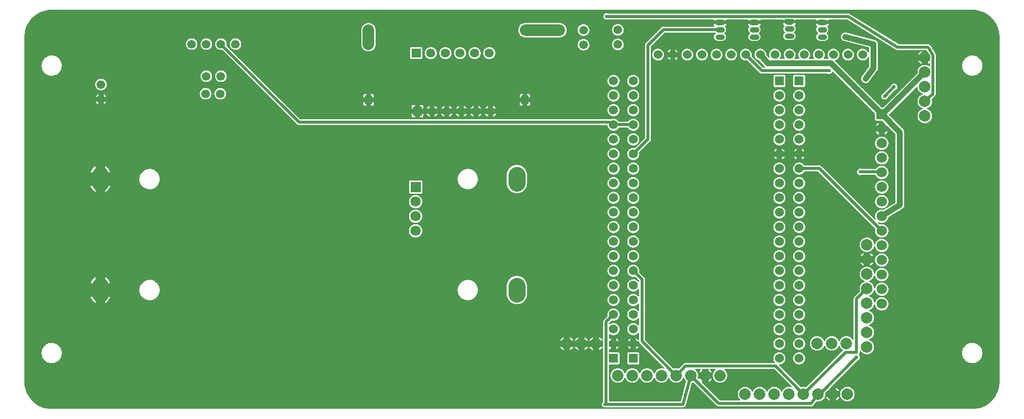
<source format=gbl>
G04 Layer: BottomLayer*
G04 EasyEDA v6.5.9, 2022-08-06 01:21:21*
G04 14fef34793594d2db1d7ff351c51599c,c09117847ad249c1abd8b20aa127d3a4,10*
G04 Gerber Generator version 0.2*
G04 Scale: 100 percent, Rotated: No, Reflected: No *
G04 Dimensions in millimeters *
G04 leading zeros omitted , absolute positions ,4 integer and 5 decimal *
%FSLAX45Y45*%
%MOMM*%

%ADD10C,0.5000*%
%ADD11C,1.0000*%
%ADD12C,2.0000*%
%ADD13C,1.5240*%
%ADD14C,1.8000*%
%ADD15C,1.5748*%
%ADD16R,1.5748X1.5748*%
%ADD17C,1.5000*%
%ADD18R,1.6000X0.9000*%
%ADD19C,0.6096*%
%ADD20C,1.5000*%
%ADD21C,3.0000*%
%ADD22C,0.9000*%
%ADD23C,0.0118*%

%LPD*%
G36*
X500227Y25908D02*
G01*
X469900Y26873D01*
X440283Y29718D01*
X410870Y34391D01*
X381812Y40894D01*
X353212Y49225D01*
X325170Y59334D01*
X297840Y71170D01*
X271322Y84734D01*
X245719Y99923D01*
X221081Y116636D01*
X197561Y134924D01*
X175260Y154635D01*
X154178Y175717D01*
X134518Y198069D01*
X116281Y221589D01*
X99568Y246227D01*
X84429Y271881D01*
X70916Y298450D01*
X59080Y325780D01*
X49022Y353822D01*
X40741Y382422D01*
X34290Y411480D01*
X29616Y440893D01*
X26822Y470560D01*
X25908Y500532D01*
X25908Y6499453D01*
X26873Y6530085D01*
X29718Y6559702D01*
X34391Y6589115D01*
X40894Y6618173D01*
X49225Y6646773D01*
X59334Y6674815D01*
X71170Y6702145D01*
X84734Y6728663D01*
X99923Y6754266D01*
X116636Y6778904D01*
X134924Y6802424D01*
X154635Y6824725D01*
X175717Y6845808D01*
X198069Y6865467D01*
X221589Y6883704D01*
X246227Y6900418D01*
X271881Y6915556D01*
X298450Y6929069D01*
X325780Y6940905D01*
X353822Y6950964D01*
X382422Y6959244D01*
X411480Y6965696D01*
X440893Y6970369D01*
X470560Y6973163D01*
X500532Y6974078D01*
X16499433Y6974078D01*
X16530066Y6973112D01*
X16559682Y6970268D01*
X16589095Y6965594D01*
X16618153Y6959092D01*
X16646753Y6950760D01*
X16674795Y6940651D01*
X16702125Y6928815D01*
X16728643Y6915251D01*
X16754246Y6900062D01*
X16778884Y6883349D01*
X16802404Y6865061D01*
X16824706Y6845350D01*
X16845788Y6824268D01*
X16865447Y6801916D01*
X16883684Y6778396D01*
X16900398Y6753758D01*
X16915536Y6728104D01*
X16929049Y6701536D01*
X16940885Y6674205D01*
X16950944Y6646164D01*
X16959224Y6617563D01*
X16965676Y6588506D01*
X16970349Y6559092D01*
X16973143Y6529425D01*
X16974058Y6499453D01*
X16974058Y500532D01*
X16973092Y469900D01*
X16970248Y440283D01*
X16965574Y410870D01*
X16959072Y381812D01*
X16950740Y353212D01*
X16940631Y325170D01*
X16928795Y297840D01*
X16915231Y271322D01*
X16900042Y245719D01*
X16883329Y221081D01*
X16865041Y197561D01*
X16845330Y175260D01*
X16824248Y154178D01*
X16801896Y134518D01*
X16778376Y116281D01*
X16753738Y99568D01*
X16728084Y84429D01*
X16701516Y70916D01*
X16674185Y59080D01*
X16646144Y49022D01*
X16617543Y40741D01*
X16588486Y34290D01*
X16559072Y29616D01*
X16529405Y26822D01*
X16499433Y25908D01*
G37*

%LPC*%
G36*
X10341254Y6522262D02*
G01*
X10354716Y6523177D01*
X10367924Y6525869D01*
X10380675Y6530289D01*
X10392714Y6536334D01*
X10403789Y6543954D01*
X10413796Y6552996D01*
X10422483Y6563309D01*
X10429748Y6574637D01*
X10435437Y6586880D01*
X10439400Y6599783D01*
X10441635Y6613042D01*
X10442092Y6626504D01*
X10440771Y6639915D01*
X10437622Y6653022D01*
X10432796Y6665620D01*
X10426293Y6677406D01*
X10418318Y6688277D01*
X10408970Y6697980D01*
X10398353Y6706311D01*
X10386771Y6713169D01*
X10374376Y6718452D01*
X10361371Y6722008D01*
X10348010Y6723786D01*
X10334548Y6723786D01*
X10321188Y6722008D01*
X10308183Y6718452D01*
X10295788Y6713169D01*
X10284206Y6706311D01*
X10273588Y6697980D01*
X10264241Y6688277D01*
X10256266Y6677406D01*
X10249763Y6665620D01*
X10244937Y6653022D01*
X10241788Y6639915D01*
X10240467Y6626504D01*
X10240873Y6613042D01*
X10243159Y6599783D01*
X10247122Y6586880D01*
X10252811Y6574637D01*
X10260076Y6563309D01*
X10268762Y6552996D01*
X10278770Y6543954D01*
X10289844Y6536334D01*
X10301884Y6530289D01*
X10314635Y6525869D01*
X10327843Y6523177D01*
G37*
G36*
X14131391Y173380D02*
G01*
X14133576Y174345D01*
X14146580Y182219D01*
X14158518Y191617D01*
X14169288Y202336D01*
X14178635Y214325D01*
X14186509Y227329D01*
X14187474Y229463D01*
X14131391Y229463D01*
G37*
G36*
X14018717Y173380D02*
G01*
X14018717Y229463D01*
X13962634Y229463D01*
X13963599Y227329D01*
X13971473Y214325D01*
X13980820Y202336D01*
X13991590Y191617D01*
X14003528Y182219D01*
X14016532Y174345D01*
G37*
G36*
X9736480Y6518402D02*
G01*
X9749942Y6518402D01*
X9763302Y6520230D01*
X9776307Y6523786D01*
X9788702Y6529019D01*
X9800285Y6535928D01*
X9810902Y6544259D01*
X9820249Y6553962D01*
X9828225Y6564782D01*
X9834727Y6576618D01*
X9839553Y6589217D01*
X9842703Y6602323D01*
X9844024Y6615734D01*
X9843617Y6629196D01*
X9841331Y6642455D01*
X9837369Y6655358D01*
X9831679Y6667550D01*
X9824415Y6678930D01*
X9815728Y6689191D01*
X9805720Y6698234D01*
X9794646Y6705904D01*
X9782606Y6711950D01*
X9769856Y6716369D01*
X9756648Y6719062D01*
X9743236Y6719976D01*
X9729774Y6719062D01*
X9716566Y6716369D01*
X9703816Y6711950D01*
X9691776Y6705904D01*
X9680702Y6698234D01*
X9670694Y6689191D01*
X9662007Y6678930D01*
X9654743Y6667550D01*
X9649053Y6655358D01*
X9645091Y6642455D01*
X9642856Y6629196D01*
X9642398Y6615734D01*
X9643719Y6602323D01*
X9646869Y6589217D01*
X9651695Y6576618D01*
X9658197Y6564782D01*
X9666173Y6553962D01*
X9675520Y6544259D01*
X9686137Y6535928D01*
X9697720Y6529019D01*
X9710115Y6523786D01*
X9723120Y6520230D01*
G37*
G36*
X14131391Y342188D02*
G01*
X14187474Y342188D01*
X14186509Y344322D01*
X14178635Y357327D01*
X14169288Y369316D01*
X14158518Y380034D01*
X14146580Y389432D01*
X14133576Y397306D01*
X14131391Y398272D01*
G37*
G36*
X9324898Y6490614D02*
G01*
X9340392Y6491528D01*
X9355328Y6494272D01*
X9369856Y6498793D01*
X9383725Y6505041D01*
X9396730Y6512915D01*
X9408718Y6522262D01*
X9419437Y6533032D01*
X9428835Y6544970D01*
X9436709Y6557975D01*
X9442958Y6571843D01*
X9447479Y6586372D01*
X9450222Y6601307D01*
X9451136Y6616496D01*
X9450222Y6631635D01*
X9447479Y6646621D01*
X9442958Y6661099D01*
X9436709Y6674967D01*
X9428886Y6688023D01*
X9419488Y6699961D01*
X9408769Y6710730D01*
X9396780Y6720078D01*
X9383776Y6727952D01*
X9369907Y6734200D01*
X9355429Y6738721D01*
X9340443Y6741464D01*
X9325000Y6742430D01*
X8737955Y6742582D01*
X8722461Y6741668D01*
X8707526Y6738924D01*
X8692997Y6734403D01*
X8679129Y6728206D01*
X8665159Y6719671D01*
X8660841Y6718198D01*
X8652611Y6717436D01*
X8647226Y6715556D01*
X8642350Y6712458D01*
X8638235Y6708394D01*
X8635187Y6703466D01*
X8633256Y6698030D01*
X8632545Y6691680D01*
X8632190Y6685940D01*
X8631072Y6683400D01*
X8626144Y6675221D01*
X8619896Y6661353D01*
X8615375Y6646875D01*
X8612632Y6631889D01*
X8611717Y6616750D01*
X8612632Y6601561D01*
X8615375Y6586626D01*
X8619896Y6572097D01*
X8626094Y6558229D01*
X8631072Y6549999D01*
X8632190Y6547459D01*
X8633256Y6536385D01*
X8635187Y6530949D01*
X8638235Y6526022D01*
X8642350Y6521957D01*
X8647226Y6518859D01*
X8652713Y6516979D01*
X8659571Y6516166D01*
X8662162Y6515557D01*
X8679078Y6505244D01*
X8692946Y6498996D01*
X8707424Y6494475D01*
X8722410Y6491732D01*
X8737854Y6490766D01*
G37*
G36*
X10529773Y803452D02*
G01*
X10686135Y803452D01*
X10692434Y804214D01*
X10697921Y806094D01*
X10702798Y809193D01*
X10706912Y813257D01*
X10709960Y818184D01*
X10711891Y823620D01*
X10712602Y829970D01*
X10712602Y986282D01*
X10711891Y992632D01*
X10709960Y998067D01*
X10706912Y1002995D01*
X10702798Y1007059D01*
X10697921Y1010158D01*
X10692434Y1012037D01*
X10686135Y1012748D01*
X10529773Y1012748D01*
X10523474Y1012037D01*
X10517987Y1010158D01*
X10513110Y1007059D01*
X10508996Y1002995D01*
X10505948Y998067D01*
X10504017Y992632D01*
X10503306Y986282D01*
X10503306Y829970D01*
X10504017Y823620D01*
X10505948Y818184D01*
X10508996Y813257D01*
X10513110Y809193D01*
X10517987Y806094D01*
X10523474Y804214D01*
G37*
G36*
X13490854Y803503D02*
G01*
X13504519Y804418D01*
X13517930Y807059D01*
X13530884Y811479D01*
X13543178Y817524D01*
X13554557Y825144D01*
X13564819Y834136D01*
X13573861Y844448D01*
X13581481Y855827D01*
X13587526Y868070D01*
X13591895Y881024D01*
X13594588Y894486D01*
X13595502Y908100D01*
X13594588Y921766D01*
X13591895Y935228D01*
X13587526Y948182D01*
X13581481Y960424D01*
X13573861Y971803D01*
X13564819Y982116D01*
X13554557Y991108D01*
X13543178Y998728D01*
X13530884Y1004773D01*
X13517930Y1009192D01*
X13504519Y1011834D01*
X13490854Y1012748D01*
X13477189Y1011834D01*
X13463778Y1009192D01*
X13450824Y1004773D01*
X13438530Y998728D01*
X13427151Y991108D01*
X13416889Y982116D01*
X13407847Y971803D01*
X13400227Y960424D01*
X13394182Y948182D01*
X13389813Y935228D01*
X13387120Y921766D01*
X13386206Y908100D01*
X13387120Y894486D01*
X13389813Y881024D01*
X13394182Y868070D01*
X13400227Y855827D01*
X13407847Y844448D01*
X13416889Y834136D01*
X13427151Y825144D01*
X13438530Y817524D01*
X13450824Y811479D01*
X13463778Y807059D01*
X13477189Y804418D01*
G37*
G36*
X16504513Y824179D02*
G01*
X16522547Y825550D01*
X16540378Y828802D01*
X16557751Y833882D01*
X16574516Y840689D01*
X16590518Y849223D01*
X16605554Y859332D01*
X16619423Y870915D01*
X16632072Y883869D01*
X16643350Y898093D01*
X16653052Y913384D01*
X16661130Y929538D01*
X16667530Y946505D01*
X16672153Y964031D01*
X16674947Y981913D01*
X16675862Y999998D01*
X16674947Y1018082D01*
X16672153Y1035964D01*
X16667530Y1053490D01*
X16661130Y1070457D01*
X16653052Y1086612D01*
X16643350Y1101902D01*
X16632072Y1116126D01*
X16619423Y1129080D01*
X16605554Y1140663D01*
X16590518Y1150772D01*
X16574516Y1159306D01*
X16557751Y1166114D01*
X16540378Y1171194D01*
X16522547Y1174445D01*
X16504513Y1175816D01*
X16486378Y1175359D01*
X16468445Y1173022D01*
X16450818Y1168908D01*
X16433698Y1162913D01*
X16417290Y1155242D01*
X16401796Y1145946D01*
X16387267Y1135075D01*
X16374008Y1122781D01*
X16362019Y1109167D01*
X16351554Y1094384D01*
X16342613Y1078636D01*
X16335400Y1062024D01*
X16329863Y1044803D01*
X16326154Y1027074D01*
X16324326Y1009040D01*
X16324326Y990955D01*
X16326154Y972921D01*
X16329863Y955192D01*
X16335400Y937971D01*
X16342613Y921359D01*
X16351554Y905611D01*
X16362019Y890828D01*
X16374008Y877214D01*
X16387267Y864920D01*
X16401796Y854049D01*
X16417290Y844753D01*
X16433698Y837082D01*
X16450818Y831087D01*
X16468445Y826973D01*
X16486378Y824636D01*
G37*
G36*
X504545Y824179D02*
G01*
X522579Y825550D01*
X540410Y828802D01*
X557784Y833882D01*
X574548Y840689D01*
X590550Y849223D01*
X605586Y859332D01*
X619455Y870915D01*
X632104Y883869D01*
X643382Y898093D01*
X653084Y913384D01*
X661162Y929538D01*
X667562Y946505D01*
X672185Y964031D01*
X674979Y981913D01*
X675894Y999998D01*
X674979Y1018082D01*
X672185Y1035964D01*
X667562Y1053490D01*
X661162Y1070457D01*
X653084Y1086612D01*
X643382Y1101902D01*
X632104Y1116126D01*
X619455Y1129080D01*
X605586Y1140663D01*
X590550Y1150772D01*
X574548Y1159306D01*
X557784Y1166114D01*
X540410Y1171194D01*
X522579Y1174445D01*
X504545Y1175816D01*
X486409Y1175359D01*
X468477Y1173022D01*
X450850Y1168908D01*
X433730Y1162913D01*
X417322Y1155242D01*
X401828Y1145946D01*
X387299Y1135075D01*
X374040Y1122781D01*
X362051Y1109167D01*
X351586Y1094384D01*
X342646Y1078636D01*
X335432Y1062024D01*
X329895Y1044803D01*
X326186Y1027074D01*
X324358Y1009040D01*
X324358Y990955D01*
X326186Y972921D01*
X329895Y955192D01*
X335432Y937971D01*
X342646Y921359D01*
X351586Y905611D01*
X362051Y890828D01*
X374040Y877214D01*
X387299Y864920D01*
X401828Y854049D01*
X417322Y844753D01*
X433730Y837082D01*
X450850Y831087D01*
X468477Y826973D01*
X486409Y824636D01*
G37*
G36*
X9508591Y1049680D02*
G01*
X9510776Y1050645D01*
X9523780Y1058519D01*
X9535718Y1067917D01*
X9546488Y1078636D01*
X9555835Y1090625D01*
X9563709Y1103630D01*
X9564674Y1105763D01*
X9508591Y1105763D01*
G37*
G36*
X9762591Y1049680D02*
G01*
X9764776Y1050645D01*
X9777780Y1058519D01*
X9789718Y1067917D01*
X9800488Y1078636D01*
X9809835Y1090625D01*
X9817709Y1103630D01*
X9818674Y1105763D01*
X9762591Y1105763D01*
G37*
G36*
X9395917Y1049680D02*
G01*
X9395917Y1105763D01*
X9339834Y1105763D01*
X9340799Y1103630D01*
X9348673Y1090625D01*
X9358020Y1078636D01*
X9368790Y1067917D01*
X9380728Y1058519D01*
X9393732Y1050645D01*
G37*
G36*
X9649917Y1049680D02*
G01*
X9649917Y1105763D01*
X9593834Y1105763D01*
X9594799Y1103630D01*
X9602673Y1090625D01*
X9612020Y1078636D01*
X9622790Y1067917D01*
X9634728Y1058519D01*
X9647732Y1050645D01*
G37*
G36*
X9903917Y1049680D02*
G01*
X9903917Y1105763D01*
X9847834Y1105763D01*
X9848799Y1103630D01*
X9856673Y1090625D01*
X9866020Y1078636D01*
X9876790Y1067917D01*
X9888728Y1058519D01*
X9901732Y1050645D01*
G37*
G36*
X13490854Y1057503D02*
G01*
X13504519Y1058418D01*
X13517930Y1061059D01*
X13530884Y1065479D01*
X13543178Y1071524D01*
X13554557Y1079144D01*
X13564819Y1088136D01*
X13573861Y1098448D01*
X13581481Y1109827D01*
X13587526Y1122070D01*
X13591895Y1135024D01*
X13594588Y1148486D01*
X13595502Y1162100D01*
X13594588Y1175766D01*
X13591895Y1189228D01*
X13587526Y1202182D01*
X13581481Y1214424D01*
X13573861Y1225804D01*
X13564819Y1236116D01*
X13554557Y1245108D01*
X13543178Y1252728D01*
X13530884Y1258773D01*
X13517930Y1263192D01*
X13504519Y1265834D01*
X13490854Y1266748D01*
X13477189Y1265834D01*
X13463778Y1263192D01*
X13450824Y1258773D01*
X13438530Y1252728D01*
X13427151Y1245108D01*
X13416889Y1236116D01*
X13407847Y1225804D01*
X13400227Y1214424D01*
X13394182Y1202182D01*
X13389813Y1189228D01*
X13387120Y1175766D01*
X13386206Y1162100D01*
X13387120Y1148486D01*
X13389813Y1135024D01*
X13394182Y1122070D01*
X13400227Y1109827D01*
X13407847Y1098448D01*
X13416889Y1088136D01*
X13427151Y1079144D01*
X13438530Y1071524D01*
X13450824Y1065479D01*
X13463778Y1061059D01*
X13477189Y1058418D01*
G37*
G36*
X13147954Y1057503D02*
G01*
X13161619Y1058418D01*
X13175030Y1061059D01*
X13187984Y1065479D01*
X13200278Y1071524D01*
X13211657Y1079144D01*
X13221919Y1088136D01*
X13230961Y1098448D01*
X13238581Y1109827D01*
X13244626Y1122070D01*
X13248995Y1135024D01*
X13251688Y1148486D01*
X13252602Y1162100D01*
X13251688Y1175766D01*
X13248995Y1189228D01*
X13244626Y1202182D01*
X13238581Y1214424D01*
X13230961Y1225804D01*
X13221919Y1236116D01*
X13211657Y1245108D01*
X13200278Y1252728D01*
X13187984Y1258773D01*
X13175030Y1263192D01*
X13161619Y1265834D01*
X13147954Y1266748D01*
X13134289Y1265834D01*
X13120878Y1263192D01*
X13107924Y1258773D01*
X13095630Y1252728D01*
X13084251Y1245108D01*
X13073989Y1236116D01*
X13064947Y1225804D01*
X13057327Y1214424D01*
X13051282Y1202182D01*
X13046913Y1189228D01*
X13044220Y1175766D01*
X13043306Y1162100D01*
X13044220Y1148486D01*
X13046913Y1135024D01*
X13051282Y1122070D01*
X13057327Y1109827D01*
X13064947Y1098448D01*
X13073989Y1088136D01*
X13084251Y1079144D01*
X13095630Y1071524D01*
X13107924Y1065479D01*
X13120878Y1061059D01*
X13134289Y1058418D01*
G37*
G36*
X10310774Y1068273D02*
G01*
X10317378Y1071524D01*
X10328757Y1079144D01*
X10339019Y1088136D01*
X10348061Y1098448D01*
X10355681Y1109827D01*
X10358932Y1116380D01*
X10310774Y1116380D01*
G37*
G36*
X10653674Y1068273D02*
G01*
X10660278Y1071524D01*
X10671657Y1079144D01*
X10681919Y1088136D01*
X10690961Y1098448D01*
X10698581Y1109827D01*
X10701832Y1116380D01*
X10653674Y1116380D01*
G37*
G36*
X10562234Y1068273D02*
G01*
X10562234Y1116380D01*
X10514076Y1116380D01*
X10517327Y1109827D01*
X10524947Y1098448D01*
X10533989Y1088136D01*
X10544251Y1079144D01*
X10555630Y1071524D01*
G37*
G36*
X10310774Y1207820D02*
G01*
X10358932Y1207820D01*
X10355681Y1214424D01*
X10348061Y1225804D01*
X10339019Y1236116D01*
X10328757Y1245108D01*
X10317378Y1252728D01*
X10310774Y1255979D01*
G37*
G36*
X10514076Y1207820D02*
G01*
X10562234Y1207820D01*
X10562234Y1255979D01*
X10555630Y1252728D01*
X10544251Y1245108D01*
X10533989Y1236116D01*
X10524947Y1225804D01*
X10517327Y1214424D01*
G37*
G36*
X9847834Y1218488D02*
G01*
X9903917Y1218488D01*
X9903917Y1274572D01*
X9901732Y1273606D01*
X9888728Y1265732D01*
X9876790Y1256334D01*
X9866020Y1245616D01*
X9856673Y1233627D01*
X9848799Y1220622D01*
G37*
G36*
X9593834Y1218488D02*
G01*
X9649917Y1218488D01*
X9649917Y1274572D01*
X9647732Y1273606D01*
X9634728Y1265732D01*
X9622790Y1256334D01*
X9612020Y1245616D01*
X9602673Y1233627D01*
X9594799Y1220622D01*
G37*
G36*
X9339834Y1218488D02*
G01*
X9395917Y1218488D01*
X9395917Y1274572D01*
X9393732Y1273606D01*
X9380728Y1265732D01*
X9368790Y1256334D01*
X9358020Y1245616D01*
X9348673Y1233627D01*
X9340799Y1220622D01*
G37*
G36*
X9508591Y1218488D02*
G01*
X9564674Y1218488D01*
X9563709Y1220622D01*
X9555835Y1233627D01*
X9546488Y1245616D01*
X9535718Y1256334D01*
X9523780Y1265732D01*
X9510776Y1273606D01*
X9508591Y1274572D01*
G37*
G36*
X9762591Y1218488D02*
G01*
X9818674Y1218488D01*
X9817709Y1220622D01*
X9809835Y1233627D01*
X9800488Y1245616D01*
X9789718Y1256334D01*
X9777780Y1265732D01*
X9764776Y1273606D01*
X9762591Y1274572D01*
G37*
G36*
X13147954Y1311503D02*
G01*
X13161619Y1312418D01*
X13175030Y1315059D01*
X13187984Y1319479D01*
X13200278Y1325524D01*
X13211657Y1333144D01*
X13221919Y1342136D01*
X13230961Y1352448D01*
X13238581Y1363827D01*
X13244626Y1376070D01*
X13248995Y1389024D01*
X13251688Y1402486D01*
X13252602Y1416100D01*
X13251688Y1429766D01*
X13248995Y1443228D01*
X13244626Y1456182D01*
X13238581Y1468424D01*
X13230961Y1479804D01*
X13221919Y1490116D01*
X13211657Y1499108D01*
X13200278Y1506728D01*
X13187984Y1512773D01*
X13175030Y1517192D01*
X13161619Y1519834D01*
X13147954Y1520748D01*
X13134289Y1519834D01*
X13120878Y1517192D01*
X13107924Y1512773D01*
X13095630Y1506728D01*
X13084251Y1499108D01*
X13073989Y1490116D01*
X13064947Y1479804D01*
X13057327Y1468424D01*
X13051282Y1456182D01*
X13046913Y1443228D01*
X13044220Y1429766D01*
X13043306Y1416100D01*
X13044220Y1402486D01*
X13046913Y1389024D01*
X13051282Y1376070D01*
X13057327Y1363827D01*
X13064947Y1352448D01*
X13073989Y1342136D01*
X13084251Y1333144D01*
X13095630Y1325524D01*
X13107924Y1319479D01*
X13120878Y1315059D01*
X13134289Y1312418D01*
G37*
G36*
X13490854Y1311503D02*
G01*
X13504519Y1312418D01*
X13517930Y1315059D01*
X13530884Y1319479D01*
X13543178Y1325524D01*
X13554557Y1333144D01*
X13564819Y1342136D01*
X13573861Y1352448D01*
X13581481Y1363827D01*
X13587526Y1376070D01*
X13591895Y1389024D01*
X13594588Y1402486D01*
X13595502Y1416100D01*
X13594588Y1429766D01*
X13591895Y1443228D01*
X13587526Y1456182D01*
X13581481Y1468424D01*
X13573861Y1479804D01*
X13564819Y1490116D01*
X13554557Y1499108D01*
X13543178Y1506728D01*
X13530884Y1512773D01*
X13517930Y1517192D01*
X13504519Y1519834D01*
X13490854Y1520748D01*
X13477189Y1519834D01*
X13463778Y1517192D01*
X13450824Y1512773D01*
X13438530Y1506728D01*
X13427151Y1499108D01*
X13416889Y1490116D01*
X13407847Y1479804D01*
X13400227Y1468424D01*
X13394182Y1456182D01*
X13389813Y1443228D01*
X13387120Y1429766D01*
X13386206Y1416100D01*
X13387120Y1402486D01*
X13389813Y1389024D01*
X13394182Y1376070D01*
X13400227Y1363827D01*
X13407847Y1352448D01*
X13416889Y1342136D01*
X13427151Y1333144D01*
X13438530Y1325524D01*
X13450824Y1319479D01*
X13463778Y1315059D01*
X13477189Y1312418D01*
G37*
G36*
X13490854Y1565503D02*
G01*
X13504519Y1566418D01*
X13517930Y1569059D01*
X13530884Y1573479D01*
X13543178Y1579524D01*
X13554557Y1587144D01*
X13564819Y1596136D01*
X13573861Y1606448D01*
X13581481Y1617827D01*
X13587526Y1630070D01*
X13591895Y1643024D01*
X13594588Y1656486D01*
X13595502Y1670100D01*
X13594588Y1683766D01*
X13591895Y1697228D01*
X13587526Y1710182D01*
X13581481Y1722424D01*
X13573861Y1733804D01*
X13564819Y1744116D01*
X13554557Y1753107D01*
X13543178Y1760728D01*
X13530884Y1766773D01*
X13517930Y1771192D01*
X13504519Y1773834D01*
X13490854Y1774748D01*
X13477189Y1773834D01*
X13463778Y1771192D01*
X13450824Y1766773D01*
X13438530Y1760728D01*
X13427151Y1753107D01*
X13416889Y1744116D01*
X13407847Y1733804D01*
X13400227Y1722424D01*
X13394182Y1710182D01*
X13389813Y1697228D01*
X13387120Y1683766D01*
X13386206Y1670100D01*
X13387120Y1656486D01*
X13389813Y1643024D01*
X13394182Y1630070D01*
X13400227Y1617827D01*
X13407847Y1606448D01*
X13416889Y1596136D01*
X13427151Y1587144D01*
X13438530Y1579524D01*
X13450824Y1573479D01*
X13463778Y1569059D01*
X13477189Y1566418D01*
G37*
G36*
X13147954Y1565503D02*
G01*
X13161619Y1566418D01*
X13175030Y1569059D01*
X13187984Y1573479D01*
X13200278Y1579524D01*
X13211657Y1587144D01*
X13221919Y1596136D01*
X13230961Y1606448D01*
X13238581Y1617827D01*
X13244626Y1630070D01*
X13248995Y1643024D01*
X13251688Y1656486D01*
X13252602Y1670100D01*
X13251688Y1683766D01*
X13248995Y1697228D01*
X13244626Y1710182D01*
X13238581Y1722424D01*
X13230961Y1733804D01*
X13221919Y1744116D01*
X13211657Y1753107D01*
X13200278Y1760728D01*
X13187984Y1766773D01*
X13175030Y1771192D01*
X13161619Y1773834D01*
X13147954Y1774748D01*
X13134289Y1773834D01*
X13120878Y1771192D01*
X13107924Y1766773D01*
X13095630Y1760728D01*
X13084251Y1753107D01*
X13073989Y1744116D01*
X13064947Y1733804D01*
X13057327Y1722424D01*
X13051282Y1710182D01*
X13046913Y1697228D01*
X13044220Y1683766D01*
X13043306Y1670100D01*
X13044220Y1656486D01*
X13046913Y1643024D01*
X13051282Y1630070D01*
X13057327Y1617827D01*
X13064947Y1606448D01*
X13073989Y1596136D01*
X13084251Y1587144D01*
X13095630Y1579524D01*
X13107924Y1573479D01*
X13120878Y1569059D01*
X13134289Y1566418D01*
G37*
G36*
X13147954Y1819503D02*
G01*
X13161619Y1820418D01*
X13175030Y1823059D01*
X13187984Y1827479D01*
X13200278Y1833524D01*
X13211657Y1841144D01*
X13221919Y1850136D01*
X13230961Y1860448D01*
X13238581Y1871827D01*
X13244626Y1884070D01*
X13248995Y1897024D01*
X13251688Y1910486D01*
X13252602Y1924100D01*
X13251688Y1937766D01*
X13248995Y1951228D01*
X13244626Y1964182D01*
X13238581Y1976424D01*
X13230961Y1987804D01*
X13221919Y1998116D01*
X13211657Y2007107D01*
X13200278Y2014728D01*
X13187984Y2020773D01*
X13175030Y2025192D01*
X13161619Y2027834D01*
X13147954Y2028748D01*
X13134289Y2027834D01*
X13120878Y2025192D01*
X13107924Y2020773D01*
X13095630Y2014728D01*
X13084251Y2007107D01*
X13073989Y1998116D01*
X13064947Y1987804D01*
X13057327Y1976424D01*
X13051282Y1964182D01*
X13046913Y1951228D01*
X13044220Y1937766D01*
X13043306Y1924100D01*
X13044220Y1910486D01*
X13046913Y1897024D01*
X13051282Y1884070D01*
X13057327Y1871827D01*
X13064947Y1860448D01*
X13073989Y1850136D01*
X13084251Y1841144D01*
X13095630Y1833524D01*
X13107924Y1827479D01*
X13120878Y1823059D01*
X13134289Y1820418D01*
G37*
G36*
X13490854Y1819503D02*
G01*
X13504519Y1820418D01*
X13517930Y1823059D01*
X13530884Y1827479D01*
X13543178Y1833524D01*
X13554557Y1841144D01*
X13564819Y1850136D01*
X13573861Y1860448D01*
X13581481Y1871827D01*
X13587526Y1884070D01*
X13591895Y1897024D01*
X13594588Y1910486D01*
X13595502Y1924100D01*
X13594588Y1937766D01*
X13591895Y1951228D01*
X13587526Y1964182D01*
X13581481Y1976424D01*
X13573861Y1987804D01*
X13564819Y1998116D01*
X13554557Y2007107D01*
X13543178Y2014728D01*
X13530884Y2020773D01*
X13517930Y2025192D01*
X13504519Y2027834D01*
X13490854Y2028748D01*
X13477189Y2027834D01*
X13463778Y2025192D01*
X13450824Y2020773D01*
X13438530Y2014728D01*
X13427151Y2007107D01*
X13416889Y1998116D01*
X13407847Y1987804D01*
X13400227Y1976424D01*
X13394182Y1964182D01*
X13389813Y1951228D01*
X13387120Y1937766D01*
X13386206Y1924100D01*
X13387120Y1910486D01*
X13389813Y1897024D01*
X13394182Y1884070D01*
X13400227Y1871827D01*
X13407847Y1860448D01*
X13416889Y1850136D01*
X13427151Y1841144D01*
X13438530Y1833524D01*
X13450824Y1827479D01*
X13463778Y1823059D01*
X13477189Y1820418D01*
G37*
G36*
X10265054Y1819503D02*
G01*
X10278719Y1820418D01*
X10292130Y1823059D01*
X10305084Y1827479D01*
X10317378Y1833524D01*
X10328757Y1841144D01*
X10339019Y1850136D01*
X10348061Y1860448D01*
X10355681Y1871827D01*
X10361726Y1884070D01*
X10366095Y1897024D01*
X10368788Y1910486D01*
X10369702Y1924100D01*
X10368788Y1937766D01*
X10366095Y1951228D01*
X10361726Y1964182D01*
X10355681Y1976424D01*
X10348061Y1987804D01*
X10339019Y1998116D01*
X10328757Y2007107D01*
X10317378Y2014728D01*
X10305084Y2020773D01*
X10292130Y2025192D01*
X10278719Y2027834D01*
X10265054Y2028748D01*
X10251389Y2027834D01*
X10237978Y2025192D01*
X10225024Y2020773D01*
X10212730Y2014728D01*
X10201351Y2007107D01*
X10191089Y1998116D01*
X10182047Y1987804D01*
X10174427Y1976424D01*
X10168382Y1964182D01*
X10164013Y1951228D01*
X10161320Y1937766D01*
X10160406Y1924100D01*
X10161320Y1910486D01*
X10164013Y1897024D01*
X10168382Y1884070D01*
X10174427Y1871827D01*
X10182047Y1860448D01*
X10191089Y1850136D01*
X10201351Y1841144D01*
X10212730Y1833524D01*
X10225024Y1827479D01*
X10237978Y1823059D01*
X10251389Y1820418D01*
G37*
G36*
X8575294Y1850034D02*
G01*
X8593124Y1850034D01*
X8610854Y1851812D01*
X8628278Y1855419D01*
X8645296Y1860753D01*
X8661654Y1867763D01*
X8677249Y1876450D01*
X8691880Y1886610D01*
X8705392Y1898192D01*
X8717635Y1911146D01*
X8728557Y1925218D01*
X8738006Y1940356D01*
X8745829Y1956358D01*
X8752027Y1973021D01*
X8756497Y1990293D01*
X8759190Y2007920D01*
X8760104Y2025954D01*
X8760104Y2165451D01*
X8759190Y2183485D01*
X8756497Y2201113D01*
X8752027Y2218334D01*
X8745829Y2235047D01*
X8738006Y2251049D01*
X8728557Y2266188D01*
X8717635Y2280259D01*
X8705392Y2293213D01*
X8691880Y2304796D01*
X8677249Y2314956D01*
X8661654Y2323642D01*
X8645296Y2330653D01*
X8628278Y2335987D01*
X8610854Y2339543D01*
X8593124Y2341372D01*
X8575294Y2341372D01*
X8557564Y2339543D01*
X8540089Y2335987D01*
X8523122Y2330653D01*
X8506714Y2323642D01*
X8491169Y2314956D01*
X8476538Y2304796D01*
X8463026Y2293213D01*
X8450732Y2280259D01*
X8439810Y2266188D01*
X8430412Y2251049D01*
X8422538Y2235047D01*
X8416391Y2218334D01*
X8411921Y2201113D01*
X8409228Y2183485D01*
X8408314Y2165451D01*
X8408314Y2025954D01*
X8409228Y2007920D01*
X8411921Y1990293D01*
X8416391Y1973021D01*
X8422538Y1956358D01*
X8430412Y1940356D01*
X8439810Y1925218D01*
X8450732Y1911146D01*
X8463026Y1898192D01*
X8476538Y1886610D01*
X8491169Y1876450D01*
X8506714Y1867763D01*
X8523122Y1860753D01*
X8540089Y1855419D01*
X8557564Y1851812D01*
G37*
G36*
X1428546Y1869948D02*
G01*
X1440230Y1876450D01*
X1454861Y1886610D01*
X1468374Y1898192D01*
X1480667Y1911146D01*
X1491589Y1925218D01*
X1500987Y1940356D01*
X1508861Y1956358D01*
X1515008Y1973021D01*
X1516684Y1979371D01*
X1428546Y1979371D01*
G37*
G36*
X1265834Y1869948D02*
G01*
X1265834Y1979371D01*
X1177747Y1979371D01*
X1179372Y1973021D01*
X1185570Y1956358D01*
X1193393Y1940356D01*
X1202842Y1925218D01*
X1213764Y1911146D01*
X1226007Y1898192D01*
X1239520Y1886610D01*
X1254150Y1876450D01*
G37*
G36*
X2205228Y1919884D02*
G01*
X2223312Y1921256D01*
X2241092Y1924507D01*
X2258517Y1929587D01*
X2275281Y1936394D01*
X2291232Y1944928D01*
X2306269Y1955038D01*
X2320188Y1966620D01*
X2332837Y1979574D01*
X2344064Y1993798D01*
X2353767Y2009089D01*
X2361895Y2025243D01*
X2368245Y2042210D01*
X2372868Y2059736D01*
X2375662Y2077618D01*
X2376576Y2095703D01*
X2375662Y2113788D01*
X2372868Y2131669D01*
X2368245Y2149195D01*
X2361895Y2166162D01*
X2353767Y2182317D01*
X2344064Y2197608D01*
X2332837Y2211832D01*
X2320188Y2224786D01*
X2306269Y2236368D01*
X2291232Y2246477D01*
X2275281Y2255012D01*
X2258517Y2261819D01*
X2241092Y2266899D01*
X2223312Y2270150D01*
X2205228Y2271522D01*
X2187143Y2271064D01*
X2169160Y2268728D01*
X2151532Y2264613D01*
X2134463Y2258618D01*
X2118055Y2250948D01*
X2102510Y2241651D01*
X2088032Y2230780D01*
X2074722Y2218486D01*
X2062784Y2204872D01*
X2052269Y2190089D01*
X2043379Y2174341D01*
X2036114Y2157730D01*
X2030628Y2140508D01*
X2026920Y2122779D01*
X2025040Y2104745D01*
X2025040Y2086660D01*
X2026920Y2068626D01*
X2030628Y2050897D01*
X2036114Y2033676D01*
X2043379Y2017064D01*
X2052269Y2001316D01*
X2062784Y1986534D01*
X2074722Y1972919D01*
X2088032Y1960625D01*
X2102510Y1949754D01*
X2118055Y1940458D01*
X2134463Y1932787D01*
X2151532Y1926793D01*
X2169160Y1922678D01*
X2187143Y1920341D01*
G37*
G36*
X7735214Y1919884D02*
G01*
X7753299Y1921256D01*
X7771079Y1924507D01*
X7788503Y1929587D01*
X7805267Y1936394D01*
X7821218Y1944928D01*
X7836255Y1955038D01*
X7850174Y1966620D01*
X7862824Y1979574D01*
X7874050Y1993798D01*
X7883753Y2009089D01*
X7891881Y2025243D01*
X7898231Y2042210D01*
X7902854Y2059736D01*
X7905648Y2077618D01*
X7906562Y2095703D01*
X7905648Y2113788D01*
X7902854Y2131669D01*
X7898231Y2149195D01*
X7891881Y2166162D01*
X7883753Y2182317D01*
X7874050Y2197608D01*
X7862824Y2211832D01*
X7850174Y2224786D01*
X7836255Y2236368D01*
X7821218Y2246477D01*
X7805267Y2255012D01*
X7788503Y2261819D01*
X7771079Y2266899D01*
X7753299Y2270150D01*
X7735214Y2271522D01*
X7717129Y2271064D01*
X7699146Y2268728D01*
X7681518Y2264613D01*
X7664450Y2258618D01*
X7648041Y2250948D01*
X7632496Y2241651D01*
X7618018Y2230780D01*
X7604709Y2218486D01*
X7592771Y2204872D01*
X7582255Y2190089D01*
X7573365Y2174341D01*
X7566101Y2157730D01*
X7560614Y2140508D01*
X7556906Y2122779D01*
X7555026Y2104745D01*
X7555026Y2086660D01*
X7556906Y2068626D01*
X7560614Y2050897D01*
X7566101Y2033676D01*
X7573365Y2017064D01*
X7582255Y2001316D01*
X7592771Y1986534D01*
X7604709Y1972919D01*
X7618018Y1960625D01*
X7632496Y1949754D01*
X7648041Y1940458D01*
X7664450Y1932787D01*
X7681518Y1926793D01*
X7699146Y1922678D01*
X7717129Y1920341D01*
G37*
G36*
X13490854Y2073503D02*
G01*
X13504519Y2074418D01*
X13517930Y2077059D01*
X13530884Y2081479D01*
X13543178Y2087524D01*
X13554557Y2095144D01*
X13564819Y2104136D01*
X13573861Y2114448D01*
X13581481Y2125827D01*
X13587526Y2138070D01*
X13591895Y2151024D01*
X13594588Y2164486D01*
X13595502Y2178100D01*
X13594588Y2191766D01*
X13591895Y2205228D01*
X13587526Y2218182D01*
X13581481Y2230424D01*
X13573861Y2241804D01*
X13564819Y2252116D01*
X13554557Y2261108D01*
X13543178Y2268728D01*
X13530884Y2274773D01*
X13517930Y2279192D01*
X13504519Y2281834D01*
X13490854Y2282748D01*
X13477189Y2281834D01*
X13463778Y2279192D01*
X13450824Y2274773D01*
X13438530Y2268728D01*
X13427151Y2261108D01*
X13416889Y2252116D01*
X13407847Y2241804D01*
X13400227Y2230424D01*
X13394182Y2218182D01*
X13389813Y2205228D01*
X13387120Y2191766D01*
X13386206Y2178100D01*
X13387120Y2164486D01*
X13389813Y2151024D01*
X13394182Y2138070D01*
X13400227Y2125827D01*
X13407847Y2114448D01*
X13416889Y2104136D01*
X13427151Y2095144D01*
X13438530Y2087524D01*
X13450824Y2081479D01*
X13463778Y2077059D01*
X13477189Y2074418D01*
G37*
G36*
X10265054Y2073503D02*
G01*
X10278719Y2074418D01*
X10292130Y2077059D01*
X10305084Y2081479D01*
X10317378Y2087524D01*
X10328757Y2095144D01*
X10339019Y2104136D01*
X10348061Y2114448D01*
X10355681Y2125827D01*
X10361726Y2138070D01*
X10366095Y2151024D01*
X10368788Y2164486D01*
X10369702Y2178100D01*
X10368788Y2191766D01*
X10366095Y2205228D01*
X10361726Y2218182D01*
X10355681Y2230424D01*
X10348061Y2241804D01*
X10339019Y2252116D01*
X10328757Y2261108D01*
X10317378Y2268728D01*
X10305084Y2274773D01*
X10292130Y2279192D01*
X10278719Y2281834D01*
X10265054Y2282748D01*
X10251389Y2281834D01*
X10237978Y2279192D01*
X10225024Y2274773D01*
X10212730Y2268728D01*
X10201351Y2261108D01*
X10191089Y2252116D01*
X10182047Y2241804D01*
X10174427Y2230424D01*
X10168382Y2218182D01*
X10164013Y2205228D01*
X10161320Y2191766D01*
X10160406Y2178100D01*
X10161320Y2164486D01*
X10164013Y2151024D01*
X10168382Y2138070D01*
X10174427Y2125827D01*
X10182047Y2114448D01*
X10191089Y2104136D01*
X10201351Y2095144D01*
X10212730Y2087524D01*
X10225024Y2081479D01*
X10237978Y2077059D01*
X10251389Y2074418D01*
G37*
G36*
X13147954Y2073503D02*
G01*
X13161619Y2074418D01*
X13175030Y2077059D01*
X13187984Y2081479D01*
X13200278Y2087524D01*
X13211657Y2095144D01*
X13221919Y2104136D01*
X13230961Y2114448D01*
X13238581Y2125827D01*
X13244626Y2138070D01*
X13248995Y2151024D01*
X13251688Y2164486D01*
X13252602Y2178100D01*
X13251688Y2191766D01*
X13248995Y2205228D01*
X13244626Y2218182D01*
X13238581Y2230424D01*
X13230961Y2241804D01*
X13221919Y2252116D01*
X13211657Y2261108D01*
X13200278Y2268728D01*
X13187984Y2274773D01*
X13175030Y2279192D01*
X13161619Y2281834D01*
X13147954Y2282748D01*
X13134289Y2281834D01*
X13120878Y2279192D01*
X13107924Y2274773D01*
X13095630Y2268728D01*
X13084251Y2261108D01*
X13073989Y2252116D01*
X13064947Y2241804D01*
X13057327Y2230424D01*
X13051282Y2218182D01*
X13046913Y2205228D01*
X13044220Y2191766D01*
X13043306Y2178100D01*
X13044220Y2164486D01*
X13046913Y2151024D01*
X13051282Y2138070D01*
X13057327Y2125827D01*
X13064947Y2114448D01*
X13073989Y2104136D01*
X13084251Y2095144D01*
X13095630Y2087524D01*
X13107924Y2081479D01*
X13120878Y2077059D01*
X13134289Y2074418D01*
G37*
G36*
X1177747Y2212035D02*
G01*
X1265834Y2212035D01*
X1265834Y2321458D01*
X1254150Y2314956D01*
X1239520Y2304796D01*
X1226007Y2293162D01*
X1213764Y2280259D01*
X1202842Y2266188D01*
X1193393Y2251049D01*
X1185570Y2235047D01*
X1179372Y2218334D01*
G37*
G36*
X1428546Y2212035D02*
G01*
X1516684Y2212035D01*
X1515008Y2218334D01*
X1508861Y2235047D01*
X1500987Y2251049D01*
X1491589Y2266188D01*
X1480667Y2280259D01*
X1468374Y2293162D01*
X1454861Y2304796D01*
X1440230Y2314956D01*
X1428546Y2321458D01*
G37*
G36*
X13147954Y2327503D02*
G01*
X13161619Y2328418D01*
X13175030Y2331059D01*
X13187984Y2335479D01*
X13200278Y2341524D01*
X13211657Y2349144D01*
X13221919Y2358136D01*
X13230961Y2368448D01*
X13238581Y2379827D01*
X13244626Y2392070D01*
X13248995Y2405024D01*
X13251688Y2418486D01*
X13252602Y2432100D01*
X13251688Y2445766D01*
X13248995Y2459228D01*
X13244626Y2472182D01*
X13238581Y2484424D01*
X13230961Y2495804D01*
X13221919Y2506116D01*
X13211657Y2515108D01*
X13200278Y2522728D01*
X13187984Y2528773D01*
X13175030Y2533192D01*
X13161619Y2535834D01*
X13147954Y2536748D01*
X13134289Y2535834D01*
X13120878Y2533192D01*
X13107924Y2528773D01*
X13095630Y2522728D01*
X13084251Y2515108D01*
X13073989Y2506116D01*
X13064947Y2495804D01*
X13057327Y2484424D01*
X13051282Y2472182D01*
X13046913Y2459228D01*
X13044220Y2445766D01*
X13043306Y2432100D01*
X13044220Y2418486D01*
X13046913Y2405024D01*
X13051282Y2392070D01*
X13057327Y2379827D01*
X13064947Y2368448D01*
X13073989Y2358136D01*
X13084251Y2349144D01*
X13095630Y2341524D01*
X13107924Y2335479D01*
X13120878Y2331059D01*
X13134289Y2328418D01*
G37*
G36*
X13490854Y2327503D02*
G01*
X13504519Y2328418D01*
X13517930Y2331059D01*
X13530884Y2335479D01*
X13543178Y2341524D01*
X13554557Y2349144D01*
X13564819Y2358136D01*
X13573861Y2368448D01*
X13581481Y2379827D01*
X13587526Y2392070D01*
X13591895Y2405024D01*
X13594588Y2418486D01*
X13595502Y2432100D01*
X13594588Y2445766D01*
X13591895Y2459228D01*
X13587526Y2472182D01*
X13581481Y2484424D01*
X13573861Y2495804D01*
X13564819Y2506116D01*
X13554557Y2515108D01*
X13543178Y2522728D01*
X13530884Y2528773D01*
X13517930Y2533192D01*
X13504519Y2535834D01*
X13490854Y2536748D01*
X13477189Y2535834D01*
X13463778Y2533192D01*
X13450824Y2528773D01*
X13438530Y2522728D01*
X13427151Y2515108D01*
X13416889Y2506116D01*
X13407847Y2495804D01*
X13400227Y2484424D01*
X13394182Y2472182D01*
X13389813Y2459228D01*
X13387120Y2445766D01*
X13386206Y2432100D01*
X13387120Y2418486D01*
X13389813Y2405024D01*
X13394182Y2392070D01*
X13400227Y2379827D01*
X13407847Y2368448D01*
X13416889Y2358136D01*
X13427151Y2349144D01*
X13438530Y2341524D01*
X13450824Y2335479D01*
X13463778Y2331059D01*
X13477189Y2328418D01*
G37*
G36*
X10265054Y2327503D02*
G01*
X10278719Y2328418D01*
X10292130Y2331059D01*
X10305084Y2335479D01*
X10317378Y2341524D01*
X10328757Y2349144D01*
X10339019Y2358136D01*
X10348061Y2368448D01*
X10355681Y2379827D01*
X10361726Y2392070D01*
X10366095Y2405024D01*
X10368788Y2418486D01*
X10369702Y2432100D01*
X10368788Y2445766D01*
X10366095Y2459228D01*
X10361726Y2472182D01*
X10355681Y2484424D01*
X10348061Y2495804D01*
X10339019Y2506116D01*
X10328757Y2515108D01*
X10317378Y2522728D01*
X10305084Y2528773D01*
X10292130Y2533192D01*
X10278719Y2535834D01*
X10265054Y2536748D01*
X10251389Y2535834D01*
X10237978Y2533192D01*
X10225024Y2528773D01*
X10212730Y2522728D01*
X10201351Y2515108D01*
X10191089Y2506116D01*
X10182047Y2495804D01*
X10174427Y2484424D01*
X10168382Y2472182D01*
X10164013Y2459228D01*
X10161320Y2445766D01*
X10160406Y2432100D01*
X10161320Y2418486D01*
X10164013Y2405024D01*
X10168382Y2392070D01*
X10174427Y2379827D01*
X10182047Y2368448D01*
X10191089Y2358136D01*
X10201351Y2349144D01*
X10212730Y2341524D01*
X10225024Y2335479D01*
X10237978Y2331059D01*
X10251389Y2328418D01*
G37*
G36*
X14919045Y2502814D02*
G01*
X14933574Y2502814D01*
X14948001Y2504643D01*
X14962124Y2508250D01*
X14975636Y2513634D01*
X14988387Y2520645D01*
X15000173Y2529179D01*
X15010790Y2539136D01*
X15020086Y2550363D01*
X15027859Y2562656D01*
X15034056Y2575814D01*
X15038578Y2589682D01*
X15041270Y2603957D01*
X15042184Y2618486D01*
X15041270Y2633014D01*
X15038578Y2647289D01*
X15034056Y2661158D01*
X15027859Y2674315D01*
X15020086Y2686608D01*
X15010790Y2697835D01*
X15000173Y2707792D01*
X14988387Y2716326D01*
X14975636Y2723337D01*
X14962124Y2728722D01*
X14948001Y2732328D01*
X14933574Y2734157D01*
X14919045Y2734157D01*
X14904618Y2732328D01*
X14890496Y2728722D01*
X14876983Y2723337D01*
X14864232Y2716326D01*
X14852446Y2707792D01*
X14841829Y2697835D01*
X14832533Y2686608D01*
X14824760Y2674315D01*
X14818563Y2661158D01*
X14814042Y2647289D01*
X14811349Y2633014D01*
X14810435Y2618486D01*
X14811349Y2603957D01*
X14814042Y2589682D01*
X14818563Y2575814D01*
X14824760Y2562656D01*
X14832533Y2550363D01*
X14841829Y2539136D01*
X14852446Y2529179D01*
X14864232Y2520645D01*
X14876983Y2513634D01*
X14890496Y2508250D01*
X14904618Y2504643D01*
G37*
G36*
X14724837Y2516479D02*
G01*
X14727021Y2517444D01*
X14740026Y2525318D01*
X14751964Y2534666D01*
X14762734Y2545435D01*
X14772081Y2557373D01*
X14779955Y2570378D01*
X14780920Y2572562D01*
X14724837Y2572562D01*
G37*
G36*
X14612162Y2516479D02*
G01*
X14612162Y2572562D01*
X14556079Y2572562D01*
X14557044Y2570378D01*
X14564918Y2557373D01*
X14574266Y2545435D01*
X14585035Y2534666D01*
X14596973Y2525318D01*
X14609978Y2517444D01*
G37*
G36*
X13147954Y2581503D02*
G01*
X13161619Y2582418D01*
X13175030Y2585059D01*
X13187984Y2589479D01*
X13200278Y2595524D01*
X13211657Y2603144D01*
X13221919Y2612136D01*
X13230961Y2622448D01*
X13238581Y2633827D01*
X13244626Y2646070D01*
X13248995Y2659024D01*
X13251688Y2672486D01*
X13252602Y2686100D01*
X13251688Y2699766D01*
X13248995Y2713228D01*
X13244626Y2726182D01*
X13238581Y2738424D01*
X13230961Y2749804D01*
X13221919Y2760116D01*
X13211657Y2769108D01*
X13200278Y2776728D01*
X13187984Y2782773D01*
X13175030Y2787192D01*
X13161619Y2789834D01*
X13147954Y2790748D01*
X13134289Y2789834D01*
X13120878Y2787192D01*
X13107924Y2782773D01*
X13095630Y2776728D01*
X13084251Y2769108D01*
X13073989Y2760116D01*
X13064947Y2749804D01*
X13057327Y2738424D01*
X13051282Y2726182D01*
X13046913Y2713228D01*
X13044220Y2699766D01*
X13043306Y2686100D01*
X13044220Y2672486D01*
X13046913Y2659024D01*
X13051282Y2646070D01*
X13057327Y2633827D01*
X13064947Y2622448D01*
X13073989Y2612136D01*
X13084251Y2603144D01*
X13095630Y2595524D01*
X13107924Y2589479D01*
X13120878Y2585059D01*
X13134289Y2582418D01*
G37*
G36*
X10607954Y2581503D02*
G01*
X10621619Y2582418D01*
X10635030Y2585059D01*
X10647984Y2589479D01*
X10660278Y2595524D01*
X10671657Y2603144D01*
X10681919Y2612136D01*
X10690961Y2622448D01*
X10698581Y2633827D01*
X10704626Y2646070D01*
X10708995Y2659024D01*
X10711688Y2672486D01*
X10712602Y2686100D01*
X10711688Y2699766D01*
X10708995Y2713228D01*
X10704626Y2726182D01*
X10698581Y2738424D01*
X10690961Y2749804D01*
X10681919Y2760116D01*
X10671657Y2769108D01*
X10660278Y2776728D01*
X10647984Y2782773D01*
X10635030Y2787192D01*
X10621619Y2789834D01*
X10607954Y2790748D01*
X10594289Y2789834D01*
X10580878Y2787192D01*
X10567924Y2782773D01*
X10555630Y2776728D01*
X10544251Y2769108D01*
X10533989Y2760116D01*
X10524947Y2749804D01*
X10517327Y2738424D01*
X10511282Y2726182D01*
X10506913Y2713228D01*
X10504220Y2699766D01*
X10503306Y2686100D01*
X10504220Y2672486D01*
X10506913Y2659024D01*
X10511282Y2646070D01*
X10517327Y2633827D01*
X10524947Y2622448D01*
X10533989Y2612136D01*
X10544251Y2603144D01*
X10555630Y2595524D01*
X10567924Y2589479D01*
X10580878Y2585059D01*
X10594289Y2582418D01*
G37*
G36*
X10265054Y2581503D02*
G01*
X10278719Y2582418D01*
X10292130Y2585059D01*
X10305084Y2589479D01*
X10317378Y2595524D01*
X10328757Y2603144D01*
X10339019Y2612136D01*
X10348061Y2622448D01*
X10355681Y2633827D01*
X10361726Y2646070D01*
X10366095Y2659024D01*
X10368788Y2672486D01*
X10369702Y2686100D01*
X10368788Y2699766D01*
X10366095Y2713228D01*
X10361726Y2726182D01*
X10355681Y2738424D01*
X10348061Y2749804D01*
X10339019Y2760116D01*
X10328757Y2769108D01*
X10317378Y2776728D01*
X10305084Y2782773D01*
X10292130Y2787192D01*
X10278719Y2789834D01*
X10265054Y2790748D01*
X10251389Y2789834D01*
X10237978Y2787192D01*
X10225024Y2782773D01*
X10212730Y2776728D01*
X10201351Y2769108D01*
X10191089Y2760116D01*
X10182047Y2749804D01*
X10174427Y2738424D01*
X10168382Y2726182D01*
X10164013Y2713228D01*
X10161320Y2699766D01*
X10160406Y2686100D01*
X10161320Y2672486D01*
X10164013Y2659024D01*
X10168382Y2646070D01*
X10174427Y2633827D01*
X10182047Y2622448D01*
X10191089Y2612136D01*
X10201351Y2603144D01*
X10212730Y2595524D01*
X10225024Y2589479D01*
X10237978Y2585059D01*
X10251389Y2582418D01*
G37*
G36*
X13490854Y2581503D02*
G01*
X13504519Y2582418D01*
X13517930Y2585059D01*
X13530884Y2589479D01*
X13543178Y2595524D01*
X13554557Y2603144D01*
X13564819Y2612136D01*
X13573861Y2622448D01*
X13581481Y2633827D01*
X13587526Y2646070D01*
X13591895Y2659024D01*
X13594588Y2672486D01*
X13595502Y2686100D01*
X13594588Y2699766D01*
X13591895Y2713228D01*
X13587526Y2726182D01*
X13581481Y2738424D01*
X13573861Y2749804D01*
X13564819Y2760116D01*
X13554557Y2769108D01*
X13543178Y2776728D01*
X13530884Y2782773D01*
X13517930Y2787192D01*
X13504519Y2789834D01*
X13490854Y2790748D01*
X13477189Y2789834D01*
X13463778Y2787192D01*
X13450824Y2782773D01*
X13438530Y2776728D01*
X13427151Y2769108D01*
X13416889Y2760116D01*
X13407847Y2749804D01*
X13400227Y2738424D01*
X13394182Y2726182D01*
X13389813Y2713228D01*
X13387120Y2699766D01*
X13386206Y2686100D01*
X13387120Y2672486D01*
X13389813Y2659024D01*
X13394182Y2646070D01*
X13400227Y2633827D01*
X13407847Y2622448D01*
X13416889Y2612136D01*
X13427151Y2603144D01*
X13438530Y2595524D01*
X13450824Y2589479D01*
X13463778Y2585059D01*
X13477189Y2582418D01*
G37*
G36*
X14724837Y2685237D02*
G01*
X14780920Y2685237D01*
X14779955Y2687421D01*
X14772081Y2700426D01*
X14762734Y2712364D01*
X14751964Y2723134D01*
X14740026Y2732481D01*
X14727021Y2740355D01*
X14724837Y2741320D01*
G37*
G36*
X14556079Y2685237D02*
G01*
X14612162Y2685237D01*
X14612162Y2741320D01*
X14609978Y2740355D01*
X14596973Y2732481D01*
X14585035Y2723134D01*
X14574266Y2712364D01*
X14564918Y2700426D01*
X14557044Y2687421D01*
G37*
G36*
X14919045Y2756814D02*
G01*
X14933574Y2756814D01*
X14948001Y2758643D01*
X14962124Y2762250D01*
X14975636Y2767634D01*
X14988387Y2774645D01*
X15000173Y2783179D01*
X15010790Y2793136D01*
X15020086Y2804363D01*
X15027859Y2816656D01*
X15034056Y2829814D01*
X15038578Y2843682D01*
X15041270Y2857957D01*
X15042184Y2872486D01*
X15041270Y2887014D01*
X15038578Y2901289D01*
X15034056Y2915158D01*
X15027859Y2928315D01*
X15020086Y2940608D01*
X15010790Y2951835D01*
X15000173Y2961792D01*
X14988387Y2970326D01*
X14975636Y2977337D01*
X14962124Y2982722D01*
X14948001Y2986328D01*
X14933574Y2988157D01*
X14919045Y2988157D01*
X14904618Y2986328D01*
X14890496Y2982722D01*
X14876983Y2977337D01*
X14864232Y2970326D01*
X14852446Y2961792D01*
X14841829Y2951835D01*
X14832533Y2940608D01*
X14824760Y2928315D01*
X14818563Y2915158D01*
X14814042Y2901289D01*
X14813432Y2898038D01*
X14811908Y2894330D01*
X14809114Y2891485D01*
X14805406Y2889961D01*
X14801443Y2889961D01*
X14797735Y2891536D01*
X14794941Y2894380D01*
X14793468Y2898089D01*
X14790724Y2913024D01*
X14786203Y2927553D01*
X14779955Y2941421D01*
X14772081Y2954426D01*
X14762734Y2966364D01*
X14751964Y2977134D01*
X14740026Y2986481D01*
X14727021Y2994355D01*
X14713153Y3000603D01*
X14698624Y3005124D01*
X14683689Y3007868D01*
X14668500Y3008782D01*
X14653310Y3007868D01*
X14638375Y3005124D01*
X14623846Y3000603D01*
X14609978Y2994355D01*
X14596973Y2986481D01*
X14585035Y2977134D01*
X14574266Y2966364D01*
X14564918Y2954426D01*
X14557044Y2941421D01*
X14550796Y2927553D01*
X14546275Y2913024D01*
X14543532Y2898089D01*
X14542617Y2882900D01*
X14543532Y2867710D01*
X14546275Y2852775D01*
X14550796Y2838246D01*
X14557044Y2824378D01*
X14564918Y2811373D01*
X14574266Y2799435D01*
X14585035Y2788666D01*
X14596973Y2779318D01*
X14609978Y2771444D01*
X14623897Y2765145D01*
X14638375Y2760675D01*
X14653310Y2757932D01*
X14668500Y2757017D01*
X14683689Y2757932D01*
X14698624Y2760675D01*
X14713102Y2765145D01*
X14727021Y2771444D01*
X14740026Y2779318D01*
X14751964Y2788666D01*
X14762734Y2799435D01*
X14772081Y2811373D01*
X14779955Y2824378D01*
X14786203Y2838246D01*
X14790724Y2852775D01*
X14791537Y2857093D01*
X14793010Y2860802D01*
X14795804Y2863646D01*
X14799462Y2865170D01*
X14803475Y2865221D01*
X14807184Y2863697D01*
X14809978Y2860852D01*
X14811501Y2857144D01*
X14814042Y2843682D01*
X14818563Y2829814D01*
X14824760Y2816656D01*
X14832533Y2804363D01*
X14841829Y2793136D01*
X14852446Y2783179D01*
X14864232Y2774645D01*
X14876983Y2767634D01*
X14890496Y2762250D01*
X14904618Y2758643D01*
G37*
G36*
X13490854Y2835503D02*
G01*
X13504519Y2836418D01*
X13517930Y2839059D01*
X13530884Y2843479D01*
X13543178Y2849524D01*
X13554557Y2857144D01*
X13564819Y2866136D01*
X13573861Y2876448D01*
X13581481Y2887827D01*
X13587526Y2900070D01*
X13591895Y2913024D01*
X13594588Y2926486D01*
X13595502Y2940100D01*
X13594588Y2953766D01*
X13591895Y2967228D01*
X13587526Y2980182D01*
X13581481Y2992424D01*
X13573861Y3003804D01*
X13564819Y3014116D01*
X13554557Y3023108D01*
X13543178Y3030728D01*
X13530884Y3036773D01*
X13517930Y3041192D01*
X13504519Y3043834D01*
X13490854Y3044748D01*
X13477189Y3043834D01*
X13463778Y3041192D01*
X13450824Y3036773D01*
X13438530Y3030728D01*
X13427151Y3023108D01*
X13416889Y3014116D01*
X13407847Y3003804D01*
X13400227Y2992424D01*
X13394182Y2980182D01*
X13389813Y2967228D01*
X13387120Y2953766D01*
X13386206Y2940100D01*
X13387120Y2926486D01*
X13389813Y2913024D01*
X13394182Y2900070D01*
X13400227Y2887827D01*
X13407847Y2876448D01*
X13416889Y2866136D01*
X13427151Y2857144D01*
X13438530Y2849524D01*
X13450824Y2843479D01*
X13463778Y2839059D01*
X13477189Y2836418D01*
G37*
G36*
X10265054Y2835503D02*
G01*
X10278719Y2836418D01*
X10292130Y2839059D01*
X10305084Y2843479D01*
X10317378Y2849524D01*
X10328757Y2857144D01*
X10339019Y2866136D01*
X10348061Y2876448D01*
X10355681Y2887827D01*
X10361726Y2900070D01*
X10366095Y2913024D01*
X10368788Y2926486D01*
X10369702Y2940100D01*
X10368788Y2953766D01*
X10366095Y2967228D01*
X10361726Y2980182D01*
X10355681Y2992424D01*
X10348061Y3003804D01*
X10339019Y3014116D01*
X10328757Y3023108D01*
X10317378Y3030728D01*
X10305084Y3036773D01*
X10292130Y3041192D01*
X10278719Y3043834D01*
X10265054Y3044748D01*
X10251389Y3043834D01*
X10237978Y3041192D01*
X10225024Y3036773D01*
X10212730Y3030728D01*
X10201351Y3023108D01*
X10191089Y3014116D01*
X10182047Y3003804D01*
X10174427Y2992424D01*
X10168382Y2980182D01*
X10164013Y2967228D01*
X10161320Y2953766D01*
X10160406Y2940100D01*
X10161320Y2926486D01*
X10164013Y2913024D01*
X10168382Y2900070D01*
X10174427Y2887827D01*
X10182047Y2876448D01*
X10191089Y2866136D01*
X10201351Y2857144D01*
X10212730Y2849524D01*
X10225024Y2843479D01*
X10237978Y2839059D01*
X10251389Y2836418D01*
G37*
G36*
X10607954Y2835503D02*
G01*
X10621619Y2836418D01*
X10635030Y2839059D01*
X10647984Y2843479D01*
X10660278Y2849524D01*
X10671657Y2857144D01*
X10681919Y2866136D01*
X10690961Y2876448D01*
X10698581Y2887827D01*
X10704626Y2900070D01*
X10708995Y2913024D01*
X10711688Y2926486D01*
X10712602Y2940100D01*
X10711688Y2953766D01*
X10708995Y2967228D01*
X10704626Y2980182D01*
X10698581Y2992424D01*
X10690961Y3003804D01*
X10681919Y3014116D01*
X10671657Y3023108D01*
X10660278Y3030728D01*
X10647984Y3036773D01*
X10635030Y3041192D01*
X10621619Y3043834D01*
X10607954Y3044748D01*
X10594289Y3043834D01*
X10580878Y3041192D01*
X10567924Y3036773D01*
X10555630Y3030728D01*
X10544251Y3023108D01*
X10533989Y3014116D01*
X10524947Y3003804D01*
X10517327Y2992424D01*
X10511282Y2980182D01*
X10506913Y2967228D01*
X10504220Y2953766D01*
X10503306Y2940100D01*
X10504220Y2926486D01*
X10506913Y2913024D01*
X10511282Y2900070D01*
X10517327Y2887827D01*
X10524947Y2876448D01*
X10533989Y2866136D01*
X10544251Y2857144D01*
X10555630Y2849524D01*
X10567924Y2843479D01*
X10580878Y2839059D01*
X10594289Y2836418D01*
G37*
G36*
X13147954Y2835503D02*
G01*
X13161619Y2836418D01*
X13175030Y2839059D01*
X13187984Y2843479D01*
X13200278Y2849524D01*
X13211657Y2857144D01*
X13221919Y2866136D01*
X13230961Y2876448D01*
X13238581Y2887827D01*
X13244626Y2900070D01*
X13248995Y2913024D01*
X13251688Y2926486D01*
X13252602Y2940100D01*
X13251688Y2953766D01*
X13248995Y2967228D01*
X13244626Y2980182D01*
X13238581Y2992424D01*
X13230961Y3003804D01*
X13221919Y3014116D01*
X13211657Y3023108D01*
X13200278Y3030728D01*
X13187984Y3036773D01*
X13175030Y3041192D01*
X13161619Y3043834D01*
X13147954Y3044748D01*
X13134289Y3043834D01*
X13120878Y3041192D01*
X13107924Y3036773D01*
X13095630Y3030728D01*
X13084251Y3023108D01*
X13073989Y3014116D01*
X13064947Y3003804D01*
X13057327Y2992424D01*
X13051282Y2980182D01*
X13046913Y2967228D01*
X13044220Y2953766D01*
X13043306Y2940100D01*
X13044220Y2926486D01*
X13046913Y2913024D01*
X13051282Y2900070D01*
X13057327Y2887827D01*
X13064947Y2876448D01*
X13073989Y2866136D01*
X13084251Y2857144D01*
X13095630Y2849524D01*
X13107924Y2843479D01*
X13120878Y2839059D01*
X13134289Y2836418D01*
G37*
G36*
X6818731Y3010814D02*
G01*
X6833260Y3010814D01*
X6847687Y3012643D01*
X6861809Y3016250D01*
X6875322Y3021634D01*
X6888073Y3028645D01*
X6899859Y3037179D01*
X6910476Y3047136D01*
X6919772Y3058363D01*
X6927545Y3070656D01*
X6933742Y3083814D01*
X6938264Y3097682D01*
X6940956Y3111957D01*
X6941870Y3126486D01*
X6940956Y3141014D01*
X6938264Y3155289D01*
X6933742Y3169158D01*
X6927545Y3182315D01*
X6919772Y3194608D01*
X6910476Y3205835D01*
X6899859Y3215792D01*
X6888073Y3224326D01*
X6875322Y3231337D01*
X6861809Y3236722D01*
X6847687Y3240328D01*
X6833260Y3242157D01*
X6818731Y3242157D01*
X6804304Y3240328D01*
X6790181Y3236722D01*
X6776669Y3231337D01*
X6763918Y3224326D01*
X6752132Y3215792D01*
X6741515Y3205835D01*
X6732219Y3194608D01*
X6724446Y3182315D01*
X6718249Y3169158D01*
X6713728Y3155289D01*
X6711035Y3141014D01*
X6710121Y3126486D01*
X6711035Y3111957D01*
X6713728Y3097682D01*
X6718249Y3083814D01*
X6724446Y3070656D01*
X6732219Y3058363D01*
X6741515Y3047136D01*
X6752132Y3037179D01*
X6763918Y3028645D01*
X6776669Y3021634D01*
X6790181Y3016250D01*
X6804304Y3012643D01*
G37*
G36*
X14919045Y3010814D02*
G01*
X14933574Y3010814D01*
X14948001Y3012643D01*
X14962124Y3016250D01*
X14975636Y3021634D01*
X14988387Y3028645D01*
X15000173Y3037179D01*
X15010790Y3047136D01*
X15020086Y3058363D01*
X15027859Y3070656D01*
X15034056Y3083814D01*
X15038578Y3097682D01*
X15041270Y3111957D01*
X15042184Y3126486D01*
X15041270Y3141014D01*
X15038578Y3155289D01*
X15034056Y3169158D01*
X15027859Y3182315D01*
X15020086Y3194608D01*
X15010790Y3205835D01*
X15000173Y3215792D01*
X14988387Y3224326D01*
X14975636Y3231337D01*
X14962124Y3236722D01*
X14948001Y3240328D01*
X14933574Y3242157D01*
X14919045Y3242157D01*
X14904618Y3240328D01*
X14894204Y3237636D01*
X14890699Y3237382D01*
X14887346Y3238296D01*
X14884501Y3240328D01*
X14865654Y3259175D01*
X14863419Y3262426D01*
X14862657Y3266287D01*
X14863419Y3270148D01*
X14865553Y3273450D01*
X14868804Y3275685D01*
X14872665Y3276498D01*
X14876576Y3275787D01*
X14890496Y3270250D01*
X14904618Y3266643D01*
X14919045Y3264814D01*
X14933574Y3264814D01*
X14948001Y3266643D01*
X14962124Y3270250D01*
X14975636Y3275634D01*
X14988387Y3282645D01*
X15000173Y3291179D01*
X15010790Y3301136D01*
X15020086Y3312363D01*
X15027859Y3324656D01*
X15034056Y3337814D01*
X15038578Y3351682D01*
X15039797Y3358235D01*
X15041422Y3362147D01*
X15044521Y3364992D01*
X15282621Y3510127D01*
X15292171Y3516934D01*
X15300299Y3524859D01*
X15307157Y3533851D01*
X15312593Y3543808D01*
X15316454Y3554476D01*
X15318740Y3565651D01*
X15319349Y3575456D01*
X15319298Y4843373D01*
X15318486Y4852212D01*
X15318079Y4854651D01*
X15315946Y4863287D01*
X15311729Y4873802D01*
X15310662Y4876038D01*
X15304617Y4885639D01*
X15298978Y4892497D01*
X15050973Y5140553D01*
X15048788Y5143855D01*
X15047976Y5147716D01*
X15048788Y5151628D01*
X15050973Y5154879D01*
X15532201Y5636158D01*
X15535401Y5638292D01*
X15539212Y5639104D01*
X15543022Y5638444D01*
X15546273Y5636412D01*
X15548559Y5633313D01*
X15549524Y5629554D01*
X15550286Y5617362D01*
X15553029Y5602376D01*
X15557550Y5587898D01*
X15563799Y5574030D01*
X15571673Y5561025D01*
X15581020Y5549036D01*
X15591790Y5538317D01*
X15603728Y5528919D01*
X15616732Y5521045D01*
X15630651Y5514797D01*
X15633852Y5512562D01*
X15635935Y5509310D01*
X15636646Y5505500D01*
X15635935Y5501741D01*
X15633852Y5498490D01*
X15630651Y5496255D01*
X15616732Y5490006D01*
X15603728Y5482132D01*
X15591790Y5472734D01*
X15581020Y5462016D01*
X15571673Y5450027D01*
X15563799Y5437022D01*
X15557550Y5423154D01*
X15553029Y5408676D01*
X15550286Y5393690D01*
X15549372Y5378500D01*
X15550286Y5363362D01*
X15553029Y5348376D01*
X15557550Y5333898D01*
X15563799Y5320030D01*
X15571673Y5307025D01*
X15581020Y5295036D01*
X15591790Y5284317D01*
X15603728Y5274919D01*
X15616732Y5267045D01*
X15630651Y5260797D01*
X15633852Y5258562D01*
X15635935Y5255310D01*
X15636646Y5251500D01*
X15635935Y5247741D01*
X15633852Y5244490D01*
X15630651Y5242255D01*
X15616732Y5236006D01*
X15603728Y5228132D01*
X15591790Y5218734D01*
X15581020Y5208016D01*
X15571673Y5196027D01*
X15563799Y5183022D01*
X15557550Y5169154D01*
X15553029Y5154676D01*
X15550286Y5139690D01*
X15549372Y5124500D01*
X15550286Y5109362D01*
X15553029Y5094376D01*
X15557550Y5079898D01*
X15563799Y5066030D01*
X15571673Y5053025D01*
X15581020Y5041036D01*
X15591790Y5030317D01*
X15603728Y5020919D01*
X15616732Y5013045D01*
X15630601Y5006797D01*
X15645130Y5002276D01*
X15660065Y4999532D01*
X15675254Y4998618D01*
X15690443Y4999532D01*
X15705378Y5002276D01*
X15719907Y5006797D01*
X15733776Y5013045D01*
X15746780Y5020919D01*
X15758718Y5030317D01*
X15769488Y5041036D01*
X15778835Y5053025D01*
X15786709Y5066030D01*
X15792957Y5079898D01*
X15797479Y5094376D01*
X15800222Y5109362D01*
X15801136Y5124500D01*
X15800222Y5139690D01*
X15797479Y5154676D01*
X15792957Y5169154D01*
X15786709Y5183022D01*
X15778835Y5196027D01*
X15769488Y5208016D01*
X15758718Y5218734D01*
X15746780Y5228132D01*
X15733776Y5236006D01*
X15719856Y5242255D01*
X15716656Y5244490D01*
X15714573Y5247741D01*
X15713862Y5251500D01*
X15714573Y5255310D01*
X15716656Y5258562D01*
X15719856Y5260797D01*
X15733776Y5267045D01*
X15746780Y5274919D01*
X15758718Y5284317D01*
X15769488Y5295036D01*
X15778835Y5307025D01*
X15786709Y5320030D01*
X15792957Y5333898D01*
X15797479Y5348376D01*
X15800222Y5363362D01*
X15801136Y5378500D01*
X15800222Y5393690D01*
X15797479Y5408676D01*
X15795802Y5414060D01*
X15795345Y5417820D01*
X15796310Y5421426D01*
X15798546Y5424474D01*
X15850971Y5473801D01*
X15857016Y5480507D01*
X15860471Y5485790D01*
X15861690Y5488076D01*
X15864230Y5493867D01*
X15866465Y5502402D01*
X15866872Y5504992D01*
X15867227Y5511393D01*
X15867176Y6186068D01*
X15866008Y6195212D01*
X15863316Y6203645D01*
X15859048Y6211925D01*
X15770606Y6350863D01*
X15764967Y6358280D01*
X15758413Y6364274D01*
X15750946Y6368999D01*
X15742767Y6372402D01*
X15733979Y6374384D01*
X15727070Y6374841D01*
X15220391Y6374841D01*
X15217597Y6375196D01*
X15215057Y6376365D01*
X14368576Y6900570D01*
X14359077Y6905091D01*
X14350542Y6907428D01*
X14341246Y6908241D01*
X10173208Y6908901D01*
X10168940Y6909866D01*
X10166553Y6910933D01*
X10157104Y6913473D01*
X10147300Y6914337D01*
X10137495Y6913473D01*
X10128046Y6910933D01*
X10119106Y6906818D01*
X10111079Y6901180D01*
X10104120Y6894220D01*
X10098481Y6886194D01*
X10094366Y6877253D01*
X10091826Y6867804D01*
X10090962Y6858000D01*
X10091826Y6848195D01*
X10094366Y6838746D01*
X10098481Y6829806D01*
X10104120Y6821779D01*
X10111079Y6814820D01*
X10119106Y6809181D01*
X10128046Y6805066D01*
X10137495Y6802526D01*
X10147300Y6801662D01*
X10157104Y6802526D01*
X10166553Y6805066D01*
X10168890Y6806133D01*
X10173208Y6807098D01*
X11999722Y6806793D01*
X12003633Y6806031D01*
X12006935Y6803796D01*
X12009120Y6800494D01*
X12009882Y6796633D01*
X12009882Y6785254D01*
X12069470Y6785254D01*
X12069470Y6796633D01*
X12070232Y6800494D01*
X12072416Y6803796D01*
X12075718Y6805980D01*
X12079630Y6806793D01*
X12151969Y6806742D01*
X12155881Y6805980D01*
X12159183Y6803796D01*
X12161367Y6800494D01*
X12162129Y6796582D01*
X12162129Y6785254D01*
X12221718Y6785254D01*
X12221718Y6796582D01*
X12222480Y6800494D01*
X12224664Y6803796D01*
X12227966Y6805980D01*
X12231878Y6806742D01*
X12596622Y6806692D01*
X12600533Y6805930D01*
X12603835Y6803694D01*
X12606020Y6800392D01*
X12606782Y6796531D01*
X12606782Y6785254D01*
X12666370Y6785254D01*
X12666370Y6796531D01*
X12667132Y6800392D01*
X12669316Y6803694D01*
X12672618Y6805879D01*
X12676530Y6806692D01*
X12748869Y6806641D01*
X12752781Y6805879D01*
X12756083Y6803694D01*
X12758267Y6800392D01*
X12759029Y6796481D01*
X12759029Y6785254D01*
X12818618Y6785254D01*
X12818618Y6796481D01*
X12819380Y6800392D01*
X12821564Y6803694D01*
X12824866Y6805879D01*
X12828778Y6806641D01*
X13206222Y6806590D01*
X13209778Y6805980D01*
X13212876Y6804152D01*
X13215112Y6801358D01*
X13216280Y6797954D01*
X13276072Y6797954D01*
X13277240Y6801358D01*
X13279475Y6804101D01*
X13282574Y6805930D01*
X13286130Y6806590D01*
X13358469Y6806539D01*
X13362025Y6805930D01*
X13365124Y6804101D01*
X13367359Y6801358D01*
X13368528Y6797954D01*
X13428319Y6797954D01*
X13429488Y6801358D01*
X13431774Y6804101D01*
X13434822Y6805930D01*
X13438378Y6806539D01*
X13777722Y6806488D01*
X13781633Y6805726D01*
X13784935Y6803542D01*
X13787119Y6800240D01*
X13787882Y6796328D01*
X13787882Y6785254D01*
X13847470Y6785254D01*
X13847470Y6796328D01*
X13848232Y6800189D01*
X13850416Y6803491D01*
X13853718Y6805726D01*
X13857630Y6806488D01*
X13929969Y6806488D01*
X13933881Y6805675D01*
X13937183Y6803491D01*
X13939367Y6800189D01*
X13940129Y6796328D01*
X13940129Y6785254D01*
X13999718Y6785254D01*
X13999718Y6796278D01*
X14000480Y6800189D01*
X14002664Y6803491D01*
X14005966Y6805675D01*
X14009878Y6806438D01*
X14324330Y6806387D01*
X14327073Y6806031D01*
X14329663Y6804863D01*
X15174722Y6281572D01*
X15183053Y6277356D01*
X15191689Y6274765D01*
X15197328Y6273850D01*
X15207183Y6272987D01*
X15616123Y6272987D01*
X15619933Y6272225D01*
X15622574Y6270498D01*
X15625165Y6272225D01*
X15629077Y6272987D01*
X15693898Y6272987D01*
X15697250Y6272428D01*
X15700197Y6270802D01*
X15702483Y6268313D01*
X15730016Y6225032D01*
X15731185Y6222390D01*
X15731591Y6219545D01*
X15731591Y6196888D01*
X15742361Y6196888D01*
X15745663Y6196330D01*
X15748660Y6194704D01*
X15750895Y6192164D01*
X15763849Y6171895D01*
X15765018Y6169253D01*
X15765424Y6166408D01*
X15765424Y6094323D01*
X15764662Y6090462D01*
X15762427Y6087160D01*
X15759125Y6084925D01*
X15755264Y6084163D01*
X15731591Y6084163D01*
X15731591Y6028080D01*
X15733776Y6029045D01*
X15746780Y6036919D01*
X15748965Y6038646D01*
X15753080Y6040577D01*
X15757550Y6040577D01*
X15761614Y6038596D01*
X15764408Y6035040D01*
X15765424Y6030671D01*
X15765424Y5996381D01*
X15764408Y5992012D01*
X15761614Y5988456D01*
X15757550Y5986475D01*
X15753080Y5986475D01*
X15748965Y5988405D01*
X15746780Y5990132D01*
X15733776Y5998006D01*
X15719856Y6004255D01*
X15705378Y6008776D01*
X15690443Y6011519D01*
X15675254Y6012434D01*
X15660065Y6011519D01*
X15645130Y6008776D01*
X15630651Y6004255D01*
X15616732Y5998006D01*
X15603728Y5990132D01*
X15591790Y5980734D01*
X15581020Y5970016D01*
X15571673Y5958027D01*
X15563799Y5945022D01*
X15557550Y5931154D01*
X15553029Y5916676D01*
X15550286Y5901690D01*
X15549372Y5886500D01*
X15550134Y5873597D01*
X15549524Y5869381D01*
X15547187Y5865825D01*
X14958364Y5277002D01*
X14955113Y5274818D01*
X14951201Y5274056D01*
X14921687Y5274056D01*
X14917775Y5274818D01*
X14914473Y5277002D01*
X14114221Y6077305D01*
X14111935Y6080760D01*
X14111224Y6084874D01*
X14112240Y6088888D01*
X14114780Y6092190D01*
X14118386Y6094171D01*
X14124432Y6096050D01*
X14136827Y6101791D01*
X14148307Y6109157D01*
X14158722Y6117945D01*
X14167866Y6128054D01*
X14175587Y6139281D01*
X14181734Y6151473D01*
X14186204Y6164376D01*
X14188948Y6177737D01*
X14189862Y6191300D01*
X14188948Y6204915D01*
X14186204Y6218275D01*
X14181734Y6231178D01*
X14175587Y6243370D01*
X14167866Y6254597D01*
X14158722Y6264706D01*
X14148307Y6273495D01*
X14136827Y6280861D01*
X14124432Y6286601D01*
X14111427Y6290614D01*
X14097965Y6292900D01*
X14084350Y6293358D01*
X14070787Y6291986D01*
X14057528Y6288836D01*
X14044777Y6283909D01*
X14032839Y6277356D01*
X14021866Y6269278D01*
X14012062Y6259779D01*
X14003578Y6249111D01*
X13996619Y6237376D01*
X13991336Y6224828D01*
X13987729Y6211671D01*
X13985900Y6198158D01*
X13985900Y6184493D01*
X13987729Y6170980D01*
X13991336Y6157823D01*
X13996619Y6145276D01*
X14003578Y6133541D01*
X14005356Y6131306D01*
X14007338Y6127191D01*
X14007287Y6122720D01*
X14005356Y6118656D01*
X14001800Y6115812D01*
X13997381Y6114846D01*
X13924076Y6114846D01*
X13919809Y6115761D01*
X13916355Y6118453D01*
X13914272Y6122314D01*
X13914069Y6126683D01*
X13915694Y6130747D01*
X13921587Y6139281D01*
X13927734Y6151473D01*
X13932204Y6164376D01*
X13934948Y6177737D01*
X13935862Y6191300D01*
X13934948Y6204915D01*
X13932204Y6218275D01*
X13927734Y6231178D01*
X13921587Y6243370D01*
X13913866Y6254597D01*
X13904722Y6264706D01*
X13894307Y6273495D01*
X13882827Y6280861D01*
X13870432Y6286601D01*
X13857427Y6290614D01*
X13843965Y6292900D01*
X13830350Y6293358D01*
X13816787Y6291986D01*
X13803528Y6288836D01*
X13790777Y6283909D01*
X13778839Y6277356D01*
X13767866Y6269278D01*
X13758062Y6259779D01*
X13749578Y6249111D01*
X13742619Y6237376D01*
X13737336Y6224828D01*
X13733729Y6211671D01*
X13731900Y6198158D01*
X13731900Y6184493D01*
X13733729Y6170980D01*
X13737336Y6157823D01*
X13742619Y6145276D01*
X13749578Y6133541D01*
X13751356Y6131306D01*
X13753338Y6127191D01*
X13753287Y6122720D01*
X13751356Y6118656D01*
X13747800Y6115812D01*
X13743381Y6114846D01*
X13670076Y6114846D01*
X13665809Y6115761D01*
X13662355Y6118453D01*
X13660272Y6122314D01*
X13660069Y6126683D01*
X13661694Y6130747D01*
X13667587Y6139281D01*
X13673734Y6151473D01*
X13678204Y6164376D01*
X13680948Y6177737D01*
X13681862Y6191300D01*
X13680948Y6204915D01*
X13678204Y6218275D01*
X13673734Y6231178D01*
X13667587Y6243370D01*
X13659866Y6254597D01*
X13650722Y6264706D01*
X13640307Y6273495D01*
X13628827Y6280861D01*
X13616432Y6286601D01*
X13603427Y6290614D01*
X13589965Y6292900D01*
X13576350Y6293358D01*
X13562787Y6291986D01*
X13549528Y6288836D01*
X13536777Y6283909D01*
X13524839Y6277356D01*
X13513866Y6269278D01*
X13504062Y6259779D01*
X13495578Y6249111D01*
X13488619Y6237376D01*
X13483336Y6224828D01*
X13479729Y6211671D01*
X13477900Y6198158D01*
X13477900Y6184493D01*
X13479729Y6170980D01*
X13483336Y6157823D01*
X13488619Y6145276D01*
X13495578Y6133541D01*
X13497356Y6131306D01*
X13499338Y6127191D01*
X13499287Y6122720D01*
X13497356Y6118656D01*
X13493800Y6115812D01*
X13489381Y6114846D01*
X13416076Y6114846D01*
X13411809Y6115761D01*
X13408355Y6118453D01*
X13406272Y6122314D01*
X13406069Y6126683D01*
X13407694Y6130747D01*
X13413587Y6139281D01*
X13419734Y6151473D01*
X13424204Y6164376D01*
X13426948Y6177737D01*
X13427862Y6191300D01*
X13426948Y6204915D01*
X13424204Y6218275D01*
X13419734Y6231178D01*
X13413587Y6243370D01*
X13405866Y6254597D01*
X13396722Y6264706D01*
X13386307Y6273495D01*
X13374827Y6280861D01*
X13362432Y6286601D01*
X13349427Y6290614D01*
X13335965Y6292900D01*
X13322350Y6293358D01*
X13308787Y6291986D01*
X13295528Y6288836D01*
X13282777Y6283909D01*
X13270839Y6277356D01*
X13259866Y6269278D01*
X13250062Y6259779D01*
X13241578Y6249111D01*
X13234619Y6237376D01*
X13229336Y6224828D01*
X13225729Y6211671D01*
X13223900Y6198158D01*
X13223900Y6184493D01*
X13225729Y6170980D01*
X13229336Y6157823D01*
X13234619Y6145276D01*
X13241578Y6133541D01*
X13243356Y6131306D01*
X13245338Y6127191D01*
X13245287Y6122720D01*
X13243356Y6118656D01*
X13239800Y6115812D01*
X13235381Y6114846D01*
X13162076Y6114846D01*
X13157809Y6115761D01*
X13154355Y6118453D01*
X13152272Y6122314D01*
X13152069Y6126683D01*
X13153694Y6130747D01*
X13159587Y6139281D01*
X13165734Y6151473D01*
X13170204Y6164376D01*
X13172948Y6177737D01*
X13173862Y6191300D01*
X13172948Y6204915D01*
X13170204Y6218275D01*
X13165734Y6231178D01*
X13159587Y6243370D01*
X13151866Y6254597D01*
X13142722Y6264706D01*
X13132307Y6273495D01*
X13120827Y6280861D01*
X13108432Y6286601D01*
X13095427Y6290614D01*
X13081965Y6292900D01*
X13068350Y6293358D01*
X13054787Y6291986D01*
X13041528Y6288836D01*
X13028777Y6283909D01*
X13016839Y6277356D01*
X13005866Y6269278D01*
X12996062Y6259779D01*
X12987578Y6249111D01*
X12980619Y6237376D01*
X12975336Y6224828D01*
X12971729Y6211671D01*
X12969900Y6198158D01*
X12969900Y6184493D01*
X12971729Y6170980D01*
X12975336Y6157823D01*
X12980466Y6145682D01*
X12981279Y6141669D01*
X12980416Y6137656D01*
X12978028Y6134303D01*
X12974523Y6132169D01*
X12970459Y6131560D01*
X12966496Y6132677D01*
X12963296Y6135217D01*
X12922199Y6184544D01*
X12920573Y6187287D01*
X12919862Y6190386D01*
X12918948Y6204966D01*
X12916204Y6218275D01*
X12911734Y6231178D01*
X12905587Y6243370D01*
X12897866Y6254597D01*
X12888722Y6264706D01*
X12878308Y6273495D01*
X12866827Y6280861D01*
X12854432Y6286601D01*
X12841427Y6290614D01*
X12827965Y6292900D01*
X12814350Y6293358D01*
X12800787Y6291986D01*
X12787528Y6288836D01*
X12774777Y6283909D01*
X12762839Y6277356D01*
X12751866Y6269278D01*
X12742062Y6259779D01*
X12733578Y6249111D01*
X12726619Y6237376D01*
X12721336Y6224828D01*
X12717729Y6211671D01*
X12715900Y6198158D01*
X12715900Y6184493D01*
X12717729Y6170980D01*
X12721336Y6157823D01*
X12726619Y6145276D01*
X12733578Y6133541D01*
X12742062Y6122873D01*
X12751866Y6113373D01*
X12762839Y6105296D01*
X12774777Y6098743D01*
X12787528Y6093815D01*
X12800025Y6090818D01*
X12803022Y6089599D01*
X12805511Y6087465D01*
X12886182Y5990640D01*
X12894360Y5982208D01*
X12895834Y5981090D01*
X12898577Y5977890D01*
X12899796Y5973876D01*
X12899288Y5969762D01*
X12897154Y5966155D01*
X12893751Y5963716D01*
X12889687Y5962853D01*
X12868452Y5962853D01*
X12864541Y5963615D01*
X12861239Y5965799D01*
X12666167Y6160922D01*
X12664236Y6163614D01*
X12663271Y6166815D01*
X12663373Y6170117D01*
X12664948Y6177737D01*
X12665862Y6191300D01*
X12664948Y6204915D01*
X12662204Y6218275D01*
X12657734Y6231178D01*
X12651587Y6243370D01*
X12643866Y6254597D01*
X12634722Y6264706D01*
X12624308Y6273495D01*
X12612827Y6280861D01*
X12600432Y6286601D01*
X12587427Y6290614D01*
X12573965Y6292900D01*
X12560350Y6293358D01*
X12546787Y6291986D01*
X12533528Y6288836D01*
X12520777Y6283909D01*
X12508839Y6277356D01*
X12497866Y6269278D01*
X12488062Y6259779D01*
X12479578Y6249111D01*
X12472619Y6237376D01*
X12467336Y6224828D01*
X12463729Y6211671D01*
X12461900Y6198158D01*
X12461900Y6184493D01*
X12463729Y6170980D01*
X12467336Y6157823D01*
X12472619Y6145276D01*
X12479578Y6133541D01*
X12488062Y6122873D01*
X12497866Y6113373D01*
X12508839Y6105296D01*
X12520777Y6098743D01*
X12533528Y6093815D01*
X12546787Y6090666D01*
X12560350Y6089294D01*
X12573965Y6089751D01*
X12585344Y6091682D01*
X12588595Y6091682D01*
X12591643Y6090716D01*
X12594234Y6088837D01*
X12806984Y5876086D01*
X12810439Y5872937D01*
X12813944Y5870244D01*
X12817703Y5867857D01*
X12821615Y5865774D01*
X12825730Y5864098D01*
X12829997Y5862777D01*
X12834315Y5861812D01*
X12838734Y5861202D01*
X12843357Y5860999D01*
X13985646Y5860999D01*
X13989964Y5860084D01*
X13992301Y5858967D01*
X14001750Y5856427D01*
X14011554Y5855563D01*
X14021358Y5856427D01*
X14030807Y5858967D01*
X14039748Y5863132D01*
X14047774Y5868771D01*
X14054734Y5875680D01*
X14060373Y5883757D01*
X14064640Y5892901D01*
X14066926Y5896051D01*
X14070177Y5898083D01*
X14073987Y5898794D01*
X14077797Y5897981D01*
X14080998Y5895797D01*
X14807133Y5169662D01*
X14809368Y5166360D01*
X14810130Y5162499D01*
X14810130Y5068722D01*
X14810841Y5062372D01*
X14812721Y5056936D01*
X14815819Y5052009D01*
X14819934Y5047945D01*
X14824811Y5044846D01*
X14830298Y5042916D01*
X14836597Y5042204D01*
X14930374Y5042204D01*
X14934285Y5041442D01*
X14937587Y5039258D01*
X14974671Y5002123D01*
X14976906Y4998821D01*
X14977668Y4994960D01*
X14977668Y4955590D01*
X15017038Y4955590D01*
X15020899Y4954828D01*
X15024201Y4952593D01*
X15164562Y4812233D01*
X15166746Y4808931D01*
X15167559Y4805070D01*
X15167559Y3623462D01*
X15166949Y3620058D01*
X15165273Y3617061D01*
X15162682Y3614775D01*
X14963597Y3493515D01*
X14959787Y3492144D01*
X14955774Y3492347D01*
X14948001Y3494328D01*
X14933574Y3496157D01*
X14919045Y3496157D01*
X14904618Y3494328D01*
X14890496Y3490722D01*
X14876983Y3485337D01*
X14864232Y3478326D01*
X14852446Y3469792D01*
X14841829Y3459835D01*
X14832533Y3448608D01*
X14824760Y3436315D01*
X14818563Y3423158D01*
X14814042Y3409289D01*
X14811349Y3395014D01*
X14810435Y3380486D01*
X14811349Y3365957D01*
X14814042Y3351682D01*
X14818563Y3337814D01*
X14821865Y3330803D01*
X14822830Y3326892D01*
X14822169Y3322929D01*
X14820036Y3319526D01*
X14816734Y3317189D01*
X14812822Y3316325D01*
X14808860Y3317087D01*
X14805456Y3319322D01*
X13878813Y4245965D01*
X13875410Y4249115D01*
X13871854Y4251807D01*
X13868146Y4254195D01*
X13864183Y4256278D01*
X13860068Y4257954D01*
X13855852Y4259275D01*
X13851534Y4260240D01*
X13847114Y4260850D01*
X13842441Y4261053D01*
X13587831Y4261053D01*
X13584580Y4261561D01*
X13581634Y4263136D01*
X13579398Y4265523D01*
X13573861Y4273804D01*
X13564819Y4284116D01*
X13554557Y4293108D01*
X13543178Y4300728D01*
X13530884Y4306773D01*
X13517930Y4311192D01*
X13504519Y4313834D01*
X13490854Y4314748D01*
X13477189Y4313834D01*
X13463778Y4311192D01*
X13450824Y4306773D01*
X13438530Y4300728D01*
X13427151Y4293108D01*
X13416889Y4284116D01*
X13407847Y4273804D01*
X13400227Y4262424D01*
X13394182Y4250182D01*
X13389813Y4237228D01*
X13387120Y4223766D01*
X13386206Y4210100D01*
X13387120Y4196486D01*
X13389813Y4183024D01*
X13394182Y4170070D01*
X13400227Y4157827D01*
X13407847Y4146448D01*
X13416889Y4136136D01*
X13427151Y4127144D01*
X13438530Y4119524D01*
X13450824Y4113479D01*
X13463778Y4109059D01*
X13477189Y4106418D01*
X13490854Y4105503D01*
X13504519Y4106418D01*
X13517930Y4109059D01*
X13530884Y4113479D01*
X13543178Y4119524D01*
X13554557Y4127144D01*
X13564819Y4136136D01*
X13573861Y4146448D01*
X13579398Y4154678D01*
X13581634Y4157116D01*
X13584580Y4158691D01*
X13587831Y4159199D01*
X13817396Y4159199D01*
X13821257Y4158437D01*
X13824559Y4156252D01*
X14812467Y3168345D01*
X14814550Y3165297D01*
X14815413Y3161690D01*
X14814956Y3158032D01*
X14814042Y3155289D01*
X14811349Y3141014D01*
X14810435Y3126486D01*
X14811349Y3111957D01*
X14814042Y3097682D01*
X14818563Y3083814D01*
X14824760Y3070656D01*
X14832533Y3058363D01*
X14841829Y3047136D01*
X14852446Y3037179D01*
X14864232Y3028645D01*
X14876983Y3021634D01*
X14890496Y3016250D01*
X14904618Y3012643D01*
G37*
G36*
X10265054Y3089503D02*
G01*
X10278719Y3090418D01*
X10292130Y3093059D01*
X10305084Y3097479D01*
X10317378Y3103524D01*
X10328757Y3111144D01*
X10339019Y3120136D01*
X10348061Y3130448D01*
X10355681Y3141827D01*
X10361726Y3154070D01*
X10366095Y3167024D01*
X10368788Y3180486D01*
X10369702Y3194100D01*
X10368788Y3207766D01*
X10366095Y3221228D01*
X10361726Y3234182D01*
X10355681Y3246424D01*
X10348061Y3257803D01*
X10339019Y3268116D01*
X10328757Y3277108D01*
X10317378Y3284728D01*
X10305084Y3290773D01*
X10292130Y3295192D01*
X10278719Y3297834D01*
X10265054Y3298748D01*
X10251389Y3297834D01*
X10237978Y3295192D01*
X10225024Y3290773D01*
X10212730Y3284728D01*
X10201351Y3277108D01*
X10191089Y3268116D01*
X10182047Y3257803D01*
X10174427Y3246424D01*
X10168382Y3234182D01*
X10164013Y3221228D01*
X10161320Y3207766D01*
X10160406Y3194100D01*
X10161320Y3180486D01*
X10164013Y3167024D01*
X10168382Y3154070D01*
X10174427Y3141827D01*
X10182047Y3130448D01*
X10191089Y3120136D01*
X10201351Y3111144D01*
X10212730Y3103524D01*
X10225024Y3097479D01*
X10237978Y3093059D01*
X10251389Y3090418D01*
G37*
G36*
X13147954Y3089503D02*
G01*
X13161619Y3090418D01*
X13175030Y3093059D01*
X13187984Y3097479D01*
X13200278Y3103524D01*
X13211657Y3111144D01*
X13221919Y3120136D01*
X13230961Y3130448D01*
X13238581Y3141827D01*
X13244626Y3154070D01*
X13248995Y3167024D01*
X13251688Y3180486D01*
X13252602Y3194100D01*
X13251688Y3207766D01*
X13248995Y3221228D01*
X13244626Y3234182D01*
X13238581Y3246424D01*
X13230961Y3257803D01*
X13221919Y3268116D01*
X13211657Y3277108D01*
X13200278Y3284728D01*
X13187984Y3290773D01*
X13175030Y3295192D01*
X13161619Y3297834D01*
X13147954Y3298748D01*
X13134289Y3297834D01*
X13120878Y3295192D01*
X13107924Y3290773D01*
X13095630Y3284728D01*
X13084251Y3277108D01*
X13073989Y3268116D01*
X13064947Y3257803D01*
X13057327Y3246424D01*
X13051282Y3234182D01*
X13046913Y3221228D01*
X13044220Y3207766D01*
X13043306Y3194100D01*
X13044220Y3180486D01*
X13046913Y3167024D01*
X13051282Y3154070D01*
X13057327Y3141827D01*
X13064947Y3130448D01*
X13073989Y3120136D01*
X13084251Y3111144D01*
X13095630Y3103524D01*
X13107924Y3097479D01*
X13120878Y3093059D01*
X13134289Y3090418D01*
G37*
G36*
X13490854Y3089503D02*
G01*
X13504519Y3090418D01*
X13517930Y3093059D01*
X13530884Y3097479D01*
X13543178Y3103524D01*
X13554557Y3111144D01*
X13564819Y3120136D01*
X13573861Y3130448D01*
X13581481Y3141827D01*
X13587526Y3154070D01*
X13591895Y3167024D01*
X13594588Y3180486D01*
X13595502Y3194100D01*
X13594588Y3207766D01*
X13591895Y3221228D01*
X13587526Y3234182D01*
X13581481Y3246424D01*
X13573861Y3257803D01*
X13564819Y3268116D01*
X13554557Y3277108D01*
X13543178Y3284728D01*
X13530884Y3290773D01*
X13517930Y3295192D01*
X13504519Y3297834D01*
X13490854Y3298748D01*
X13477189Y3297834D01*
X13463778Y3295192D01*
X13450824Y3290773D01*
X13438530Y3284728D01*
X13427151Y3277108D01*
X13416889Y3268116D01*
X13407847Y3257803D01*
X13400227Y3246424D01*
X13394182Y3234182D01*
X13389813Y3221228D01*
X13387120Y3207766D01*
X13386206Y3194100D01*
X13387120Y3180486D01*
X13389813Y3167024D01*
X13394182Y3154070D01*
X13400227Y3141827D01*
X13407847Y3130448D01*
X13416889Y3120136D01*
X13427151Y3111144D01*
X13438530Y3103524D01*
X13450824Y3097479D01*
X13463778Y3093059D01*
X13477189Y3090418D01*
G37*
G36*
X10607954Y3089503D02*
G01*
X10621619Y3090418D01*
X10635030Y3093059D01*
X10647984Y3097479D01*
X10660278Y3103524D01*
X10671657Y3111144D01*
X10681919Y3120136D01*
X10690961Y3130448D01*
X10698581Y3141827D01*
X10704626Y3154070D01*
X10708995Y3167024D01*
X10711688Y3180486D01*
X10712602Y3194100D01*
X10711688Y3207766D01*
X10708995Y3221228D01*
X10704626Y3234182D01*
X10698581Y3246424D01*
X10690961Y3257803D01*
X10681919Y3268116D01*
X10671657Y3277108D01*
X10660278Y3284728D01*
X10647984Y3290773D01*
X10635030Y3295192D01*
X10621619Y3297834D01*
X10607954Y3298748D01*
X10594289Y3297834D01*
X10580878Y3295192D01*
X10567924Y3290773D01*
X10555630Y3284728D01*
X10544251Y3277108D01*
X10533989Y3268116D01*
X10524947Y3257803D01*
X10517327Y3246424D01*
X10511282Y3234182D01*
X10506913Y3221228D01*
X10504220Y3207766D01*
X10503306Y3194100D01*
X10504220Y3180486D01*
X10506913Y3167024D01*
X10511282Y3154070D01*
X10517327Y3141827D01*
X10524947Y3130448D01*
X10533989Y3120136D01*
X10544251Y3111144D01*
X10555630Y3103524D01*
X10567924Y3097479D01*
X10580878Y3093059D01*
X10594289Y3090418D01*
G37*
G36*
X6818731Y3264814D02*
G01*
X6833260Y3264814D01*
X6847687Y3266643D01*
X6861809Y3270250D01*
X6875322Y3275634D01*
X6888073Y3282645D01*
X6899859Y3291179D01*
X6910476Y3301136D01*
X6919772Y3312363D01*
X6927545Y3324656D01*
X6933742Y3337814D01*
X6938264Y3351682D01*
X6940956Y3365957D01*
X6941870Y3380486D01*
X6940956Y3395014D01*
X6938264Y3409289D01*
X6933742Y3423158D01*
X6927545Y3436315D01*
X6919772Y3448608D01*
X6910476Y3459835D01*
X6899859Y3469792D01*
X6888073Y3478326D01*
X6875322Y3485337D01*
X6861809Y3490722D01*
X6847687Y3494328D01*
X6833260Y3496157D01*
X6818731Y3496157D01*
X6804304Y3494328D01*
X6790181Y3490722D01*
X6776669Y3485337D01*
X6763918Y3478326D01*
X6752132Y3469792D01*
X6741515Y3459835D01*
X6732219Y3448608D01*
X6724446Y3436315D01*
X6718249Y3423158D01*
X6713728Y3409289D01*
X6711035Y3395014D01*
X6710121Y3380486D01*
X6711035Y3365957D01*
X6713728Y3351682D01*
X6718249Y3337814D01*
X6724446Y3324656D01*
X6732219Y3312363D01*
X6741515Y3301136D01*
X6752132Y3291179D01*
X6763918Y3282645D01*
X6776669Y3275634D01*
X6790181Y3270250D01*
X6804304Y3266643D01*
G37*
G36*
X10265054Y3343503D02*
G01*
X10278719Y3344418D01*
X10292130Y3347059D01*
X10305084Y3351479D01*
X10317378Y3357524D01*
X10328757Y3365144D01*
X10339019Y3374136D01*
X10348061Y3384448D01*
X10355681Y3395827D01*
X10361726Y3408070D01*
X10366095Y3421024D01*
X10368788Y3434486D01*
X10369702Y3448100D01*
X10368788Y3461765D01*
X10366095Y3475228D01*
X10361726Y3488182D01*
X10355681Y3500424D01*
X10348061Y3511804D01*
X10339019Y3522116D01*
X10328757Y3531108D01*
X10317378Y3538728D01*
X10305084Y3544773D01*
X10292130Y3549192D01*
X10278719Y3551834D01*
X10265054Y3552748D01*
X10251389Y3551834D01*
X10237978Y3549192D01*
X10225024Y3544773D01*
X10212730Y3538728D01*
X10201351Y3531108D01*
X10191089Y3522116D01*
X10182047Y3511804D01*
X10174427Y3500424D01*
X10168382Y3488182D01*
X10164013Y3475228D01*
X10161320Y3461765D01*
X10160406Y3448100D01*
X10161320Y3434486D01*
X10164013Y3421024D01*
X10168382Y3408070D01*
X10174427Y3395827D01*
X10182047Y3384448D01*
X10191089Y3374136D01*
X10201351Y3365144D01*
X10212730Y3357524D01*
X10225024Y3351479D01*
X10237978Y3347059D01*
X10251389Y3344418D01*
G37*
G36*
X13147954Y3343503D02*
G01*
X13161619Y3344418D01*
X13175030Y3347059D01*
X13187984Y3351479D01*
X13200278Y3357524D01*
X13211657Y3365144D01*
X13221919Y3374136D01*
X13230961Y3384448D01*
X13238581Y3395827D01*
X13244626Y3408070D01*
X13248995Y3421024D01*
X13251688Y3434486D01*
X13252602Y3448100D01*
X13251688Y3461765D01*
X13248995Y3475228D01*
X13244626Y3488182D01*
X13238581Y3500424D01*
X13230961Y3511804D01*
X13221919Y3522116D01*
X13211657Y3531108D01*
X13200278Y3538728D01*
X13187984Y3544773D01*
X13175030Y3549192D01*
X13161619Y3551834D01*
X13147954Y3552748D01*
X13134289Y3551834D01*
X13120878Y3549192D01*
X13107924Y3544773D01*
X13095630Y3538728D01*
X13084251Y3531108D01*
X13073989Y3522116D01*
X13064947Y3511804D01*
X13057327Y3500424D01*
X13051282Y3488182D01*
X13046913Y3475228D01*
X13044220Y3461765D01*
X13043306Y3448100D01*
X13044220Y3434486D01*
X13046913Y3421024D01*
X13051282Y3408070D01*
X13057327Y3395827D01*
X13064947Y3384448D01*
X13073989Y3374136D01*
X13084251Y3365144D01*
X13095630Y3357524D01*
X13107924Y3351479D01*
X13120878Y3347059D01*
X13134289Y3344418D01*
G37*
G36*
X10607954Y3343503D02*
G01*
X10621619Y3344418D01*
X10635030Y3347059D01*
X10647984Y3351479D01*
X10660278Y3357524D01*
X10671657Y3365144D01*
X10681919Y3374136D01*
X10690961Y3384448D01*
X10698581Y3395827D01*
X10704626Y3408070D01*
X10708995Y3421024D01*
X10711688Y3434486D01*
X10712602Y3448100D01*
X10711688Y3461765D01*
X10708995Y3475228D01*
X10704626Y3488182D01*
X10698581Y3500424D01*
X10690961Y3511804D01*
X10681919Y3522116D01*
X10671657Y3531108D01*
X10660278Y3538728D01*
X10647984Y3544773D01*
X10635030Y3549192D01*
X10621619Y3551834D01*
X10607954Y3552748D01*
X10594289Y3551834D01*
X10580878Y3549192D01*
X10567924Y3544773D01*
X10555630Y3538728D01*
X10544251Y3531108D01*
X10533989Y3522116D01*
X10524947Y3511804D01*
X10517327Y3500424D01*
X10511282Y3488182D01*
X10506913Y3475228D01*
X10504220Y3461765D01*
X10503306Y3448100D01*
X10504220Y3434486D01*
X10506913Y3421024D01*
X10511282Y3408070D01*
X10517327Y3395827D01*
X10524947Y3384448D01*
X10533989Y3374136D01*
X10544251Y3365144D01*
X10555630Y3357524D01*
X10567924Y3351479D01*
X10580878Y3347059D01*
X10594289Y3344418D01*
G37*
G36*
X13490854Y3343503D02*
G01*
X13504519Y3344418D01*
X13517930Y3347059D01*
X13530884Y3351479D01*
X13543178Y3357524D01*
X13554557Y3365144D01*
X13564819Y3374136D01*
X13573861Y3384448D01*
X13581481Y3395827D01*
X13587526Y3408070D01*
X13591895Y3421024D01*
X13594588Y3434486D01*
X13595502Y3448100D01*
X13594588Y3461765D01*
X13591895Y3475228D01*
X13587526Y3488182D01*
X13581481Y3500424D01*
X13573861Y3511804D01*
X13564819Y3522116D01*
X13554557Y3531108D01*
X13543178Y3538728D01*
X13530884Y3544773D01*
X13517930Y3549192D01*
X13504519Y3551834D01*
X13490854Y3552748D01*
X13477189Y3551834D01*
X13463778Y3549192D01*
X13450824Y3544773D01*
X13438530Y3538728D01*
X13427151Y3531108D01*
X13416889Y3522116D01*
X13407847Y3511804D01*
X13400227Y3500424D01*
X13394182Y3488182D01*
X13389813Y3475228D01*
X13387120Y3461765D01*
X13386206Y3448100D01*
X13387120Y3434486D01*
X13389813Y3421024D01*
X13394182Y3408070D01*
X13400227Y3395827D01*
X13407847Y3384448D01*
X13416889Y3374136D01*
X13427151Y3365144D01*
X13438530Y3357524D01*
X13450824Y3351479D01*
X13463778Y3347059D01*
X13477189Y3344418D01*
G37*
G36*
X6818731Y3518560D02*
G01*
X6833260Y3518560D01*
X6847687Y3520389D01*
X6861809Y3523996D01*
X6875322Y3529380D01*
X6888073Y3536391D01*
X6899859Y3544925D01*
X6910476Y3554882D01*
X6919772Y3566109D01*
X6927545Y3578402D01*
X6933742Y3591560D01*
X6938264Y3605428D01*
X6940956Y3619703D01*
X6941870Y3634232D01*
X6940956Y3648760D01*
X6938264Y3663035D01*
X6933742Y3676904D01*
X6927545Y3690061D01*
X6919772Y3702354D01*
X6910476Y3713581D01*
X6899859Y3723538D01*
X6888073Y3732072D01*
X6875322Y3739083D01*
X6861809Y3744468D01*
X6847687Y3748074D01*
X6833260Y3749903D01*
X6818731Y3749903D01*
X6804304Y3748074D01*
X6790181Y3744468D01*
X6776669Y3739083D01*
X6763918Y3732072D01*
X6752132Y3723538D01*
X6741515Y3713581D01*
X6732219Y3702354D01*
X6724446Y3690061D01*
X6718249Y3676904D01*
X6713728Y3663035D01*
X6711035Y3648760D01*
X6710121Y3634232D01*
X6711035Y3619703D01*
X6713728Y3605428D01*
X6718249Y3591560D01*
X6724446Y3578402D01*
X6732219Y3566109D01*
X6741515Y3554882D01*
X6752132Y3544925D01*
X6763918Y3536391D01*
X6776669Y3529380D01*
X6790181Y3523996D01*
X6804304Y3520389D01*
G37*
G36*
X14919045Y3518560D02*
G01*
X14933574Y3518560D01*
X14948001Y3520389D01*
X14962124Y3523996D01*
X14975636Y3529380D01*
X14988387Y3536391D01*
X15000173Y3544925D01*
X15010790Y3554882D01*
X15020086Y3566109D01*
X15027859Y3578402D01*
X15034056Y3591560D01*
X15038578Y3605428D01*
X15041270Y3619703D01*
X15042184Y3634232D01*
X15041270Y3648760D01*
X15038578Y3663035D01*
X15034056Y3676904D01*
X15027859Y3690061D01*
X15020086Y3702354D01*
X15010790Y3713581D01*
X15000173Y3723538D01*
X14988387Y3732072D01*
X14975636Y3739083D01*
X14962124Y3744468D01*
X14948001Y3748074D01*
X14933574Y3749903D01*
X14919045Y3749903D01*
X14904618Y3748074D01*
X14890496Y3744468D01*
X14876983Y3739083D01*
X14864232Y3732072D01*
X14852446Y3723538D01*
X14841829Y3713581D01*
X14832533Y3702354D01*
X14824760Y3690061D01*
X14818563Y3676904D01*
X14814042Y3663035D01*
X14811349Y3648760D01*
X14810435Y3634232D01*
X14811349Y3619703D01*
X14814042Y3605428D01*
X14818563Y3591560D01*
X14824760Y3578402D01*
X14832533Y3566109D01*
X14841829Y3554882D01*
X14852446Y3544925D01*
X14864232Y3536391D01*
X14876983Y3529380D01*
X14890496Y3523996D01*
X14904618Y3520389D01*
G37*
G36*
X10265054Y3597503D02*
G01*
X10278719Y3598418D01*
X10292130Y3601059D01*
X10305084Y3605479D01*
X10317378Y3611524D01*
X10328757Y3619144D01*
X10339019Y3628136D01*
X10348061Y3638448D01*
X10355681Y3649827D01*
X10361726Y3662070D01*
X10366095Y3675024D01*
X10368788Y3688486D01*
X10369702Y3702100D01*
X10368788Y3715765D01*
X10366095Y3729228D01*
X10361726Y3742182D01*
X10355681Y3754424D01*
X10348061Y3765804D01*
X10339019Y3776116D01*
X10328757Y3785108D01*
X10317378Y3792728D01*
X10305084Y3798773D01*
X10292130Y3803192D01*
X10278719Y3805834D01*
X10265054Y3806748D01*
X10251389Y3805834D01*
X10237978Y3803192D01*
X10225024Y3798773D01*
X10212730Y3792728D01*
X10201351Y3785108D01*
X10191089Y3776116D01*
X10182047Y3765804D01*
X10174427Y3754424D01*
X10168382Y3742182D01*
X10164013Y3729228D01*
X10161320Y3715765D01*
X10160406Y3702100D01*
X10161320Y3688486D01*
X10164013Y3675024D01*
X10168382Y3662070D01*
X10174427Y3649827D01*
X10182047Y3638448D01*
X10191089Y3628136D01*
X10201351Y3619144D01*
X10212730Y3611524D01*
X10225024Y3605479D01*
X10237978Y3601059D01*
X10251389Y3598418D01*
G37*
G36*
X13147954Y3597503D02*
G01*
X13161619Y3598418D01*
X13175030Y3601059D01*
X13187984Y3605479D01*
X13200278Y3611524D01*
X13211657Y3619144D01*
X13221919Y3628136D01*
X13230961Y3638448D01*
X13238581Y3649827D01*
X13244626Y3662070D01*
X13248995Y3675024D01*
X13251688Y3688486D01*
X13252602Y3702100D01*
X13251688Y3715765D01*
X13248995Y3729228D01*
X13244626Y3742182D01*
X13238581Y3754424D01*
X13230961Y3765804D01*
X13221919Y3776116D01*
X13211657Y3785108D01*
X13200278Y3792728D01*
X13187984Y3798773D01*
X13175030Y3803192D01*
X13161619Y3805834D01*
X13147954Y3806748D01*
X13134289Y3805834D01*
X13120878Y3803192D01*
X13107924Y3798773D01*
X13095630Y3792728D01*
X13084251Y3785108D01*
X13073989Y3776116D01*
X13064947Y3765804D01*
X13057327Y3754424D01*
X13051282Y3742182D01*
X13046913Y3729228D01*
X13044220Y3715765D01*
X13043306Y3702100D01*
X13044220Y3688486D01*
X13046913Y3675024D01*
X13051282Y3662070D01*
X13057327Y3649827D01*
X13064947Y3638448D01*
X13073989Y3628136D01*
X13084251Y3619144D01*
X13095630Y3611524D01*
X13107924Y3605479D01*
X13120878Y3601059D01*
X13134289Y3598418D01*
G37*
G36*
X10607954Y3597503D02*
G01*
X10621619Y3598418D01*
X10635030Y3601059D01*
X10647984Y3605479D01*
X10660278Y3611524D01*
X10671657Y3619144D01*
X10681919Y3628136D01*
X10690961Y3638448D01*
X10698581Y3649827D01*
X10704626Y3662070D01*
X10708995Y3675024D01*
X10711688Y3688486D01*
X10712602Y3702100D01*
X10711688Y3715765D01*
X10708995Y3729228D01*
X10704626Y3742182D01*
X10698581Y3754424D01*
X10690961Y3765804D01*
X10681919Y3776116D01*
X10671657Y3785108D01*
X10660278Y3792728D01*
X10647984Y3798773D01*
X10635030Y3803192D01*
X10621619Y3805834D01*
X10607954Y3806748D01*
X10594289Y3805834D01*
X10580878Y3803192D01*
X10567924Y3798773D01*
X10555630Y3792728D01*
X10544251Y3785108D01*
X10533989Y3776116D01*
X10524947Y3765804D01*
X10517327Y3754424D01*
X10511282Y3742182D01*
X10506913Y3729228D01*
X10504220Y3715765D01*
X10503306Y3702100D01*
X10504220Y3688486D01*
X10506913Y3675024D01*
X10511282Y3662070D01*
X10517327Y3649827D01*
X10524947Y3638448D01*
X10533989Y3628136D01*
X10544251Y3619144D01*
X10555630Y3611524D01*
X10567924Y3605479D01*
X10580878Y3601059D01*
X10594289Y3598418D01*
G37*
G36*
X13490854Y3597503D02*
G01*
X13504519Y3598418D01*
X13517930Y3601059D01*
X13530884Y3605479D01*
X13543178Y3611524D01*
X13554557Y3619144D01*
X13564819Y3628136D01*
X13573861Y3638448D01*
X13581481Y3649827D01*
X13587526Y3662070D01*
X13591895Y3675024D01*
X13594588Y3688486D01*
X13595502Y3702100D01*
X13594588Y3715765D01*
X13591895Y3729228D01*
X13587526Y3742182D01*
X13581481Y3754424D01*
X13573861Y3765804D01*
X13564819Y3776116D01*
X13554557Y3785108D01*
X13543178Y3792728D01*
X13530884Y3798773D01*
X13517930Y3803192D01*
X13504519Y3805834D01*
X13490854Y3806748D01*
X13477189Y3805834D01*
X13463778Y3803192D01*
X13450824Y3798773D01*
X13438530Y3792728D01*
X13427151Y3785108D01*
X13416889Y3776116D01*
X13407847Y3765804D01*
X13400227Y3754424D01*
X13394182Y3742182D01*
X13389813Y3729228D01*
X13387120Y3715765D01*
X13386206Y3702100D01*
X13387120Y3688486D01*
X13389813Y3675024D01*
X13394182Y3662070D01*
X13400227Y3649827D01*
X13407847Y3638448D01*
X13416889Y3628136D01*
X13427151Y3619144D01*
X13438530Y3611524D01*
X13450824Y3605479D01*
X13463778Y3601059D01*
X13477189Y3598418D01*
G37*
G36*
X6736588Y3772306D02*
G01*
X6915403Y3772306D01*
X6921753Y3773017D01*
X6927189Y3774948D01*
X6932117Y3778046D01*
X6936181Y3782110D01*
X6939280Y3787038D01*
X6941210Y3792474D01*
X6941921Y3798824D01*
X6941921Y3977640D01*
X6941210Y3983990D01*
X6939280Y3989425D01*
X6936181Y3994353D01*
X6932117Y3998417D01*
X6927189Y4001515D01*
X6921753Y4003446D01*
X6915403Y4004157D01*
X6736588Y4004157D01*
X6730238Y4003446D01*
X6724802Y4001515D01*
X6719874Y3998417D01*
X6715810Y3994353D01*
X6712712Y3989425D01*
X6710781Y3983990D01*
X6710070Y3977640D01*
X6710070Y3798824D01*
X6710781Y3792474D01*
X6712712Y3787038D01*
X6715810Y3782110D01*
X6719874Y3778046D01*
X6724802Y3774948D01*
X6730238Y3773017D01*
G37*
G36*
X14919045Y3772560D02*
G01*
X14933574Y3772560D01*
X14948001Y3774389D01*
X14962124Y3777996D01*
X14975636Y3783380D01*
X14988387Y3790391D01*
X15000173Y3798925D01*
X15010790Y3808882D01*
X15020086Y3820109D01*
X15027859Y3832402D01*
X15034056Y3845560D01*
X15038578Y3859428D01*
X15041270Y3873703D01*
X15042184Y3888232D01*
X15041270Y3902760D01*
X15038578Y3917035D01*
X15034056Y3930904D01*
X15027859Y3944061D01*
X15020086Y3956354D01*
X15010790Y3967581D01*
X15000173Y3977538D01*
X14988387Y3986072D01*
X14975636Y3993083D01*
X14962124Y3998468D01*
X14948001Y4002074D01*
X14933574Y4003903D01*
X14919045Y4003903D01*
X14904618Y4002074D01*
X14890496Y3998468D01*
X14876983Y3993083D01*
X14864232Y3986072D01*
X14852446Y3977538D01*
X14841829Y3967581D01*
X14832533Y3956354D01*
X14824760Y3944061D01*
X14818563Y3930904D01*
X14814042Y3917035D01*
X14811349Y3902760D01*
X14810435Y3888232D01*
X14811349Y3873703D01*
X14814042Y3859428D01*
X14818563Y3845560D01*
X14824760Y3832402D01*
X14832533Y3820109D01*
X14841829Y3808882D01*
X14852446Y3798925D01*
X14864232Y3790391D01*
X14876983Y3783380D01*
X14890496Y3777996D01*
X14904618Y3774389D01*
G37*
G36*
X8575294Y3780028D02*
G01*
X8593124Y3780028D01*
X8610854Y3781856D01*
X8628278Y3785412D01*
X8645296Y3790746D01*
X8661654Y3797757D01*
X8677249Y3806444D01*
X8691880Y3816604D01*
X8705392Y3828186D01*
X8717635Y3841140D01*
X8728557Y3855212D01*
X8738006Y3870350D01*
X8745829Y3886352D01*
X8752027Y3903065D01*
X8756497Y3920286D01*
X8759190Y3937914D01*
X8760104Y3955948D01*
X8760104Y4095445D01*
X8759190Y4113479D01*
X8756497Y4131106D01*
X8752027Y4148378D01*
X8745829Y4165041D01*
X8738006Y4181043D01*
X8728557Y4196181D01*
X8717635Y4210253D01*
X8705392Y4223207D01*
X8691880Y4234789D01*
X8677249Y4244949D01*
X8661654Y4253636D01*
X8645296Y4260646D01*
X8628278Y4265980D01*
X8610854Y4269587D01*
X8593124Y4271365D01*
X8575294Y4271365D01*
X8557564Y4269587D01*
X8540089Y4265980D01*
X8523122Y4260646D01*
X8506714Y4253636D01*
X8491169Y4244949D01*
X8476538Y4234789D01*
X8463026Y4223207D01*
X8450732Y4210253D01*
X8439810Y4196181D01*
X8430412Y4181043D01*
X8422538Y4165041D01*
X8416391Y4148378D01*
X8411921Y4131106D01*
X8409228Y4113479D01*
X8408314Y4095445D01*
X8408314Y3955948D01*
X8409228Y3937914D01*
X8411921Y3920286D01*
X8416391Y3903065D01*
X8422538Y3886352D01*
X8430412Y3870350D01*
X8439810Y3855212D01*
X8450732Y3841140D01*
X8463026Y3828186D01*
X8476538Y3816604D01*
X8491169Y3806444D01*
X8506714Y3797757D01*
X8523122Y3790746D01*
X8540089Y3785412D01*
X8557564Y3781856D01*
G37*
G36*
X1265834Y3799941D02*
G01*
X1265834Y3909364D01*
X1177747Y3909364D01*
X1179372Y3903065D01*
X1185570Y3886352D01*
X1193393Y3870350D01*
X1202842Y3855212D01*
X1213764Y3841140D01*
X1226007Y3828237D01*
X1239520Y3816604D01*
X1254150Y3806444D01*
G37*
G36*
X1428546Y3799941D02*
G01*
X1440230Y3806444D01*
X1454861Y3816604D01*
X1468374Y3828237D01*
X1480667Y3841140D01*
X1491589Y3855212D01*
X1500987Y3870350D01*
X1508861Y3886352D01*
X1515008Y3903065D01*
X1516684Y3909364D01*
X1428546Y3909364D01*
G37*
G36*
X2205228Y3849878D02*
G01*
X2223312Y3851249D01*
X2241092Y3854500D01*
X2258517Y3859580D01*
X2275281Y3866387D01*
X2291232Y3874922D01*
X2306269Y3885031D01*
X2320188Y3896614D01*
X2332837Y3909568D01*
X2344064Y3923792D01*
X2353767Y3939082D01*
X2361895Y3955237D01*
X2368245Y3972204D01*
X2372868Y3989730D01*
X2375662Y4007612D01*
X2376576Y4025696D01*
X2375662Y4043781D01*
X2372868Y4061663D01*
X2368245Y4079189D01*
X2361895Y4096156D01*
X2353767Y4112310D01*
X2344064Y4127601D01*
X2332837Y4141825D01*
X2320188Y4154779D01*
X2306269Y4166362D01*
X2291232Y4176471D01*
X2275281Y4185005D01*
X2258517Y4191812D01*
X2241092Y4196892D01*
X2223312Y4200144D01*
X2205228Y4201515D01*
X2187143Y4201058D01*
X2169160Y4198721D01*
X2151532Y4194606D01*
X2134463Y4188612D01*
X2118055Y4180941D01*
X2102510Y4171645D01*
X2088032Y4160774D01*
X2074722Y4148480D01*
X2062784Y4134865D01*
X2052269Y4120083D01*
X2043379Y4104335D01*
X2036114Y4087723D01*
X2030628Y4070502D01*
X2026920Y4052773D01*
X2025040Y4034739D01*
X2025040Y4016654D01*
X2026920Y3998620D01*
X2030628Y3980891D01*
X2036114Y3963670D01*
X2043379Y3947058D01*
X2052269Y3931310D01*
X2062784Y3916527D01*
X2074722Y3902913D01*
X2088032Y3890619D01*
X2102510Y3879748D01*
X2118055Y3870451D01*
X2134463Y3862781D01*
X2151532Y3856786D01*
X2169160Y3852672D01*
X2187143Y3850335D01*
G37*
G36*
X7735214Y3849878D02*
G01*
X7753299Y3851249D01*
X7771079Y3854500D01*
X7788503Y3859580D01*
X7805267Y3866387D01*
X7821218Y3874922D01*
X7836255Y3885031D01*
X7850174Y3896614D01*
X7862824Y3909568D01*
X7874050Y3923792D01*
X7883753Y3939082D01*
X7891881Y3955237D01*
X7898231Y3972204D01*
X7902854Y3989730D01*
X7905648Y4007612D01*
X7906562Y4025696D01*
X7905648Y4043781D01*
X7902854Y4061663D01*
X7898231Y4079189D01*
X7891881Y4096156D01*
X7883753Y4112310D01*
X7874050Y4127601D01*
X7862824Y4141825D01*
X7850174Y4154779D01*
X7836255Y4166362D01*
X7821218Y4176471D01*
X7805267Y4185005D01*
X7788503Y4191812D01*
X7771079Y4196892D01*
X7753299Y4200144D01*
X7735214Y4201515D01*
X7717129Y4201058D01*
X7699146Y4198721D01*
X7681518Y4194606D01*
X7664450Y4188612D01*
X7648041Y4180941D01*
X7632496Y4171645D01*
X7618018Y4160774D01*
X7604709Y4148480D01*
X7592771Y4134865D01*
X7582255Y4120083D01*
X7573365Y4104335D01*
X7566101Y4087723D01*
X7560614Y4070502D01*
X7556906Y4052773D01*
X7555026Y4034739D01*
X7555026Y4016654D01*
X7556906Y3998620D01*
X7560614Y3980891D01*
X7566101Y3963670D01*
X7573365Y3947058D01*
X7582255Y3931310D01*
X7592771Y3916527D01*
X7604709Y3902913D01*
X7618018Y3890619D01*
X7632496Y3879748D01*
X7648041Y3870451D01*
X7664450Y3862781D01*
X7681518Y3856786D01*
X7699146Y3852672D01*
X7717129Y3850335D01*
G37*
G36*
X10265054Y3851503D02*
G01*
X10278719Y3852418D01*
X10292130Y3855059D01*
X10305084Y3859479D01*
X10317378Y3865524D01*
X10328757Y3873144D01*
X10339019Y3882136D01*
X10348061Y3892448D01*
X10355681Y3903827D01*
X10361726Y3916070D01*
X10366095Y3929024D01*
X10368788Y3942486D01*
X10369702Y3956100D01*
X10368788Y3969765D01*
X10366095Y3983228D01*
X10361726Y3996182D01*
X10355681Y4008424D01*
X10348061Y4019804D01*
X10339019Y4030116D01*
X10328757Y4039108D01*
X10317378Y4046728D01*
X10305084Y4052773D01*
X10292130Y4057192D01*
X10278719Y4059834D01*
X10265054Y4060748D01*
X10251389Y4059834D01*
X10237978Y4057192D01*
X10225024Y4052773D01*
X10212730Y4046728D01*
X10201351Y4039108D01*
X10191089Y4030116D01*
X10182047Y4019804D01*
X10174427Y4008424D01*
X10168382Y3996182D01*
X10164013Y3983228D01*
X10161320Y3969765D01*
X10160406Y3956100D01*
X10161320Y3942486D01*
X10164013Y3929024D01*
X10168382Y3916070D01*
X10174427Y3903827D01*
X10182047Y3892448D01*
X10191089Y3882136D01*
X10201351Y3873144D01*
X10212730Y3865524D01*
X10225024Y3859479D01*
X10237978Y3855059D01*
X10251389Y3852418D01*
G37*
G36*
X13490854Y3851503D02*
G01*
X13504519Y3852418D01*
X13517930Y3855059D01*
X13530884Y3859479D01*
X13543178Y3865524D01*
X13554557Y3873144D01*
X13564819Y3882136D01*
X13573861Y3892448D01*
X13581481Y3903827D01*
X13587526Y3916070D01*
X13591895Y3929024D01*
X13594588Y3942486D01*
X13595502Y3956100D01*
X13594588Y3969765D01*
X13591895Y3983228D01*
X13587526Y3996182D01*
X13581481Y4008424D01*
X13573861Y4019804D01*
X13564819Y4030116D01*
X13554557Y4039108D01*
X13543178Y4046728D01*
X13530884Y4052773D01*
X13517930Y4057192D01*
X13504519Y4059834D01*
X13490854Y4060748D01*
X13477189Y4059834D01*
X13463778Y4057192D01*
X13450824Y4052773D01*
X13438530Y4046728D01*
X13427151Y4039108D01*
X13416889Y4030116D01*
X13407847Y4019804D01*
X13400227Y4008424D01*
X13394182Y3996182D01*
X13389813Y3983228D01*
X13387120Y3969765D01*
X13386206Y3956100D01*
X13387120Y3942486D01*
X13389813Y3929024D01*
X13394182Y3916070D01*
X13400227Y3903827D01*
X13407847Y3892448D01*
X13416889Y3882136D01*
X13427151Y3873144D01*
X13438530Y3865524D01*
X13450824Y3859479D01*
X13463778Y3855059D01*
X13477189Y3852418D01*
G37*
G36*
X10607954Y3851503D02*
G01*
X10621619Y3852418D01*
X10635030Y3855059D01*
X10647984Y3859479D01*
X10660278Y3865524D01*
X10671657Y3873144D01*
X10681919Y3882136D01*
X10690961Y3892448D01*
X10698581Y3903827D01*
X10704626Y3916070D01*
X10708995Y3929024D01*
X10711688Y3942486D01*
X10712602Y3956100D01*
X10711688Y3969765D01*
X10708995Y3983228D01*
X10704626Y3996182D01*
X10698581Y4008424D01*
X10690961Y4019804D01*
X10681919Y4030116D01*
X10671657Y4039108D01*
X10660278Y4046728D01*
X10647984Y4052773D01*
X10635030Y4057192D01*
X10621619Y4059834D01*
X10607954Y4060748D01*
X10594289Y4059834D01*
X10580878Y4057192D01*
X10567924Y4052773D01*
X10555630Y4046728D01*
X10544251Y4039108D01*
X10533989Y4030116D01*
X10524947Y4019804D01*
X10517327Y4008424D01*
X10511282Y3996182D01*
X10506913Y3983228D01*
X10504220Y3969765D01*
X10503306Y3956100D01*
X10504220Y3942486D01*
X10506913Y3929024D01*
X10511282Y3916070D01*
X10517327Y3903827D01*
X10524947Y3892448D01*
X10533989Y3882136D01*
X10544251Y3873144D01*
X10555630Y3865524D01*
X10567924Y3859479D01*
X10580878Y3855059D01*
X10594289Y3852418D01*
G37*
G36*
X13147954Y3851503D02*
G01*
X13161619Y3852418D01*
X13175030Y3855059D01*
X13187984Y3859479D01*
X13200278Y3865524D01*
X13211657Y3873144D01*
X13221919Y3882136D01*
X13230961Y3892448D01*
X13238581Y3903827D01*
X13244626Y3916070D01*
X13248995Y3929024D01*
X13251688Y3942486D01*
X13252602Y3956100D01*
X13251688Y3969765D01*
X13248995Y3983228D01*
X13244626Y3996182D01*
X13238581Y4008424D01*
X13230961Y4019804D01*
X13221919Y4030116D01*
X13211657Y4039108D01*
X13200278Y4046728D01*
X13187984Y4052773D01*
X13175030Y4057192D01*
X13161619Y4059834D01*
X13147954Y4060748D01*
X13134289Y4059834D01*
X13120878Y4057192D01*
X13107924Y4052773D01*
X13095630Y4046728D01*
X13084251Y4039108D01*
X13073989Y4030116D01*
X13064947Y4019804D01*
X13057327Y4008424D01*
X13051282Y3996182D01*
X13046913Y3983228D01*
X13044220Y3969765D01*
X13043306Y3956100D01*
X13044220Y3942486D01*
X13046913Y3929024D01*
X13051282Y3916070D01*
X13057327Y3903827D01*
X13064947Y3892448D01*
X13073989Y3882136D01*
X13084251Y3873144D01*
X13095630Y3865524D01*
X13107924Y3859479D01*
X13120878Y3855059D01*
X13134289Y3852418D01*
G37*
G36*
X14919045Y4026560D02*
G01*
X14933574Y4026560D01*
X14948001Y4028389D01*
X14962124Y4031996D01*
X14975636Y4037380D01*
X14988387Y4044391D01*
X15000173Y4052925D01*
X15010790Y4062882D01*
X15020086Y4074109D01*
X15027859Y4086402D01*
X15034056Y4099560D01*
X15038578Y4113428D01*
X15041270Y4127703D01*
X15042184Y4142232D01*
X15041270Y4156760D01*
X15038578Y4171035D01*
X15034056Y4184904D01*
X15027859Y4198061D01*
X15020086Y4210354D01*
X15010790Y4221581D01*
X15000173Y4231538D01*
X14988387Y4240072D01*
X14975636Y4247083D01*
X14962124Y4252468D01*
X14948001Y4256074D01*
X14933574Y4257903D01*
X14919045Y4257903D01*
X14904618Y4256074D01*
X14890496Y4252468D01*
X14876983Y4247083D01*
X14864232Y4240072D01*
X14852446Y4231538D01*
X14841829Y4221581D01*
X14829129Y4205986D01*
X14826183Y4204360D01*
X14822830Y4203801D01*
X14580107Y4203801D01*
X14575790Y4204766D01*
X14573453Y4205833D01*
X14564004Y4208373D01*
X14554200Y4209237D01*
X14544395Y4208373D01*
X14534946Y4205833D01*
X14526006Y4201718D01*
X14517979Y4196080D01*
X14511019Y4189120D01*
X14505381Y4181094D01*
X14501266Y4172153D01*
X14498726Y4162704D01*
X14497862Y4152900D01*
X14498726Y4143095D01*
X14501266Y4133646D01*
X14505381Y4124706D01*
X14511019Y4116679D01*
X14517979Y4109720D01*
X14526006Y4104081D01*
X14534946Y4099966D01*
X14544395Y4097426D01*
X14554200Y4096562D01*
X14564004Y4097426D01*
X14573453Y4099966D01*
X14575790Y4101033D01*
X14580107Y4101998D01*
X14810994Y4101998D01*
X14814702Y4101287D01*
X14817953Y4099255D01*
X14820188Y4096156D01*
X14824760Y4086402D01*
X14832533Y4074109D01*
X14841829Y4062882D01*
X14852446Y4052925D01*
X14864232Y4044391D01*
X14876983Y4037380D01*
X14890496Y4031996D01*
X14904618Y4028389D01*
G37*
G36*
X10113111Y57099D02*
G01*
X11445697Y57099D01*
X11454993Y57912D01*
X11456314Y58267D01*
X11460784Y58470D01*
X11466931Y57353D01*
X11475821Y57353D01*
X11484559Y58826D01*
X11492890Y61823D01*
X11500561Y66243D01*
X11507368Y71932D01*
X11513108Y78689D01*
X11517579Y86360D01*
X11520779Y95097D01*
X11625122Y479145D01*
X11626748Y482549D01*
X11629542Y485140D01*
X11633098Y486460D01*
X11637924Y487375D01*
X11647373Y490321D01*
X11651030Y490778D01*
X11654586Y489864D01*
X11657584Y487781D01*
X12054230Y91135D01*
X12057684Y87985D01*
X12061190Y85293D01*
X12064949Y82905D01*
X12068911Y80873D01*
X12072975Y79146D01*
X12077242Y77825D01*
X12081560Y76860D01*
X12085980Y76301D01*
X12090603Y76098D01*
X13706246Y76200D01*
X13712291Y76911D01*
X13714984Y77470D01*
X13720826Y79197D01*
X13723416Y80264D01*
X13728852Y83007D01*
X13731240Y84429D01*
X13736116Y88087D01*
X13738199Y89966D01*
X13742365Y94386D01*
X13789710Y158038D01*
X13792454Y160578D01*
X13795959Y161950D01*
X13799667Y162001D01*
X13805865Y160832D01*
X13821054Y159918D01*
X13836243Y160832D01*
X13851178Y163576D01*
X13865707Y168097D01*
X13879576Y174345D01*
X13892580Y182219D01*
X13904518Y191617D01*
X13915288Y202336D01*
X13924635Y214325D01*
X13932509Y227329D01*
X13938808Y241249D01*
X13943279Y255676D01*
X13946022Y270662D01*
X13946936Y285800D01*
X13946022Y300990D01*
X13945514Y303733D01*
X13945463Y306984D01*
X13946428Y310083D01*
X13948359Y312724D01*
X13974775Y339191D01*
X13978077Y341426D01*
X13981988Y342188D01*
X14018717Y342188D01*
X14018717Y378917D01*
X14019479Y382778D01*
X14021663Y386080D01*
X14508276Y872693D01*
X14511172Y874725D01*
X14518894Y878281D01*
X14526920Y883919D01*
X14533880Y890879D01*
X14539518Y898906D01*
X14543633Y907846D01*
X14546173Y917295D01*
X14547037Y927100D01*
X14546173Y936904D01*
X14543633Y946353D01*
X14539518Y955294D01*
X14533880Y963320D01*
X14528952Y968248D01*
X14526768Y971499D01*
X14526006Y975410D01*
X14526768Y979322D01*
X14534743Y990549D01*
X14538502Y998626D01*
X14540788Y1007160D01*
X14541601Y1016457D01*
X14541601Y1035456D01*
X14542566Y1039723D01*
X14545208Y1043178D01*
X14549018Y1045260D01*
X14553387Y1045514D01*
X14557451Y1043889D01*
X14560448Y1040739D01*
X14564918Y1033373D01*
X14574266Y1021435D01*
X14585035Y1010666D01*
X14596973Y1001318D01*
X14609978Y993444D01*
X14623846Y987196D01*
X14638375Y982675D01*
X14653310Y979932D01*
X14668500Y979017D01*
X14683689Y979932D01*
X14698624Y982675D01*
X14713153Y987196D01*
X14727021Y993444D01*
X14740026Y1001318D01*
X14751964Y1010666D01*
X14762734Y1021435D01*
X14772081Y1033373D01*
X14779955Y1046378D01*
X14786203Y1060246D01*
X14790724Y1074775D01*
X14793468Y1089710D01*
X14794382Y1104900D01*
X14793468Y1120089D01*
X14790724Y1135024D01*
X14786203Y1149553D01*
X14779955Y1163421D01*
X14772081Y1176426D01*
X14762734Y1188364D01*
X14751964Y1199134D01*
X14740026Y1208481D01*
X14727021Y1216355D01*
X14713102Y1222654D01*
X14709901Y1224838D01*
X14707819Y1228090D01*
X14707107Y1231900D01*
X14707819Y1235710D01*
X14709901Y1238961D01*
X14713102Y1241145D01*
X14727021Y1247444D01*
X14740026Y1255318D01*
X14751964Y1264666D01*
X14762734Y1275435D01*
X14772081Y1287373D01*
X14779955Y1300378D01*
X14786203Y1314246D01*
X14790724Y1328775D01*
X14793468Y1343710D01*
X14794382Y1358900D01*
X14793468Y1374089D01*
X14790724Y1389024D01*
X14786203Y1403553D01*
X14779955Y1417421D01*
X14772081Y1430426D01*
X14762734Y1442364D01*
X14751964Y1453134D01*
X14740026Y1462481D01*
X14727021Y1470355D01*
X14713102Y1476654D01*
X14709901Y1478838D01*
X14707819Y1482090D01*
X14707107Y1485900D01*
X14707819Y1489710D01*
X14709901Y1492961D01*
X14713102Y1495145D01*
X14727021Y1501444D01*
X14740026Y1509318D01*
X14751964Y1518666D01*
X14762734Y1529435D01*
X14772081Y1541373D01*
X14779955Y1554378D01*
X14786203Y1568246D01*
X14790724Y1582775D01*
X14793468Y1597710D01*
X14794382Y1612900D01*
X14793468Y1628089D01*
X14790724Y1643024D01*
X14786203Y1657553D01*
X14779955Y1671421D01*
X14772081Y1684426D01*
X14762734Y1696364D01*
X14751964Y1707134D01*
X14740026Y1716481D01*
X14727021Y1724355D01*
X14713102Y1730654D01*
X14709901Y1732838D01*
X14707819Y1736089D01*
X14707107Y1739900D01*
X14707819Y1743710D01*
X14709901Y1746961D01*
X14713102Y1749145D01*
X14727021Y1755444D01*
X14740026Y1763318D01*
X14751964Y1772666D01*
X14762734Y1783435D01*
X14772081Y1795373D01*
X14779955Y1808378D01*
X14786203Y1822246D01*
X14790724Y1836775D01*
X14791537Y1841093D01*
X14793010Y1844802D01*
X14795804Y1847646D01*
X14799462Y1849170D01*
X14803475Y1849221D01*
X14807184Y1847697D01*
X14809978Y1844852D01*
X14811501Y1841144D01*
X14814042Y1827682D01*
X14818563Y1813814D01*
X14824760Y1800656D01*
X14832533Y1788363D01*
X14841829Y1777136D01*
X14852446Y1767179D01*
X14864232Y1758645D01*
X14876983Y1751634D01*
X14890496Y1746250D01*
X14904618Y1742643D01*
X14919045Y1740814D01*
X14933574Y1740814D01*
X14948001Y1742643D01*
X14962124Y1746250D01*
X14975636Y1751634D01*
X14988387Y1758645D01*
X15000173Y1767179D01*
X15010790Y1777136D01*
X15020086Y1788363D01*
X15027859Y1800656D01*
X15034056Y1813814D01*
X15038578Y1827682D01*
X15041270Y1841957D01*
X15042184Y1856486D01*
X15041270Y1871014D01*
X15038578Y1885289D01*
X15034056Y1899157D01*
X15027859Y1912315D01*
X15020086Y1924608D01*
X15010790Y1935835D01*
X15000173Y1945792D01*
X14988387Y1954326D01*
X14975636Y1961337D01*
X14962124Y1966722D01*
X14948001Y1970328D01*
X14933574Y1972157D01*
X14919045Y1972157D01*
X14904618Y1970328D01*
X14890496Y1966722D01*
X14876983Y1961337D01*
X14864232Y1954326D01*
X14852446Y1945792D01*
X14841829Y1935835D01*
X14832533Y1924608D01*
X14824760Y1912315D01*
X14818563Y1899157D01*
X14814042Y1885289D01*
X14813432Y1882038D01*
X14811908Y1878330D01*
X14809114Y1875485D01*
X14805406Y1873961D01*
X14801443Y1873961D01*
X14797735Y1875536D01*
X14794941Y1878380D01*
X14793468Y1882089D01*
X14790724Y1897024D01*
X14786203Y1911553D01*
X14779955Y1925421D01*
X14772081Y1938426D01*
X14762734Y1950364D01*
X14751964Y1961134D01*
X14740026Y1970481D01*
X14727021Y1978355D01*
X14713102Y1984654D01*
X14709901Y1986838D01*
X14707819Y1990089D01*
X14707107Y1993900D01*
X14707819Y1997710D01*
X14709901Y2000961D01*
X14713102Y2003145D01*
X14727021Y2009444D01*
X14740026Y2017318D01*
X14751964Y2026666D01*
X14762734Y2037435D01*
X14772081Y2049373D01*
X14779955Y2062378D01*
X14786203Y2076246D01*
X14790724Y2090775D01*
X14791537Y2095093D01*
X14793010Y2098802D01*
X14795804Y2101646D01*
X14799462Y2103170D01*
X14803475Y2103221D01*
X14807184Y2101697D01*
X14809978Y2098852D01*
X14811501Y2095144D01*
X14814042Y2081682D01*
X14818563Y2067814D01*
X14824760Y2054656D01*
X14832533Y2042363D01*
X14841829Y2031136D01*
X14852446Y2021179D01*
X14864232Y2012645D01*
X14876983Y2005634D01*
X14890496Y2000250D01*
X14904618Y1996643D01*
X14919045Y1994814D01*
X14933574Y1994814D01*
X14948001Y1996643D01*
X14962124Y2000250D01*
X14975636Y2005634D01*
X14988387Y2012645D01*
X15000173Y2021179D01*
X15010790Y2031136D01*
X15020086Y2042363D01*
X15027859Y2054656D01*
X15034056Y2067814D01*
X15038578Y2081682D01*
X15041270Y2095957D01*
X15042184Y2110486D01*
X15041270Y2125014D01*
X15038578Y2139289D01*
X15034056Y2153158D01*
X15027859Y2166315D01*
X15020086Y2178608D01*
X15010790Y2189835D01*
X15000173Y2199792D01*
X14988387Y2208326D01*
X14975636Y2215337D01*
X14962124Y2220722D01*
X14948001Y2224328D01*
X14933574Y2226157D01*
X14919045Y2226157D01*
X14904618Y2224328D01*
X14890496Y2220722D01*
X14876983Y2215337D01*
X14864232Y2208326D01*
X14852446Y2199792D01*
X14841829Y2189835D01*
X14832533Y2178608D01*
X14824760Y2166315D01*
X14818563Y2153158D01*
X14814042Y2139289D01*
X14813432Y2136038D01*
X14811908Y2132330D01*
X14809114Y2129485D01*
X14805406Y2127961D01*
X14801443Y2127961D01*
X14797735Y2129536D01*
X14794941Y2132380D01*
X14793468Y2136089D01*
X14790724Y2151024D01*
X14786203Y2165553D01*
X14779955Y2179421D01*
X14772081Y2192426D01*
X14762734Y2204364D01*
X14751964Y2215134D01*
X14740026Y2224481D01*
X14727021Y2232355D01*
X14713102Y2238654D01*
X14709901Y2240838D01*
X14707819Y2244090D01*
X14707107Y2247900D01*
X14707819Y2251710D01*
X14709901Y2254961D01*
X14713102Y2257145D01*
X14727021Y2263444D01*
X14740026Y2271318D01*
X14751964Y2280666D01*
X14762734Y2291435D01*
X14772081Y2303373D01*
X14779955Y2316378D01*
X14786203Y2330246D01*
X14790724Y2344775D01*
X14791537Y2349093D01*
X14793010Y2352802D01*
X14795804Y2355646D01*
X14799462Y2357170D01*
X14803475Y2357221D01*
X14807184Y2355697D01*
X14809978Y2352852D01*
X14811501Y2349144D01*
X14814042Y2335682D01*
X14818563Y2321814D01*
X14824760Y2308656D01*
X14832533Y2296363D01*
X14841829Y2285136D01*
X14852446Y2275179D01*
X14864232Y2266645D01*
X14876983Y2259634D01*
X14890496Y2254250D01*
X14904618Y2250643D01*
X14919045Y2248814D01*
X14933574Y2248814D01*
X14948001Y2250643D01*
X14962124Y2254250D01*
X14975636Y2259634D01*
X14988387Y2266645D01*
X15000173Y2275179D01*
X15010790Y2285136D01*
X15020086Y2296363D01*
X15027859Y2308656D01*
X15034056Y2321814D01*
X15038578Y2335682D01*
X15041270Y2349957D01*
X15042184Y2364486D01*
X15041270Y2379014D01*
X15038578Y2393289D01*
X15034056Y2407158D01*
X15027859Y2420315D01*
X15020086Y2432608D01*
X15010790Y2443835D01*
X15000173Y2453792D01*
X14988387Y2462326D01*
X14975636Y2469337D01*
X14962124Y2474722D01*
X14948001Y2478328D01*
X14933574Y2480157D01*
X14919045Y2480157D01*
X14904618Y2478328D01*
X14890496Y2474722D01*
X14876983Y2469337D01*
X14864232Y2462326D01*
X14852446Y2453792D01*
X14841829Y2443835D01*
X14832533Y2432608D01*
X14824760Y2420315D01*
X14818563Y2407158D01*
X14814042Y2393289D01*
X14813432Y2390038D01*
X14811908Y2386330D01*
X14809114Y2383485D01*
X14805406Y2381961D01*
X14801443Y2381961D01*
X14797735Y2383536D01*
X14794941Y2386380D01*
X14793468Y2390089D01*
X14790724Y2405024D01*
X14786203Y2419553D01*
X14779955Y2433421D01*
X14772081Y2446426D01*
X14762734Y2458364D01*
X14751964Y2469134D01*
X14740026Y2478481D01*
X14727021Y2486355D01*
X14713102Y2492654D01*
X14698624Y2497124D01*
X14683689Y2499868D01*
X14668500Y2500782D01*
X14653310Y2499868D01*
X14638375Y2497124D01*
X14623897Y2492654D01*
X14609978Y2486355D01*
X14596973Y2478481D01*
X14585035Y2469134D01*
X14574266Y2458364D01*
X14564918Y2446426D01*
X14557044Y2433421D01*
X14550796Y2419553D01*
X14546275Y2405024D01*
X14543532Y2390089D01*
X14542617Y2374900D01*
X14543532Y2359710D01*
X14546275Y2344775D01*
X14550796Y2330246D01*
X14557044Y2316378D01*
X14564918Y2303373D01*
X14574266Y2291435D01*
X14585035Y2280666D01*
X14596973Y2271318D01*
X14609978Y2263444D01*
X14623897Y2257145D01*
X14627098Y2254961D01*
X14629180Y2251710D01*
X14629892Y2247900D01*
X14629180Y2244090D01*
X14627098Y2240838D01*
X14623897Y2238654D01*
X14609978Y2232355D01*
X14596973Y2224481D01*
X14585035Y2215134D01*
X14574266Y2204364D01*
X14564918Y2192426D01*
X14557044Y2179421D01*
X14550796Y2165553D01*
X14546275Y2151024D01*
X14543532Y2136089D01*
X14542617Y2120900D01*
X14543532Y2105710D01*
X14546275Y2090775D01*
X14549221Y2081326D01*
X14549678Y2077669D01*
X14548764Y2074113D01*
X14546681Y2071116D01*
X14454835Y1979269D01*
X14451685Y1975815D01*
X14448993Y1972310D01*
X14446605Y1968550D01*
X14444573Y1964588D01*
X14442846Y1960524D01*
X14441525Y1956257D01*
X14440560Y1951939D01*
X14440001Y1947519D01*
X14439798Y1942896D01*
X14439798Y1237843D01*
X14438833Y1233576D01*
X14436191Y1230122D01*
X14432381Y1228039D01*
X14428012Y1227785D01*
X14423948Y1229410D01*
X14420951Y1232560D01*
X14416481Y1239926D01*
X14407134Y1251864D01*
X14396364Y1262634D01*
X14384426Y1271981D01*
X14371421Y1279855D01*
X14357553Y1286103D01*
X14343024Y1290624D01*
X14328089Y1293368D01*
X14312900Y1294282D01*
X14297710Y1293368D01*
X14282775Y1290624D01*
X14268246Y1286103D01*
X14254378Y1279855D01*
X14241373Y1271981D01*
X14229435Y1262634D01*
X14218666Y1251864D01*
X14209318Y1239926D01*
X14201444Y1226921D01*
X14195145Y1213002D01*
X14192961Y1209802D01*
X14189710Y1207719D01*
X14185900Y1207008D01*
X14182090Y1207719D01*
X14178838Y1209802D01*
X14176654Y1213002D01*
X14170355Y1226921D01*
X14162481Y1239926D01*
X14153134Y1251864D01*
X14142364Y1262634D01*
X14130426Y1271981D01*
X14117421Y1279855D01*
X14103553Y1286103D01*
X14089024Y1290624D01*
X14074089Y1293368D01*
X14058900Y1294282D01*
X14043710Y1293368D01*
X14028775Y1290624D01*
X14014246Y1286103D01*
X14000378Y1279855D01*
X13987373Y1271981D01*
X13975435Y1262634D01*
X13964666Y1251864D01*
X13955318Y1239926D01*
X13947444Y1226921D01*
X13941145Y1213002D01*
X13938961Y1209802D01*
X13935710Y1207719D01*
X13931900Y1207008D01*
X13928090Y1207719D01*
X13924838Y1209802D01*
X13922654Y1213002D01*
X13916355Y1226921D01*
X13908481Y1239926D01*
X13899134Y1251864D01*
X13888364Y1262634D01*
X13876426Y1271981D01*
X13863421Y1279855D01*
X13849553Y1286103D01*
X13835024Y1290624D01*
X13820089Y1293368D01*
X13804900Y1294282D01*
X13789710Y1293368D01*
X13774775Y1290624D01*
X13760246Y1286103D01*
X13746378Y1279855D01*
X13733373Y1271981D01*
X13721435Y1262634D01*
X13710666Y1251864D01*
X13701318Y1239926D01*
X13693444Y1226921D01*
X13687196Y1213053D01*
X13682675Y1198524D01*
X13679932Y1183589D01*
X13679017Y1168400D01*
X13679932Y1153210D01*
X13682675Y1138275D01*
X13687196Y1123746D01*
X13693444Y1109878D01*
X13701318Y1096873D01*
X13710666Y1084935D01*
X13721435Y1074166D01*
X13733373Y1064818D01*
X13746378Y1056944D01*
X13760246Y1050696D01*
X13774775Y1046175D01*
X13789710Y1043432D01*
X13804900Y1042517D01*
X13820089Y1043432D01*
X13835024Y1046175D01*
X13849553Y1050696D01*
X13863421Y1056944D01*
X13876426Y1064818D01*
X13888364Y1074166D01*
X13899134Y1084935D01*
X13908481Y1096873D01*
X13916355Y1109878D01*
X13922654Y1123797D01*
X13924838Y1126998D01*
X13928090Y1129080D01*
X13931900Y1129792D01*
X13935710Y1129080D01*
X13938961Y1126998D01*
X13941145Y1123797D01*
X13947444Y1109878D01*
X13955318Y1096873D01*
X13964666Y1084935D01*
X13975435Y1074166D01*
X13987373Y1064818D01*
X14000378Y1056944D01*
X14014246Y1050696D01*
X14028775Y1046175D01*
X14043710Y1043432D01*
X14058900Y1042517D01*
X14074089Y1043432D01*
X14089024Y1046175D01*
X14103553Y1050696D01*
X14117421Y1056944D01*
X14130426Y1064818D01*
X14142364Y1074166D01*
X14153134Y1084935D01*
X14162481Y1096873D01*
X14170355Y1109878D01*
X14176654Y1123797D01*
X14178838Y1126998D01*
X14182090Y1129080D01*
X14185900Y1129792D01*
X14189710Y1129080D01*
X14192961Y1126998D01*
X14195145Y1123797D01*
X14201444Y1109878D01*
X14209318Y1096873D01*
X14218666Y1084935D01*
X14229435Y1074166D01*
X14241373Y1064818D01*
X14250619Y1059230D01*
X14253362Y1056792D01*
X14255089Y1053541D01*
X14255496Y1049883D01*
X14254632Y1046327D01*
X14252549Y1043330D01*
X13616838Y407619D01*
X13613841Y405536D01*
X13610285Y404672D01*
X13606627Y405130D01*
X13597178Y408076D01*
X13582243Y410819D01*
X13567054Y411734D01*
X13551865Y410819D01*
X13536930Y408076D01*
X13527481Y405130D01*
X13523823Y404672D01*
X13520267Y405536D01*
X13517270Y407619D01*
X13138607Y786282D01*
X13136372Y789686D01*
X13135660Y793699D01*
X13136575Y797661D01*
X13138962Y800963D01*
X13142417Y803046D01*
X13161619Y804418D01*
X13175030Y807059D01*
X13187984Y811479D01*
X13200278Y817524D01*
X13211657Y825144D01*
X13221919Y834136D01*
X13230961Y844448D01*
X13238581Y855827D01*
X13244626Y868070D01*
X13248995Y881024D01*
X13251688Y894486D01*
X13252602Y908100D01*
X13251688Y921766D01*
X13248995Y935228D01*
X13244626Y948182D01*
X13238581Y960424D01*
X13230961Y971803D01*
X13221919Y982116D01*
X13211657Y991108D01*
X13200278Y998728D01*
X13187984Y1004773D01*
X13175030Y1009192D01*
X13161619Y1011834D01*
X13147954Y1012748D01*
X13134289Y1011834D01*
X13120878Y1009192D01*
X13107924Y1004773D01*
X13095630Y998728D01*
X13084251Y991108D01*
X13073989Y982116D01*
X13064947Y971803D01*
X13057327Y960424D01*
X13051282Y948182D01*
X13046913Y935228D01*
X13044220Y921766D01*
X13043306Y908100D01*
X13044220Y894486D01*
X13046913Y881024D01*
X13051282Y868070D01*
X13057327Y855827D01*
X13064947Y844448D01*
X13066674Y842467D01*
X13068604Y839114D01*
X13069163Y835304D01*
X13068300Y831596D01*
X13066064Y828446D01*
X13062813Y826363D01*
X13059054Y825601D01*
X11519103Y825601D01*
X11514480Y825398D01*
X11510060Y824839D01*
X11505742Y823874D01*
X11501475Y822553D01*
X11497411Y820826D01*
X11493449Y818794D01*
X11489690Y816406D01*
X11486184Y813714D01*
X11482730Y810564D01*
X11403584Y731418D01*
X11400586Y729335D01*
X11397030Y728421D01*
X11393373Y728878D01*
X11383924Y731824D01*
X11368989Y734568D01*
X11353800Y735482D01*
X11338610Y734568D01*
X11323675Y731824D01*
X11314226Y728878D01*
X11310569Y728421D01*
X11307013Y729335D01*
X11304016Y731418D01*
X10814253Y1221181D01*
X10812018Y1224483D01*
X10811256Y1228344D01*
X10811256Y2279497D01*
X10811052Y2284171D01*
X10810494Y2288540D01*
X10809528Y2292908D01*
X10808157Y2297125D01*
X10806480Y2301240D01*
X10804448Y2305151D01*
X10802061Y2308910D01*
X10799318Y2312416D01*
X10796168Y2315870D01*
X10712500Y2399538D01*
X10710621Y2402230D01*
X10709656Y2405380D01*
X10709757Y2408682D01*
X10711688Y2418486D01*
X10712602Y2432100D01*
X10711688Y2445766D01*
X10708995Y2459228D01*
X10704626Y2472182D01*
X10698581Y2484424D01*
X10690961Y2495804D01*
X10681919Y2506116D01*
X10671657Y2515108D01*
X10660278Y2522728D01*
X10647984Y2528773D01*
X10635030Y2533192D01*
X10621619Y2535834D01*
X10607954Y2536748D01*
X10594289Y2535834D01*
X10580878Y2533192D01*
X10567924Y2528773D01*
X10555630Y2522728D01*
X10544251Y2515108D01*
X10533989Y2506116D01*
X10524947Y2495804D01*
X10517327Y2484424D01*
X10511282Y2472182D01*
X10506913Y2459228D01*
X10504220Y2445766D01*
X10503306Y2432100D01*
X10504220Y2418486D01*
X10506913Y2405024D01*
X10511282Y2392070D01*
X10517327Y2379827D01*
X10524947Y2368448D01*
X10533989Y2358136D01*
X10544251Y2349144D01*
X10555630Y2341524D01*
X10567924Y2335479D01*
X10580878Y2331059D01*
X10594289Y2328418D01*
X10607954Y2327503D01*
X10621619Y2328418D01*
X10631373Y2330348D01*
X10634675Y2330450D01*
X10637824Y2329484D01*
X10640517Y2327554D01*
X10706455Y2261616D01*
X10708690Y2258314D01*
X10709452Y2254453D01*
X10709452Y2247646D01*
X10708640Y2243683D01*
X10706303Y2240330D01*
X10702848Y2238146D01*
X10698835Y2237486D01*
X10694873Y2238502D01*
X10691622Y2240991D01*
X10681919Y2252116D01*
X10671657Y2261108D01*
X10660278Y2268728D01*
X10647984Y2274773D01*
X10635030Y2279192D01*
X10621619Y2281834D01*
X10607954Y2282748D01*
X10594289Y2281834D01*
X10580878Y2279192D01*
X10567924Y2274773D01*
X10555630Y2268728D01*
X10544251Y2261108D01*
X10533989Y2252116D01*
X10524947Y2241804D01*
X10517327Y2230424D01*
X10511282Y2218182D01*
X10506913Y2205228D01*
X10504220Y2191766D01*
X10503306Y2178100D01*
X10504220Y2164486D01*
X10506913Y2151024D01*
X10511282Y2138070D01*
X10517327Y2125827D01*
X10524947Y2114448D01*
X10533989Y2104136D01*
X10544251Y2095144D01*
X10555630Y2087524D01*
X10567924Y2081479D01*
X10580878Y2077059D01*
X10594289Y2074418D01*
X10607954Y2073503D01*
X10621619Y2074418D01*
X10635030Y2077059D01*
X10647984Y2081479D01*
X10660278Y2087524D01*
X10671657Y2095144D01*
X10681919Y2104136D01*
X10691622Y2115261D01*
X10694873Y2117750D01*
X10698835Y2118766D01*
X10702848Y2118106D01*
X10706303Y2115921D01*
X10708640Y2112568D01*
X10709452Y2108606D01*
X10709452Y1993646D01*
X10708640Y1989683D01*
X10706303Y1986330D01*
X10702848Y1984146D01*
X10698835Y1983486D01*
X10694873Y1984502D01*
X10691622Y1986991D01*
X10681919Y1998116D01*
X10671657Y2007107D01*
X10660278Y2014728D01*
X10647984Y2020773D01*
X10635030Y2025192D01*
X10621619Y2027834D01*
X10607954Y2028748D01*
X10594289Y2027834D01*
X10580878Y2025192D01*
X10567924Y2020773D01*
X10555630Y2014728D01*
X10544251Y2007107D01*
X10533989Y1998116D01*
X10524947Y1987804D01*
X10517327Y1976424D01*
X10511282Y1964182D01*
X10506913Y1951228D01*
X10504220Y1937766D01*
X10503306Y1924100D01*
X10504220Y1910486D01*
X10506913Y1897024D01*
X10511282Y1884070D01*
X10517327Y1871827D01*
X10524947Y1860448D01*
X10533989Y1850136D01*
X10544251Y1841144D01*
X10555630Y1833524D01*
X10567924Y1827479D01*
X10580878Y1823059D01*
X10594289Y1820418D01*
X10607954Y1819503D01*
X10621619Y1820418D01*
X10635030Y1823059D01*
X10647984Y1827479D01*
X10660278Y1833524D01*
X10671657Y1841144D01*
X10681919Y1850136D01*
X10691622Y1861261D01*
X10694873Y1863750D01*
X10698835Y1864766D01*
X10702848Y1864106D01*
X10706303Y1861921D01*
X10708640Y1858568D01*
X10709452Y1854606D01*
X10709452Y1739646D01*
X10708640Y1735683D01*
X10706303Y1732330D01*
X10702848Y1730146D01*
X10698835Y1729486D01*
X10694873Y1730502D01*
X10691622Y1732991D01*
X10681919Y1744116D01*
X10671657Y1753107D01*
X10660278Y1760728D01*
X10647984Y1766773D01*
X10635030Y1771192D01*
X10621619Y1773834D01*
X10607954Y1774748D01*
X10594289Y1773834D01*
X10580878Y1771192D01*
X10567924Y1766773D01*
X10555630Y1760728D01*
X10544251Y1753107D01*
X10533989Y1744116D01*
X10524947Y1733804D01*
X10517327Y1722424D01*
X10511282Y1710182D01*
X10506913Y1697228D01*
X10504220Y1683766D01*
X10503306Y1670100D01*
X10504220Y1656486D01*
X10506913Y1643024D01*
X10511282Y1630070D01*
X10517327Y1617827D01*
X10524947Y1606448D01*
X10533989Y1596136D01*
X10544251Y1587144D01*
X10555630Y1579524D01*
X10567924Y1573479D01*
X10580878Y1569059D01*
X10594289Y1566418D01*
X10607954Y1565503D01*
X10621619Y1566418D01*
X10635030Y1569059D01*
X10647984Y1573479D01*
X10660278Y1579524D01*
X10671657Y1587144D01*
X10681919Y1596136D01*
X10691622Y1607261D01*
X10694873Y1609750D01*
X10698835Y1610766D01*
X10702848Y1610106D01*
X10706303Y1607921D01*
X10708640Y1604568D01*
X10709452Y1600606D01*
X10709452Y1485646D01*
X10708640Y1481683D01*
X10706303Y1478330D01*
X10702848Y1476146D01*
X10698835Y1475486D01*
X10694873Y1476502D01*
X10691622Y1478991D01*
X10681919Y1490116D01*
X10671657Y1499108D01*
X10660278Y1506728D01*
X10647984Y1512773D01*
X10635030Y1517192D01*
X10621619Y1519834D01*
X10607954Y1520748D01*
X10594289Y1519834D01*
X10580878Y1517192D01*
X10567924Y1512773D01*
X10555630Y1506728D01*
X10544251Y1499108D01*
X10533989Y1490116D01*
X10524947Y1479804D01*
X10517327Y1468424D01*
X10511282Y1456182D01*
X10506913Y1443228D01*
X10504220Y1429766D01*
X10503306Y1416100D01*
X10504220Y1402486D01*
X10506913Y1389024D01*
X10511282Y1376070D01*
X10517327Y1363827D01*
X10524947Y1352448D01*
X10533989Y1342136D01*
X10544251Y1333144D01*
X10555630Y1325524D01*
X10567924Y1319479D01*
X10580878Y1315059D01*
X10594289Y1312418D01*
X10607954Y1311503D01*
X10621619Y1312418D01*
X10635030Y1315059D01*
X10647984Y1319479D01*
X10660278Y1325524D01*
X10671657Y1333144D01*
X10681919Y1342136D01*
X10691622Y1353261D01*
X10694873Y1355750D01*
X10698835Y1356766D01*
X10702848Y1356106D01*
X10706303Y1353921D01*
X10708640Y1350568D01*
X10709452Y1346606D01*
X10709452Y1231646D01*
X10708640Y1227683D01*
X10706303Y1224330D01*
X10702848Y1222146D01*
X10698835Y1221486D01*
X10694873Y1222502D01*
X10691622Y1224991D01*
X10681919Y1236116D01*
X10671657Y1245108D01*
X10660278Y1252728D01*
X10653674Y1255979D01*
X10653674Y1207820D01*
X10699496Y1207820D01*
X10703102Y1207211D01*
X10706201Y1205331D01*
X10708487Y1202486D01*
X10709605Y1199032D01*
X10710214Y1194206D01*
X10711180Y1189888D01*
X10712500Y1185621D01*
X10714228Y1181557D01*
X10716260Y1177594D01*
X10718647Y1173835D01*
X10721289Y1170432D01*
X10729518Y1161897D01*
X11143843Y747572D01*
X11146231Y743762D01*
X11146790Y739343D01*
X11145367Y735126D01*
X11142268Y731875D01*
X11138103Y730300D01*
X11133632Y730656D01*
X11129924Y731824D01*
X11114989Y734568D01*
X11099800Y735482D01*
X11084610Y734568D01*
X11069675Y731824D01*
X11055146Y727303D01*
X11041278Y721055D01*
X11028273Y713181D01*
X11016335Y703834D01*
X11005566Y693064D01*
X10996218Y681126D01*
X10988344Y668121D01*
X10982045Y654202D01*
X10979861Y651002D01*
X10976610Y648919D01*
X10972800Y648208D01*
X10968990Y648919D01*
X10965738Y651002D01*
X10963554Y654202D01*
X10957255Y668121D01*
X10949381Y681126D01*
X10940034Y693064D01*
X10929264Y703834D01*
X10917326Y713181D01*
X10904321Y721055D01*
X10890453Y727303D01*
X10875924Y731824D01*
X10860989Y734568D01*
X10845800Y735482D01*
X10830610Y734568D01*
X10815675Y731824D01*
X10801146Y727303D01*
X10787278Y721055D01*
X10774273Y713181D01*
X10762335Y703834D01*
X10751566Y693064D01*
X10742218Y681126D01*
X10734344Y668121D01*
X10728045Y654202D01*
X10725861Y651002D01*
X10722610Y648919D01*
X10718800Y648208D01*
X10714990Y648919D01*
X10711738Y651002D01*
X10709554Y654202D01*
X10703255Y668121D01*
X10695381Y681126D01*
X10686034Y693064D01*
X10675264Y703834D01*
X10663326Y713181D01*
X10650321Y721055D01*
X10636453Y727303D01*
X10621924Y731824D01*
X10606989Y734568D01*
X10591800Y735482D01*
X10576610Y734568D01*
X10561675Y731824D01*
X10547146Y727303D01*
X10533278Y721055D01*
X10520273Y713181D01*
X10508335Y703834D01*
X10497566Y693064D01*
X10488218Y681126D01*
X10480344Y668121D01*
X10474045Y654202D01*
X10471861Y651002D01*
X10468610Y648919D01*
X10464800Y648208D01*
X10460990Y648919D01*
X10457738Y651002D01*
X10455554Y654202D01*
X10449255Y668121D01*
X10441381Y681126D01*
X10432034Y693064D01*
X10421264Y703834D01*
X10409326Y713181D01*
X10396321Y721055D01*
X10382453Y727303D01*
X10367924Y731824D01*
X10352989Y734568D01*
X10337800Y735482D01*
X10322610Y734568D01*
X10307675Y731824D01*
X10293146Y727303D01*
X10279278Y721055D01*
X10266273Y713181D01*
X10254335Y703834D01*
X10243566Y693064D01*
X10234218Y681126D01*
X10226344Y668121D01*
X10220096Y654253D01*
X10215575Y639724D01*
X10212832Y624789D01*
X10211917Y609600D01*
X10212832Y594410D01*
X10215575Y579475D01*
X10220096Y564946D01*
X10226344Y551078D01*
X10234218Y538073D01*
X10243566Y526135D01*
X10254335Y515366D01*
X10266273Y506018D01*
X10279278Y498144D01*
X10293146Y491896D01*
X10307675Y487375D01*
X10322610Y484632D01*
X10337800Y483717D01*
X10352989Y484632D01*
X10367924Y487375D01*
X10382453Y491896D01*
X10396321Y498144D01*
X10409326Y506018D01*
X10421264Y515366D01*
X10432034Y526135D01*
X10441381Y538073D01*
X10449255Y551078D01*
X10455554Y564997D01*
X10457738Y568198D01*
X10460990Y570280D01*
X10464800Y570992D01*
X10468610Y570280D01*
X10471861Y568198D01*
X10474045Y564997D01*
X10480344Y551078D01*
X10488218Y538073D01*
X10497566Y526135D01*
X10508335Y515366D01*
X10520273Y506018D01*
X10533278Y498144D01*
X10547146Y491896D01*
X10561675Y487375D01*
X10576610Y484632D01*
X10591800Y483717D01*
X10606989Y484632D01*
X10621924Y487375D01*
X10636453Y491896D01*
X10650321Y498144D01*
X10663326Y506018D01*
X10675264Y515366D01*
X10686034Y526135D01*
X10695381Y538073D01*
X10703255Y551078D01*
X10709554Y564997D01*
X10711738Y568198D01*
X10714990Y570280D01*
X10718800Y570992D01*
X10722610Y570280D01*
X10725861Y568198D01*
X10728045Y564997D01*
X10734344Y551078D01*
X10742218Y538073D01*
X10751566Y526135D01*
X10762335Y515366D01*
X10774273Y506018D01*
X10787278Y498144D01*
X10801146Y491896D01*
X10815675Y487375D01*
X10830610Y484632D01*
X10845800Y483717D01*
X10860989Y484632D01*
X10875924Y487375D01*
X10890453Y491896D01*
X10904321Y498144D01*
X10917326Y506018D01*
X10929264Y515366D01*
X10940034Y526135D01*
X10949381Y538073D01*
X10957255Y551078D01*
X10963554Y564997D01*
X10965738Y568198D01*
X10968990Y570280D01*
X10972800Y570992D01*
X10976610Y570280D01*
X10979861Y568198D01*
X10982045Y564997D01*
X10988344Y551078D01*
X10996218Y538073D01*
X11005566Y526135D01*
X11016335Y515366D01*
X11028273Y506018D01*
X11041278Y498144D01*
X11055146Y491896D01*
X11069675Y487375D01*
X11084610Y484632D01*
X11099800Y483717D01*
X11114989Y484632D01*
X11129924Y487375D01*
X11144453Y491896D01*
X11158321Y498144D01*
X11171326Y506018D01*
X11183264Y515366D01*
X11194034Y526135D01*
X11203381Y538073D01*
X11211255Y551078D01*
X11217554Y564997D01*
X11219738Y568198D01*
X11222990Y570280D01*
X11226800Y570992D01*
X11230610Y570280D01*
X11233861Y568198D01*
X11236045Y564997D01*
X11242344Y551078D01*
X11250218Y538073D01*
X11259566Y526135D01*
X11270335Y515366D01*
X11282273Y506018D01*
X11295278Y498144D01*
X11309146Y491896D01*
X11323675Y487375D01*
X11338610Y484632D01*
X11353800Y483717D01*
X11368989Y484632D01*
X11383924Y487375D01*
X11398453Y491896D01*
X11412321Y498144D01*
X11425326Y506018D01*
X11437264Y515366D01*
X11448034Y526135D01*
X11457381Y538073D01*
X11465255Y551078D01*
X11471554Y564997D01*
X11473738Y568198D01*
X11476990Y570280D01*
X11480800Y570992D01*
X11484610Y570280D01*
X11487861Y568198D01*
X11490045Y564997D01*
X11496344Y551078D01*
X11504218Y538073D01*
X11513566Y526135D01*
X11524183Y515518D01*
X11526215Y512622D01*
X11527129Y509168D01*
X11526824Y505663D01*
X11434673Y166420D01*
X11432641Y162560D01*
X11429136Y159867D01*
X11424869Y158953D01*
X10199116Y158953D01*
X10195204Y159715D01*
X10191953Y161899D01*
X10189718Y165201D01*
X10188956Y169113D01*
X10188956Y793292D01*
X10189718Y797204D01*
X10191953Y800506D01*
X10195204Y802690D01*
X10199116Y803452D01*
X10343235Y803452D01*
X10349534Y804214D01*
X10355021Y806094D01*
X10359898Y809193D01*
X10364012Y813257D01*
X10367060Y818184D01*
X10368991Y823620D01*
X10369702Y829970D01*
X10369702Y986282D01*
X10368991Y992632D01*
X10367060Y998067D01*
X10364012Y1002995D01*
X10359898Y1007059D01*
X10355021Y1010158D01*
X10349534Y1012037D01*
X10343235Y1012748D01*
X10199116Y1012748D01*
X10195204Y1013561D01*
X10191953Y1015746D01*
X10189718Y1019048D01*
X10188956Y1022908D01*
X10188956Y1068425D01*
X10189870Y1072642D01*
X10192512Y1076147D01*
X10196372Y1078179D01*
X10200690Y1078433D01*
X10204754Y1076858D01*
X10212730Y1071524D01*
X10219334Y1068273D01*
X10219334Y1116380D01*
X10199116Y1116380D01*
X10195204Y1117193D01*
X10191953Y1119378D01*
X10189718Y1122680D01*
X10188956Y1126540D01*
X10188956Y1197660D01*
X10189718Y1201572D01*
X10191953Y1204874D01*
X10195204Y1207058D01*
X10199116Y1207820D01*
X10219334Y1207820D01*
X10219334Y1255979D01*
X10212730Y1252728D01*
X10204754Y1247394D01*
X10200690Y1245819D01*
X10196372Y1246073D01*
X10192512Y1248105D01*
X10189870Y1251610D01*
X10188956Y1255826D01*
X10188956Y1322425D01*
X10189870Y1326642D01*
X10192512Y1330147D01*
X10196372Y1332179D01*
X10200690Y1332433D01*
X10204754Y1330858D01*
X10212730Y1325524D01*
X10225024Y1319479D01*
X10237978Y1315059D01*
X10251389Y1312418D01*
X10265054Y1311503D01*
X10278719Y1312418D01*
X10292130Y1315059D01*
X10305084Y1319479D01*
X10317378Y1325524D01*
X10328757Y1333144D01*
X10339019Y1342136D01*
X10348061Y1352448D01*
X10355681Y1363827D01*
X10361726Y1376070D01*
X10366095Y1389024D01*
X10368788Y1402486D01*
X10369702Y1416100D01*
X10368788Y1429766D01*
X10366095Y1443228D01*
X10361726Y1456182D01*
X10355681Y1468424D01*
X10348061Y1479804D01*
X10339019Y1490116D01*
X10328757Y1499108D01*
X10317378Y1506728D01*
X10305084Y1512773D01*
X10292130Y1517192D01*
X10278719Y1519834D01*
X10265054Y1520748D01*
X10251389Y1519834D01*
X10237978Y1517192D01*
X10225024Y1512773D01*
X10212730Y1506728D01*
X10204754Y1501394D01*
X10200690Y1499819D01*
X10196372Y1500073D01*
X10192512Y1502105D01*
X10189870Y1505610D01*
X10188956Y1509826D01*
X10188956Y1517853D01*
X10189718Y1521714D01*
X10191953Y1525016D01*
X10232491Y1565554D01*
X10235184Y1567484D01*
X10238333Y1568450D01*
X10241635Y1568348D01*
X10251389Y1566418D01*
X10265054Y1565503D01*
X10278719Y1566418D01*
X10292130Y1569059D01*
X10305084Y1573479D01*
X10317378Y1579524D01*
X10328757Y1587144D01*
X10339019Y1596136D01*
X10348061Y1606448D01*
X10355681Y1617827D01*
X10361726Y1630070D01*
X10366095Y1643024D01*
X10368788Y1656486D01*
X10369702Y1670100D01*
X10368788Y1683766D01*
X10366095Y1697228D01*
X10361726Y1710182D01*
X10355681Y1722424D01*
X10348061Y1733804D01*
X10339019Y1744116D01*
X10328757Y1753107D01*
X10317378Y1760728D01*
X10305084Y1766773D01*
X10292130Y1771192D01*
X10278719Y1773834D01*
X10265054Y1774748D01*
X10251389Y1773834D01*
X10237978Y1771192D01*
X10225024Y1766773D01*
X10212730Y1760728D01*
X10201351Y1753107D01*
X10191089Y1744116D01*
X10182047Y1733804D01*
X10174427Y1722424D01*
X10168382Y1710182D01*
X10164013Y1697228D01*
X10161320Y1683766D01*
X10160406Y1670100D01*
X10161320Y1656486D01*
X10163251Y1646732D01*
X10163352Y1643430D01*
X10162387Y1640230D01*
X10160457Y1637538D01*
X10102189Y1579270D01*
X10099040Y1575816D01*
X10096347Y1572310D01*
X10093960Y1568551D01*
X10091928Y1564640D01*
X10090200Y1560525D01*
X10088880Y1556308D01*
X10087914Y1551940D01*
X10087356Y1547571D01*
X10087152Y1542897D01*
X10087152Y1231595D01*
X10086187Y1227328D01*
X10083546Y1223822D01*
X10079685Y1221790D01*
X10075367Y1221536D01*
X10071303Y1223162D01*
X10068306Y1226312D01*
X10063835Y1233627D01*
X10054488Y1245616D01*
X10043718Y1256334D01*
X10031780Y1265732D01*
X10018776Y1273606D01*
X10016591Y1274572D01*
X10016591Y1218488D01*
X10076992Y1218488D01*
X10080853Y1217726D01*
X10084155Y1215491D01*
X10086390Y1212189D01*
X10087152Y1208328D01*
X10087152Y1115923D01*
X10086390Y1112062D01*
X10084155Y1108760D01*
X10080853Y1106525D01*
X10076992Y1105763D01*
X10016591Y1105763D01*
X10016591Y1049680D01*
X10018776Y1050645D01*
X10031780Y1058519D01*
X10043718Y1067917D01*
X10054488Y1078636D01*
X10063835Y1090625D01*
X10068306Y1097940D01*
X10071303Y1101090D01*
X10075367Y1102715D01*
X10079685Y1102461D01*
X10083546Y1100429D01*
X10086187Y1096924D01*
X10087152Y1092657D01*
X10087152Y157327D01*
X10086644Y154127D01*
X10085120Y151231D01*
X10082784Y148996D01*
X10079939Y147015D01*
X10073690Y140716D01*
X10068610Y133451D01*
X10064851Y125425D01*
X10062565Y116839D01*
X10061752Y108000D01*
X10062565Y99212D01*
X10064851Y90627D01*
X10068610Y82600D01*
X10073690Y75336D01*
X10079939Y69037D01*
X10087203Y63957D01*
X10095230Y60198D01*
X10103815Y57912D01*
G37*
G36*
X10607954Y4105503D02*
G01*
X10621619Y4106418D01*
X10635030Y4109059D01*
X10647984Y4113479D01*
X10660278Y4119524D01*
X10671657Y4127144D01*
X10681919Y4136136D01*
X10690961Y4146448D01*
X10698581Y4157827D01*
X10704626Y4170070D01*
X10708995Y4183024D01*
X10711688Y4196486D01*
X10712602Y4210100D01*
X10711688Y4223766D01*
X10708995Y4237228D01*
X10704626Y4250182D01*
X10698581Y4262424D01*
X10690961Y4273804D01*
X10681919Y4284116D01*
X10671657Y4293108D01*
X10660278Y4300728D01*
X10647984Y4306773D01*
X10635030Y4311192D01*
X10621619Y4313834D01*
X10607954Y4314748D01*
X10594289Y4313834D01*
X10580878Y4311192D01*
X10567924Y4306773D01*
X10555630Y4300728D01*
X10544251Y4293108D01*
X10533989Y4284116D01*
X10524947Y4273804D01*
X10517327Y4262424D01*
X10511282Y4250182D01*
X10506913Y4237228D01*
X10504220Y4223766D01*
X10503306Y4210100D01*
X10504220Y4196486D01*
X10506913Y4183024D01*
X10511282Y4170070D01*
X10517327Y4157827D01*
X10524947Y4146448D01*
X10533989Y4136136D01*
X10544251Y4127144D01*
X10555630Y4119524D01*
X10567924Y4113479D01*
X10580878Y4109059D01*
X10594289Y4106418D01*
G37*
G36*
X13147954Y4105503D02*
G01*
X13161619Y4106418D01*
X13175030Y4109059D01*
X13187984Y4113479D01*
X13200278Y4119524D01*
X13211657Y4127144D01*
X13221919Y4136136D01*
X13230961Y4146448D01*
X13238581Y4157827D01*
X13244626Y4170070D01*
X13248995Y4183024D01*
X13251688Y4196486D01*
X13252602Y4210100D01*
X13251688Y4223766D01*
X13248995Y4237228D01*
X13244626Y4250182D01*
X13238581Y4262424D01*
X13230961Y4273804D01*
X13221919Y4284116D01*
X13211657Y4293108D01*
X13200278Y4300728D01*
X13187984Y4306773D01*
X13175030Y4311192D01*
X13161619Y4313834D01*
X13147954Y4314748D01*
X13134289Y4313834D01*
X13120878Y4311192D01*
X13107924Y4306773D01*
X13095630Y4300728D01*
X13084251Y4293108D01*
X13073989Y4284116D01*
X13064947Y4273804D01*
X13057327Y4262424D01*
X13051282Y4250182D01*
X13046913Y4237228D01*
X13044220Y4223766D01*
X13043306Y4210100D01*
X13044220Y4196486D01*
X13046913Y4183024D01*
X13051282Y4170070D01*
X13057327Y4157827D01*
X13064947Y4146448D01*
X13073989Y4136136D01*
X13084251Y4127144D01*
X13095630Y4119524D01*
X13107924Y4113479D01*
X13120878Y4109059D01*
X13134289Y4106418D01*
G37*
G36*
X10265054Y4105503D02*
G01*
X10278719Y4106418D01*
X10292130Y4109059D01*
X10305084Y4113479D01*
X10317378Y4119524D01*
X10328757Y4127144D01*
X10339019Y4136136D01*
X10348061Y4146448D01*
X10355681Y4157827D01*
X10361726Y4170070D01*
X10366095Y4183024D01*
X10368788Y4196486D01*
X10369702Y4210100D01*
X10368788Y4223766D01*
X10366095Y4237228D01*
X10361726Y4250182D01*
X10355681Y4262424D01*
X10348061Y4273804D01*
X10339019Y4284116D01*
X10328757Y4293108D01*
X10317378Y4300728D01*
X10305084Y4306773D01*
X10292130Y4311192D01*
X10278719Y4313834D01*
X10265054Y4314748D01*
X10251389Y4313834D01*
X10237978Y4311192D01*
X10225024Y4306773D01*
X10212730Y4300728D01*
X10201351Y4293108D01*
X10191089Y4284116D01*
X10182047Y4273804D01*
X10174427Y4262424D01*
X10168382Y4250182D01*
X10164013Y4237228D01*
X10161320Y4223766D01*
X10160406Y4210100D01*
X10161320Y4196486D01*
X10164013Y4183024D01*
X10168382Y4170070D01*
X10174427Y4157827D01*
X10182047Y4146448D01*
X10191089Y4136136D01*
X10201351Y4127144D01*
X10212730Y4119524D01*
X10225024Y4113479D01*
X10237978Y4109059D01*
X10251389Y4106418D01*
G37*
G36*
X1177747Y4142028D02*
G01*
X1265834Y4142028D01*
X1265834Y4251452D01*
X1254150Y4244949D01*
X1239520Y4234789D01*
X1226007Y4223207D01*
X1213764Y4210253D01*
X1202842Y4196181D01*
X1193393Y4181043D01*
X1185570Y4165041D01*
X1179372Y4148378D01*
G37*
G36*
X1428546Y4142028D02*
G01*
X1516684Y4142028D01*
X1515008Y4148378D01*
X1508861Y4165041D01*
X1500987Y4181043D01*
X1491589Y4196181D01*
X1480667Y4210253D01*
X1468374Y4223207D01*
X1454861Y4234789D01*
X1440230Y4244949D01*
X1428546Y4251452D01*
G37*
G36*
X14919045Y4280560D02*
G01*
X14933574Y4280560D01*
X14948001Y4282389D01*
X14962124Y4285996D01*
X14975636Y4291380D01*
X14988387Y4298391D01*
X15000173Y4306925D01*
X15010790Y4316882D01*
X15020086Y4328109D01*
X15027859Y4340402D01*
X15034056Y4353560D01*
X15038578Y4367428D01*
X15041270Y4381703D01*
X15042184Y4396232D01*
X15041270Y4410760D01*
X15038578Y4425035D01*
X15034056Y4438904D01*
X15027859Y4452061D01*
X15020086Y4464354D01*
X15010790Y4475581D01*
X15000173Y4485538D01*
X14988387Y4494072D01*
X14975636Y4501083D01*
X14962124Y4506468D01*
X14948001Y4510074D01*
X14933574Y4511903D01*
X14919045Y4511903D01*
X14904618Y4510074D01*
X14890496Y4506468D01*
X14876983Y4501083D01*
X14864232Y4494072D01*
X14852446Y4485538D01*
X14841829Y4475581D01*
X14832533Y4464354D01*
X14824760Y4452061D01*
X14818563Y4438904D01*
X14814042Y4425035D01*
X14811349Y4410760D01*
X14810435Y4396232D01*
X14811349Y4381703D01*
X14814042Y4367428D01*
X14818563Y4353560D01*
X14824760Y4340402D01*
X14832533Y4328109D01*
X14841829Y4316882D01*
X14852446Y4306925D01*
X14864232Y4298391D01*
X14876983Y4291380D01*
X14890496Y4285996D01*
X14904618Y4282389D01*
G37*
G36*
X10265054Y4359503D02*
G01*
X10278719Y4360418D01*
X10292130Y4363059D01*
X10305084Y4367479D01*
X10317378Y4373524D01*
X10328757Y4381144D01*
X10339019Y4390136D01*
X10348061Y4400448D01*
X10355681Y4411827D01*
X10361726Y4424070D01*
X10366095Y4437024D01*
X10368788Y4450486D01*
X10369702Y4464100D01*
X10368788Y4477766D01*
X10366095Y4491228D01*
X10361726Y4504182D01*
X10355681Y4516424D01*
X10348061Y4527804D01*
X10339019Y4538116D01*
X10328757Y4547108D01*
X10317378Y4554728D01*
X10305084Y4560773D01*
X10292130Y4565192D01*
X10278719Y4567834D01*
X10265054Y4568748D01*
X10251389Y4567834D01*
X10237978Y4565192D01*
X10225024Y4560773D01*
X10212730Y4554728D01*
X10201351Y4547108D01*
X10191089Y4538116D01*
X10182047Y4527804D01*
X10174427Y4516424D01*
X10168382Y4504182D01*
X10164013Y4491228D01*
X10161320Y4477766D01*
X10160406Y4464100D01*
X10161320Y4450486D01*
X10164013Y4437024D01*
X10168382Y4424070D01*
X10174427Y4411827D01*
X10182047Y4400448D01*
X10191089Y4390136D01*
X10201351Y4381144D01*
X10212730Y4373524D01*
X10225024Y4367479D01*
X10237978Y4363059D01*
X10251389Y4360418D01*
G37*
G36*
X10607954Y4359503D02*
G01*
X10621619Y4360418D01*
X10635030Y4363059D01*
X10647984Y4367479D01*
X10660278Y4373524D01*
X10671657Y4381144D01*
X10681919Y4390136D01*
X10690961Y4400448D01*
X10698581Y4411827D01*
X10704626Y4424070D01*
X10708995Y4437024D01*
X10711688Y4450486D01*
X10712602Y4464100D01*
X10711688Y4477766D01*
X10709757Y4487519D01*
X10709656Y4490872D01*
X10710621Y4494022D01*
X10712500Y4496714D01*
X10897768Y4681982D01*
X10900918Y4685385D01*
X10903661Y4688941D01*
X10906048Y4692650D01*
X10908080Y4696612D01*
X10909757Y4700727D01*
X10911128Y4704943D01*
X10912094Y4709261D01*
X10912652Y4713681D01*
X10912856Y4718354D01*
X10912856Y6331153D01*
X10913618Y6335014D01*
X10915853Y6338316D01*
X11152378Y6574840D01*
X11155680Y6577025D01*
X11159540Y6577838D01*
X12027916Y6578447D01*
X12031421Y6577787D01*
X12034520Y6576009D01*
X12037314Y6573621D01*
X12039955Y6570167D01*
X12040870Y6565900D01*
X12039955Y6561632D01*
X12037314Y6558178D01*
X12030659Y6552539D01*
X12023445Y6544056D01*
X12017654Y6534556D01*
X12013387Y6524294D01*
X12010796Y6513474D01*
X12009932Y6502400D01*
X12010796Y6491325D01*
X12013387Y6480505D01*
X12017654Y6470243D01*
X12023445Y6460744D01*
X12030659Y6452260D01*
X12039142Y6445046D01*
X12048642Y6439255D01*
X12058904Y6434988D01*
X12069724Y6432397D01*
X12081205Y6431483D01*
X12150394Y6431483D01*
X12161875Y6432397D01*
X12172696Y6434988D01*
X12182957Y6439255D01*
X12192457Y6445046D01*
X12200940Y6452260D01*
X12208154Y6460744D01*
X12213945Y6470243D01*
X12218212Y6480505D01*
X12220803Y6491325D01*
X12221667Y6502400D01*
X12220803Y6513474D01*
X12218212Y6524294D01*
X12213945Y6534556D01*
X12208154Y6544056D01*
X12200940Y6552539D01*
X12194286Y6558178D01*
X12191644Y6561632D01*
X12190730Y6565900D01*
X12191644Y6570167D01*
X12194286Y6573621D01*
X12200940Y6579260D01*
X12208154Y6587744D01*
X12213945Y6597243D01*
X12218212Y6607505D01*
X12220803Y6618325D01*
X12221667Y6629400D01*
X12220803Y6640474D01*
X12218212Y6651294D01*
X12213945Y6661556D01*
X12208154Y6671056D01*
X12205919Y6673697D01*
X12203836Y6677507D01*
X12203582Y6681825D01*
X12205157Y6685838D01*
X12208205Y6688886D01*
X12211913Y6691172D01*
X12216028Y6695287D01*
X12219076Y6700164D01*
X12221006Y6705650D01*
X12221718Y6711950D01*
X12221718Y6727545D01*
X12162129Y6727545D01*
X12162129Y6710375D01*
X12161316Y6706311D01*
X12158878Y6702907D01*
X12155322Y6700774D01*
X12150394Y6700316D01*
X12081205Y6700316D01*
X12076277Y6700774D01*
X12072721Y6702907D01*
X12070283Y6706311D01*
X12069470Y6710375D01*
X12069470Y6727545D01*
X12009882Y6727545D01*
X12009882Y6711950D01*
X12010593Y6705650D01*
X12012523Y6700164D01*
X12015266Y6695795D01*
X12016740Y6691731D01*
X12016384Y6687464D01*
X12014301Y6683705D01*
X12010898Y6681165D01*
X12006681Y6680250D01*
X11134445Y6679641D01*
X11129822Y6679438D01*
X11125352Y6678828D01*
X11121085Y6677863D01*
X11116818Y6676542D01*
X11112754Y6674866D01*
X11108740Y6672783D01*
X11105032Y6670395D01*
X11101476Y6667652D01*
X11098072Y6664553D01*
X10826089Y6392570D01*
X10822940Y6389116D01*
X10820247Y6385610D01*
X10817860Y6381851D01*
X10815828Y6377940D01*
X10814100Y6373825D01*
X10812780Y6369608D01*
X10811814Y6365240D01*
X10811256Y6360871D01*
X10811052Y6356197D01*
X10811052Y4743399D01*
X10810290Y4739538D01*
X10808055Y4736236D01*
X10640517Y4568698D01*
X10637824Y4566767D01*
X10634675Y4565802D01*
X10631373Y4565904D01*
X10621619Y4567834D01*
X10607954Y4568748D01*
X10594289Y4567834D01*
X10580878Y4565192D01*
X10567924Y4560773D01*
X10555630Y4554728D01*
X10544251Y4547108D01*
X10533989Y4538116D01*
X10524947Y4527804D01*
X10517327Y4516424D01*
X10511282Y4504182D01*
X10506913Y4491228D01*
X10504220Y4477766D01*
X10503306Y4464100D01*
X10504220Y4450486D01*
X10506913Y4437024D01*
X10511282Y4424070D01*
X10517327Y4411827D01*
X10524947Y4400448D01*
X10533989Y4390136D01*
X10544251Y4381144D01*
X10555630Y4373524D01*
X10567924Y4367479D01*
X10580878Y4363059D01*
X10594289Y4360418D01*
G37*
G36*
X13193674Y4370273D02*
G01*
X13200278Y4373524D01*
X13211657Y4381144D01*
X13221919Y4390136D01*
X13230961Y4400448D01*
X13238581Y4411827D01*
X13241832Y4418380D01*
X13193674Y4418380D01*
G37*
G36*
X13536574Y4370273D02*
G01*
X13543178Y4373524D01*
X13554557Y4381144D01*
X13564819Y4390136D01*
X13573861Y4400448D01*
X13581481Y4411827D01*
X13584732Y4418380D01*
X13536574Y4418380D01*
G37*
G36*
X13445134Y4370273D02*
G01*
X13445134Y4418380D01*
X13396976Y4418380D01*
X13400227Y4411827D01*
X13407847Y4400448D01*
X13416889Y4390136D01*
X13427151Y4381144D01*
X13438530Y4373524D01*
G37*
G36*
X14329054Y159918D02*
G01*
X14344243Y160832D01*
X14359178Y163576D01*
X14373707Y168097D01*
X14387576Y174345D01*
X14400580Y182219D01*
X14412518Y191617D01*
X14423288Y202336D01*
X14432635Y214325D01*
X14440509Y227329D01*
X14446757Y241198D01*
X14451279Y255676D01*
X14454022Y270662D01*
X14454936Y285800D01*
X14454022Y300990D01*
X14451279Y315976D01*
X14446757Y330454D01*
X14440509Y344322D01*
X14432635Y357327D01*
X14423288Y369316D01*
X14412518Y380034D01*
X14400580Y389432D01*
X14387576Y397306D01*
X14373707Y403555D01*
X14359178Y408076D01*
X14344243Y410819D01*
X14329054Y411734D01*
X14313865Y410819D01*
X14298930Y408076D01*
X14284401Y403555D01*
X14270532Y397306D01*
X14257528Y389432D01*
X14245590Y380034D01*
X14234820Y369316D01*
X14225473Y357327D01*
X14217599Y344322D01*
X14211300Y330403D01*
X14206829Y315976D01*
X14204086Y300990D01*
X14203172Y285800D01*
X14204086Y270662D01*
X14206829Y255676D01*
X14211300Y241249D01*
X14217599Y227329D01*
X14225473Y214325D01*
X14234820Y202336D01*
X14245590Y191617D01*
X14257528Y182219D01*
X14270532Y174345D01*
X14284401Y168097D01*
X14298930Y163576D01*
X14313865Y160832D01*
G37*
G36*
X13193674Y4509820D02*
G01*
X13241832Y4509820D01*
X13238581Y4516424D01*
X13230961Y4527804D01*
X13221919Y4538116D01*
X13211657Y4547108D01*
X13200278Y4554728D01*
X13193674Y4557979D01*
G37*
G36*
X13536574Y4509820D02*
G01*
X13584732Y4509820D01*
X13581481Y4516424D01*
X13573861Y4527804D01*
X13564819Y4538116D01*
X13554557Y4547108D01*
X13543178Y4554728D01*
X13536574Y4557979D01*
G37*
G36*
X13396976Y4509820D02*
G01*
X13445134Y4509820D01*
X13445134Y4557979D01*
X13438530Y4554728D01*
X13427151Y4547108D01*
X13416889Y4538116D01*
X13407847Y4527804D01*
X13400227Y4516424D01*
G37*
G36*
X13054076Y4509820D02*
G01*
X13102234Y4509820D01*
X13102234Y4557979D01*
X13095630Y4554728D01*
X13084251Y4547108D01*
X13073989Y4538116D01*
X13064947Y4527804D01*
X13057327Y4516424D01*
G37*
G36*
X14919045Y4534560D02*
G01*
X14933574Y4534560D01*
X14948001Y4536389D01*
X14962124Y4539996D01*
X14975636Y4545380D01*
X14988387Y4552391D01*
X15000173Y4560925D01*
X15010790Y4570882D01*
X15020086Y4582109D01*
X15027859Y4594402D01*
X15034056Y4607560D01*
X15038578Y4621428D01*
X15041270Y4635703D01*
X15042184Y4650232D01*
X15041270Y4664760D01*
X15038578Y4679035D01*
X15034056Y4692904D01*
X15027859Y4706061D01*
X15020086Y4718354D01*
X15010790Y4729581D01*
X15000173Y4739538D01*
X14988387Y4748072D01*
X14975636Y4755083D01*
X14962124Y4760468D01*
X14948001Y4764074D01*
X14933574Y4765903D01*
X14919045Y4765903D01*
X14904618Y4764074D01*
X14890496Y4760468D01*
X14876983Y4755083D01*
X14864232Y4748072D01*
X14852446Y4739538D01*
X14841829Y4729581D01*
X14832533Y4718354D01*
X14824760Y4706061D01*
X14818563Y4692904D01*
X14814042Y4679035D01*
X14811349Y4664760D01*
X14810435Y4650232D01*
X14811349Y4635703D01*
X14814042Y4621428D01*
X14818563Y4607560D01*
X14824760Y4594402D01*
X14832533Y4582109D01*
X14841829Y4570882D01*
X14852446Y4560925D01*
X14864232Y4552391D01*
X14876983Y4545380D01*
X14890496Y4539996D01*
X14904618Y4536389D01*
G37*
G36*
X13490854Y4613503D02*
G01*
X13504519Y4614418D01*
X13517930Y4617059D01*
X13530884Y4621479D01*
X13543178Y4627524D01*
X13554557Y4635144D01*
X13564819Y4644136D01*
X13573861Y4654448D01*
X13581481Y4665827D01*
X13587526Y4678070D01*
X13591895Y4691024D01*
X13594588Y4704486D01*
X13595502Y4718100D01*
X13594588Y4731766D01*
X13591895Y4745228D01*
X13587526Y4758182D01*
X13581481Y4770424D01*
X13573861Y4781804D01*
X13564819Y4792116D01*
X13554557Y4801108D01*
X13543178Y4808728D01*
X13530884Y4814773D01*
X13517930Y4819192D01*
X13504519Y4821834D01*
X13490854Y4822748D01*
X13477189Y4821834D01*
X13463778Y4819192D01*
X13450824Y4814773D01*
X13438530Y4808728D01*
X13427151Y4801108D01*
X13416889Y4792116D01*
X13407847Y4781804D01*
X13400227Y4770424D01*
X13394182Y4758182D01*
X13389813Y4745228D01*
X13387120Y4731766D01*
X13386206Y4718100D01*
X13387120Y4704486D01*
X13389813Y4691024D01*
X13394182Y4678070D01*
X13400227Y4665827D01*
X13407847Y4654448D01*
X13416889Y4644136D01*
X13427151Y4635144D01*
X13438530Y4627524D01*
X13450824Y4621479D01*
X13463778Y4617059D01*
X13477189Y4614418D01*
G37*
G36*
X13147954Y4613503D02*
G01*
X13161619Y4614418D01*
X13175030Y4617059D01*
X13187984Y4621479D01*
X13200278Y4627524D01*
X13211657Y4635144D01*
X13221919Y4644136D01*
X13230961Y4654448D01*
X13238581Y4665827D01*
X13244626Y4678070D01*
X13248995Y4691024D01*
X13251688Y4704486D01*
X13252602Y4718100D01*
X13251688Y4731766D01*
X13248995Y4745228D01*
X13244626Y4758182D01*
X13238581Y4770424D01*
X13230961Y4781804D01*
X13221919Y4792116D01*
X13211657Y4801108D01*
X13200278Y4808728D01*
X13187984Y4814773D01*
X13175030Y4819192D01*
X13161619Y4821834D01*
X13147954Y4822748D01*
X13134289Y4821834D01*
X13120878Y4819192D01*
X13107924Y4814773D01*
X13095630Y4808728D01*
X13084251Y4801108D01*
X13073989Y4792116D01*
X13064947Y4781804D01*
X13057327Y4770424D01*
X13051282Y4758182D01*
X13046913Y4745228D01*
X13044220Y4731766D01*
X13043306Y4718100D01*
X13044220Y4704486D01*
X13046913Y4691024D01*
X13051282Y4678070D01*
X13057327Y4665827D01*
X13064947Y4654448D01*
X13073989Y4644136D01*
X13084251Y4635144D01*
X13095630Y4627524D01*
X13107924Y4621479D01*
X13120878Y4617059D01*
X13134289Y4614418D01*
G37*
G36*
X10607954Y4613503D02*
G01*
X10621619Y4614418D01*
X10635030Y4617059D01*
X10647984Y4621479D01*
X10660278Y4627524D01*
X10671657Y4635144D01*
X10681919Y4644136D01*
X10690961Y4654448D01*
X10698581Y4665827D01*
X10704626Y4678070D01*
X10708995Y4691024D01*
X10711688Y4704486D01*
X10712602Y4718100D01*
X10711688Y4731766D01*
X10708995Y4745228D01*
X10704626Y4758182D01*
X10698581Y4770424D01*
X10690961Y4781804D01*
X10681919Y4792116D01*
X10671657Y4801108D01*
X10660278Y4808728D01*
X10647984Y4814773D01*
X10635030Y4819192D01*
X10621619Y4821834D01*
X10607954Y4822748D01*
X10594289Y4821834D01*
X10580878Y4819192D01*
X10567924Y4814773D01*
X10555630Y4808728D01*
X10544251Y4801108D01*
X10533989Y4792116D01*
X10524947Y4781804D01*
X10517327Y4770424D01*
X10511282Y4758182D01*
X10506913Y4745228D01*
X10504220Y4731766D01*
X10503306Y4718100D01*
X10504220Y4704486D01*
X10506913Y4691024D01*
X10511282Y4678070D01*
X10517327Y4665827D01*
X10524947Y4654448D01*
X10533989Y4644136D01*
X10544251Y4635144D01*
X10555630Y4627524D01*
X10567924Y4621479D01*
X10580878Y4617059D01*
X10594289Y4614418D01*
G37*
G36*
X10265054Y4613503D02*
G01*
X10278719Y4614418D01*
X10292130Y4617059D01*
X10305084Y4621479D01*
X10317378Y4627524D01*
X10328757Y4635144D01*
X10339019Y4644136D01*
X10348061Y4654448D01*
X10355681Y4665827D01*
X10361726Y4678070D01*
X10366095Y4691024D01*
X10368788Y4704486D01*
X10369702Y4718100D01*
X10368788Y4731766D01*
X10366095Y4745228D01*
X10361726Y4758182D01*
X10355681Y4770424D01*
X10348061Y4781804D01*
X10339019Y4792116D01*
X10328757Y4801108D01*
X10317378Y4808728D01*
X10305084Y4814773D01*
X10292130Y4819192D01*
X10278719Y4821834D01*
X10265054Y4822748D01*
X10251389Y4821834D01*
X10237978Y4819192D01*
X10225024Y4814773D01*
X10212730Y4808728D01*
X10201351Y4801108D01*
X10191089Y4792116D01*
X10182047Y4781804D01*
X10174427Y4770424D01*
X10168382Y4758182D01*
X10164013Y4745228D01*
X10161320Y4731766D01*
X10160406Y4718100D01*
X10161320Y4704486D01*
X10164013Y4691024D01*
X10168382Y4678070D01*
X10174427Y4665827D01*
X10182047Y4654448D01*
X10191089Y4644136D01*
X10201351Y4635144D01*
X10212730Y4627524D01*
X10225024Y4621479D01*
X10237978Y4617059D01*
X10251389Y4614418D01*
G37*
G36*
X14874951Y4800498D02*
G01*
X14874951Y4852873D01*
X14822627Y4852873D01*
X14824760Y4848402D01*
X14832533Y4836109D01*
X14841829Y4824882D01*
X14852446Y4814925D01*
X14864232Y4806391D01*
G37*
G36*
X14977668Y4800498D02*
G01*
X14988387Y4806391D01*
X15000173Y4814925D01*
X15010790Y4824882D01*
X15020086Y4836109D01*
X15027859Y4848402D01*
X15029992Y4852873D01*
X14977668Y4852873D01*
G37*
G36*
X13490854Y4867503D02*
G01*
X13504519Y4868418D01*
X13517930Y4871059D01*
X13530884Y4875479D01*
X13543178Y4881524D01*
X13554557Y4889144D01*
X13564819Y4898136D01*
X13573861Y4908448D01*
X13581481Y4919827D01*
X13587526Y4932070D01*
X13591895Y4945024D01*
X13594588Y4958486D01*
X13595502Y4972100D01*
X13594588Y4985766D01*
X13591895Y4999228D01*
X13587526Y5012182D01*
X13581481Y5024424D01*
X13573861Y5035804D01*
X13564819Y5046116D01*
X13554557Y5055108D01*
X13543178Y5062728D01*
X13530884Y5068773D01*
X13517930Y5073192D01*
X13504519Y5075834D01*
X13490854Y5076748D01*
X13477189Y5075834D01*
X13463778Y5073192D01*
X13450824Y5068773D01*
X13438530Y5062728D01*
X13427151Y5055108D01*
X13416889Y5046116D01*
X13407847Y5035804D01*
X13400227Y5024424D01*
X13394182Y5012182D01*
X13389813Y4999228D01*
X13387120Y4985766D01*
X13386206Y4972100D01*
X13387120Y4958486D01*
X13389813Y4945024D01*
X13394182Y4932070D01*
X13400227Y4919827D01*
X13407847Y4908448D01*
X13416889Y4898136D01*
X13427151Y4889144D01*
X13438530Y4881524D01*
X13450824Y4875479D01*
X13463778Y4871059D01*
X13477189Y4868418D01*
G37*
G36*
X13147954Y4867503D02*
G01*
X13161619Y4868418D01*
X13175030Y4871059D01*
X13187984Y4875479D01*
X13200278Y4881524D01*
X13211657Y4889144D01*
X13221919Y4898136D01*
X13230961Y4908448D01*
X13238581Y4919827D01*
X13244626Y4932070D01*
X13248995Y4945024D01*
X13251688Y4958486D01*
X13252602Y4972100D01*
X13251688Y4985766D01*
X13248995Y4999228D01*
X13244626Y5012182D01*
X13238581Y5024424D01*
X13230961Y5035804D01*
X13221919Y5046116D01*
X13211657Y5055108D01*
X13200278Y5062728D01*
X13187984Y5068773D01*
X13175030Y5073192D01*
X13161619Y5075834D01*
X13147954Y5076748D01*
X13134289Y5075834D01*
X13120878Y5073192D01*
X13107924Y5068773D01*
X13095630Y5062728D01*
X13084251Y5055108D01*
X13073989Y5046116D01*
X13064947Y5035804D01*
X13057327Y5024424D01*
X13051282Y5012182D01*
X13046913Y4999228D01*
X13044220Y4985766D01*
X13043306Y4972100D01*
X13044220Y4958486D01*
X13046913Y4945024D01*
X13051282Y4932070D01*
X13057327Y4919827D01*
X13064947Y4908448D01*
X13073989Y4898136D01*
X13084251Y4889144D01*
X13095630Y4881524D01*
X13107924Y4875479D01*
X13120878Y4871059D01*
X13134289Y4868418D01*
G37*
G36*
X10265054Y4867503D02*
G01*
X10278719Y4868418D01*
X10292130Y4871059D01*
X10305084Y4875479D01*
X10317378Y4881524D01*
X10328757Y4889144D01*
X10339019Y4898136D01*
X10348061Y4908448D01*
X10353548Y4916627D01*
X10355783Y4919065D01*
X10358729Y4920589D01*
X10361980Y4921148D01*
X10511028Y4921148D01*
X10514279Y4920589D01*
X10517225Y4919065D01*
X10519460Y4916627D01*
X10524947Y4908448D01*
X10533989Y4898136D01*
X10544251Y4889144D01*
X10555630Y4881524D01*
X10567924Y4875479D01*
X10580878Y4871059D01*
X10594289Y4868418D01*
X10607954Y4867503D01*
X10621619Y4868418D01*
X10635030Y4871059D01*
X10647984Y4875479D01*
X10660278Y4881524D01*
X10671657Y4889144D01*
X10681919Y4898136D01*
X10690961Y4908448D01*
X10698581Y4919827D01*
X10704626Y4932070D01*
X10708995Y4945024D01*
X10711688Y4958486D01*
X10712602Y4972100D01*
X10711688Y4985766D01*
X10708995Y4999228D01*
X10704626Y5012182D01*
X10698581Y5024424D01*
X10690961Y5035804D01*
X10681919Y5046116D01*
X10671657Y5055108D01*
X10660278Y5062728D01*
X10647984Y5068773D01*
X10635030Y5073192D01*
X10621619Y5075834D01*
X10607954Y5076748D01*
X10594289Y5075834D01*
X10580878Y5073192D01*
X10567924Y5068773D01*
X10555630Y5062728D01*
X10544251Y5055108D01*
X10533989Y5046116D01*
X10524947Y5035804D01*
X10519359Y5027472D01*
X10517124Y5025034D01*
X10514177Y5023510D01*
X10510926Y5022951D01*
X10362082Y5022951D01*
X10358831Y5023510D01*
X10355884Y5025034D01*
X10353649Y5027472D01*
X10348061Y5035804D01*
X10339019Y5046116D01*
X10328757Y5055108D01*
X10317378Y5062728D01*
X10305084Y5068773D01*
X10292130Y5073192D01*
X10278719Y5075834D01*
X10265054Y5076748D01*
X10251389Y5075834D01*
X10237978Y5073192D01*
X10225024Y5068773D01*
X10218216Y5065420D01*
X10214305Y5064404D01*
X10210292Y5064963D01*
X10204145Y5066639D01*
X10199725Y5067198D01*
X10195102Y5067401D01*
X4825898Y5067401D01*
X4821986Y5068163D01*
X4818735Y5070398D01*
X3543046Y6346037D01*
X3541115Y6348730D01*
X3540201Y6351930D01*
X3540302Y6355232D01*
X3541674Y6361988D01*
X3542588Y6375450D01*
X3541674Y6388862D01*
X3538982Y6402070D01*
X3534562Y6414820D01*
X3528466Y6426860D01*
X3520846Y6437934D01*
X3511804Y6447942D01*
X3501542Y6456629D01*
X3490163Y6463893D01*
X3477920Y6469583D01*
X3465068Y6473545D01*
X3451758Y6475831D01*
X3438296Y6476238D01*
X3424885Y6474917D01*
X3411778Y6471767D01*
X3399231Y6466941D01*
X3387394Y6460490D01*
X3376574Y6452463D01*
X3366871Y6443116D01*
X3358489Y6432550D01*
X3351631Y6420916D01*
X3346399Y6408521D01*
X3342843Y6395516D01*
X3341014Y6382156D01*
X3341014Y6368694D01*
X3342843Y6355334D01*
X3346399Y6342329D01*
X3351631Y6329934D01*
X3358489Y6318351D01*
X3366871Y6307785D01*
X3376574Y6298387D01*
X3387394Y6290411D01*
X3399231Y6283909D01*
X3411778Y6279083D01*
X3424885Y6275933D01*
X3438296Y6274612D01*
X3451758Y6275070D01*
X3462223Y6276797D01*
X3465474Y6276848D01*
X3468522Y6275882D01*
X3471113Y6274003D01*
X4764430Y4980635D01*
X4767884Y4977485D01*
X4771390Y4974793D01*
X4775149Y4972405D01*
X4779111Y4970373D01*
X4783175Y4968646D01*
X4787442Y4967325D01*
X4791760Y4966360D01*
X4796180Y4965801D01*
X4800803Y4965598D01*
X10151567Y4965598D01*
X10154970Y4964988D01*
X10158018Y4963261D01*
X10160304Y4960670D01*
X10161524Y4957419D01*
X10164013Y4945024D01*
X10168382Y4932070D01*
X10174427Y4919827D01*
X10182047Y4908448D01*
X10191089Y4898136D01*
X10201351Y4889144D01*
X10212730Y4881524D01*
X10225024Y4875479D01*
X10237978Y4871059D01*
X10251389Y4868418D01*
G37*
G36*
X14822627Y4955590D02*
G01*
X14874951Y4955590D01*
X14874951Y5007965D01*
X14864232Y5002072D01*
X14852446Y4993538D01*
X14841829Y4983581D01*
X14832533Y4972354D01*
X14824760Y4960061D01*
G37*
G36*
X6779818Y5102352D02*
G01*
X6812280Y5102352D01*
X6812280Y5161280D01*
X6753352Y5161280D01*
X6753352Y5128818D01*
X6754063Y5122519D01*
X6755993Y5117033D01*
X6759041Y5112156D01*
X6763156Y5108041D01*
X6768033Y5104993D01*
X6773519Y5103063D01*
G37*
G36*
X6903720Y5102352D02*
G01*
X6936181Y5102352D01*
X6942480Y5103063D01*
X6947966Y5104993D01*
X6952843Y5108041D01*
X6956958Y5112156D01*
X6960006Y5117033D01*
X6961936Y5122519D01*
X6962648Y5128818D01*
X6962648Y5161280D01*
X6903720Y5161280D01*
G37*
G36*
X7574280Y5113121D02*
G01*
X7574280Y5161280D01*
X7526121Y5161280D01*
X7529372Y5154676D01*
X7536992Y5143296D01*
X7546035Y5133035D01*
X7556296Y5123992D01*
X7567675Y5116372D01*
G37*
G36*
X7665720Y5113121D02*
G01*
X7672324Y5116372D01*
X7683703Y5123992D01*
X7693964Y5133035D01*
X7703007Y5143296D01*
X7710627Y5154676D01*
X7713878Y5161280D01*
X7665720Y5161280D01*
G37*
G36*
X7411720Y5113121D02*
G01*
X7418324Y5116372D01*
X7429703Y5123992D01*
X7439964Y5133035D01*
X7449007Y5143296D01*
X7456627Y5154676D01*
X7459878Y5161280D01*
X7411720Y5161280D01*
G37*
G36*
X7828280Y5113121D02*
G01*
X7828280Y5161280D01*
X7780121Y5161280D01*
X7783372Y5154676D01*
X7790992Y5143296D01*
X7800035Y5133035D01*
X7810296Y5123992D01*
X7821675Y5116372D01*
G37*
G36*
X7320280Y5113121D02*
G01*
X7320280Y5161280D01*
X7272121Y5161280D01*
X7275372Y5154676D01*
X7282992Y5143296D01*
X7292035Y5133035D01*
X7302296Y5123992D01*
X7313675Y5116372D01*
G37*
G36*
X7157720Y5113121D02*
G01*
X7164324Y5116372D01*
X7175703Y5123992D01*
X7185964Y5133035D01*
X7195007Y5143296D01*
X7202627Y5154676D01*
X7205878Y5161280D01*
X7157720Y5161280D01*
G37*
G36*
X7919720Y5113121D02*
G01*
X7926324Y5116372D01*
X7937703Y5123992D01*
X7947964Y5133035D01*
X7957007Y5143296D01*
X7964627Y5154676D01*
X7967878Y5161280D01*
X7919720Y5161280D01*
G37*
G36*
X8082280Y5113121D02*
G01*
X8082280Y5161280D01*
X8034121Y5161280D01*
X8037372Y5154676D01*
X8044992Y5143296D01*
X8054035Y5133035D01*
X8064296Y5123992D01*
X8075675Y5116372D01*
G37*
G36*
X7066280Y5113121D02*
G01*
X7066280Y5161280D01*
X7018121Y5161280D01*
X7021372Y5154676D01*
X7028992Y5143296D01*
X7038035Y5133035D01*
X7048296Y5123992D01*
X7059675Y5116372D01*
G37*
G36*
X8173720Y5113121D02*
G01*
X8180324Y5116372D01*
X8191703Y5123992D01*
X8201964Y5133035D01*
X8211007Y5143296D01*
X8218627Y5154676D01*
X8221878Y5161280D01*
X8173720Y5161280D01*
G37*
G36*
X13490854Y5121503D02*
G01*
X13504519Y5122418D01*
X13517930Y5125059D01*
X13530884Y5129479D01*
X13543178Y5135524D01*
X13554557Y5143144D01*
X13564819Y5152136D01*
X13573861Y5162448D01*
X13581481Y5173827D01*
X13587526Y5186070D01*
X13591895Y5199024D01*
X13594588Y5212486D01*
X13595502Y5226100D01*
X13594588Y5239766D01*
X13591895Y5253228D01*
X13587526Y5266182D01*
X13581481Y5278424D01*
X13573861Y5289804D01*
X13564819Y5300116D01*
X13554557Y5309108D01*
X13543178Y5316728D01*
X13530884Y5322773D01*
X13517930Y5327192D01*
X13504519Y5329834D01*
X13490854Y5330748D01*
X13477189Y5329834D01*
X13463778Y5327192D01*
X13450824Y5322773D01*
X13438530Y5316728D01*
X13427151Y5309108D01*
X13416889Y5300116D01*
X13407847Y5289804D01*
X13400227Y5278424D01*
X13394182Y5266182D01*
X13389813Y5253228D01*
X13387120Y5239766D01*
X13386206Y5226100D01*
X13387120Y5212486D01*
X13389813Y5199024D01*
X13394182Y5186070D01*
X13400227Y5173827D01*
X13407847Y5162448D01*
X13416889Y5152136D01*
X13427151Y5143144D01*
X13438530Y5135524D01*
X13450824Y5129479D01*
X13463778Y5125059D01*
X13477189Y5122418D01*
G37*
G36*
X10265054Y5121503D02*
G01*
X10278719Y5122418D01*
X10292130Y5125059D01*
X10305084Y5129479D01*
X10317378Y5135524D01*
X10328757Y5143144D01*
X10339019Y5152136D01*
X10348061Y5162448D01*
X10355681Y5173827D01*
X10361726Y5186070D01*
X10366095Y5199024D01*
X10368788Y5212486D01*
X10369702Y5226100D01*
X10368788Y5239766D01*
X10366095Y5253228D01*
X10361726Y5266182D01*
X10355681Y5278424D01*
X10348061Y5289804D01*
X10339019Y5300116D01*
X10328757Y5309108D01*
X10317378Y5316728D01*
X10305084Y5322773D01*
X10292130Y5327192D01*
X10278719Y5329834D01*
X10265054Y5330748D01*
X10251389Y5329834D01*
X10237978Y5327192D01*
X10225024Y5322773D01*
X10212730Y5316728D01*
X10201351Y5309108D01*
X10191089Y5300116D01*
X10182047Y5289804D01*
X10174427Y5278424D01*
X10168382Y5266182D01*
X10164013Y5253228D01*
X10161320Y5239766D01*
X10160406Y5226100D01*
X10161320Y5212486D01*
X10164013Y5199024D01*
X10168382Y5186070D01*
X10174427Y5173827D01*
X10182047Y5162448D01*
X10191089Y5152136D01*
X10201351Y5143144D01*
X10212730Y5135524D01*
X10225024Y5129479D01*
X10237978Y5125059D01*
X10251389Y5122418D01*
G37*
G36*
X10607954Y5121503D02*
G01*
X10621619Y5122418D01*
X10635030Y5125059D01*
X10647984Y5129479D01*
X10660278Y5135524D01*
X10671657Y5143144D01*
X10681919Y5152136D01*
X10690961Y5162448D01*
X10698581Y5173827D01*
X10704626Y5186070D01*
X10708995Y5199024D01*
X10711688Y5212486D01*
X10712602Y5226100D01*
X10711688Y5239766D01*
X10708995Y5253228D01*
X10704626Y5266182D01*
X10698581Y5278424D01*
X10690961Y5289804D01*
X10681919Y5300116D01*
X10671657Y5309108D01*
X10660278Y5316728D01*
X10647984Y5322773D01*
X10635030Y5327192D01*
X10621619Y5329834D01*
X10607954Y5330748D01*
X10594289Y5329834D01*
X10580878Y5327192D01*
X10567924Y5322773D01*
X10555630Y5316728D01*
X10544251Y5309108D01*
X10533989Y5300116D01*
X10524947Y5289804D01*
X10517327Y5278424D01*
X10511282Y5266182D01*
X10506913Y5253228D01*
X10504220Y5239766D01*
X10503306Y5226100D01*
X10504220Y5212486D01*
X10506913Y5199024D01*
X10511282Y5186070D01*
X10517327Y5173827D01*
X10524947Y5162448D01*
X10533989Y5152136D01*
X10544251Y5143144D01*
X10555630Y5135524D01*
X10567924Y5129479D01*
X10580878Y5125059D01*
X10594289Y5122418D01*
G37*
G36*
X13147954Y5121503D02*
G01*
X13161619Y5122418D01*
X13175030Y5125059D01*
X13187984Y5129479D01*
X13200278Y5135524D01*
X13211657Y5143144D01*
X13221919Y5152136D01*
X13230961Y5162448D01*
X13238581Y5173827D01*
X13244626Y5186070D01*
X13248995Y5199024D01*
X13251688Y5212486D01*
X13252602Y5226100D01*
X13251688Y5239766D01*
X13248995Y5253228D01*
X13244626Y5266182D01*
X13238581Y5278424D01*
X13230961Y5289804D01*
X13221919Y5300116D01*
X13211657Y5309108D01*
X13200278Y5316728D01*
X13187984Y5322773D01*
X13175030Y5327192D01*
X13161619Y5329834D01*
X13147954Y5330748D01*
X13134289Y5329834D01*
X13120878Y5327192D01*
X13107924Y5322773D01*
X13095630Y5316728D01*
X13084251Y5309108D01*
X13073989Y5300116D01*
X13064947Y5289804D01*
X13057327Y5278424D01*
X13051282Y5266182D01*
X13046913Y5253228D01*
X13044220Y5239766D01*
X13043306Y5226100D01*
X13044220Y5212486D01*
X13046913Y5199024D01*
X13051282Y5186070D01*
X13057327Y5173827D01*
X13064947Y5162448D01*
X13073989Y5152136D01*
X13084251Y5143144D01*
X13095630Y5135524D01*
X13107924Y5129479D01*
X13120878Y5125059D01*
X13134289Y5122418D01*
G37*
G36*
X7526121Y5252720D02*
G01*
X7574280Y5252720D01*
X7574280Y5300878D01*
X7567675Y5297627D01*
X7556296Y5290007D01*
X7546035Y5280964D01*
X7536992Y5270703D01*
X7529372Y5259324D01*
G37*
G36*
X7780121Y5252720D02*
G01*
X7828280Y5252720D01*
X7828280Y5300878D01*
X7821675Y5297627D01*
X7810296Y5290007D01*
X7800035Y5280964D01*
X7790992Y5270703D01*
X7783372Y5259324D01*
G37*
G36*
X7272121Y5252720D02*
G01*
X7320280Y5252720D01*
X7320280Y5300878D01*
X7313675Y5297627D01*
X7302296Y5290007D01*
X7292035Y5280964D01*
X7282992Y5270703D01*
X7275372Y5259324D01*
G37*
G36*
X7919720Y5252720D02*
G01*
X7967878Y5252720D01*
X7964627Y5259324D01*
X7957007Y5270703D01*
X7947964Y5280964D01*
X7937703Y5290007D01*
X7926324Y5297627D01*
X7919720Y5300878D01*
G37*
G36*
X7018121Y5252720D02*
G01*
X7066280Y5252720D01*
X7066280Y5300878D01*
X7059675Y5297627D01*
X7048296Y5290007D01*
X7038035Y5280964D01*
X7028992Y5270703D01*
X7021372Y5259324D01*
G37*
G36*
X8034121Y5252720D02*
G01*
X8082280Y5252720D01*
X8082280Y5300878D01*
X8075675Y5297627D01*
X8064296Y5290007D01*
X8054035Y5280964D01*
X8044992Y5270703D01*
X8037372Y5259324D01*
G37*
G36*
X7157720Y5252720D02*
G01*
X7205878Y5252720D01*
X7202627Y5259324D01*
X7195007Y5270703D01*
X7185964Y5280964D01*
X7175703Y5290007D01*
X7164324Y5297627D01*
X7157720Y5300878D01*
G37*
G36*
X7665720Y5252720D02*
G01*
X7713878Y5252720D01*
X7710627Y5259324D01*
X7703007Y5270703D01*
X7693964Y5280964D01*
X7683703Y5290007D01*
X7672324Y5297627D01*
X7665720Y5300878D01*
G37*
G36*
X7411720Y5252720D02*
G01*
X7459878Y5252720D01*
X7456627Y5259324D01*
X7449007Y5270703D01*
X7439964Y5280964D01*
X7429703Y5290007D01*
X7418324Y5297627D01*
X7411720Y5300878D01*
G37*
G36*
X8173720Y5252720D02*
G01*
X8221878Y5252720D01*
X8218627Y5259324D01*
X8211007Y5270703D01*
X8201964Y5280964D01*
X8191703Y5290007D01*
X8180324Y5297627D01*
X8173720Y5300878D01*
G37*
G36*
X6753352Y5252720D02*
G01*
X6812280Y5252720D01*
X6812280Y5311648D01*
X6779818Y5311648D01*
X6773519Y5310936D01*
X6768033Y5309006D01*
X6763156Y5305958D01*
X6759041Y5301843D01*
X6755993Y5296966D01*
X6754063Y5291480D01*
X6753352Y5285181D01*
G37*
G36*
X6903720Y5252720D02*
G01*
X6962648Y5252720D01*
X6962648Y5285181D01*
X6961936Y5291480D01*
X6960006Y5296966D01*
X6956958Y5301843D01*
X6952843Y5305958D01*
X6947966Y5309006D01*
X6942480Y5310936D01*
X6936181Y5311648D01*
X6903720Y5311648D01*
G37*
G36*
X6045962Y5302910D02*
G01*
X6071565Y5302910D01*
X6077864Y5303672D01*
X6083350Y5305552D01*
X6088227Y5308650D01*
X6092342Y5312714D01*
X6095390Y5317642D01*
X6097320Y5323078D01*
X6098032Y5329428D01*
X6098032Y5360009D01*
X6045962Y5360009D01*
G37*
G36*
X8762339Y5302910D02*
G01*
X8787942Y5302910D01*
X8794242Y5303672D01*
X8799728Y5305552D01*
X8804605Y5308650D01*
X8808720Y5312714D01*
X8811768Y5317642D01*
X8813698Y5323078D01*
X8814409Y5329428D01*
X8814409Y5360009D01*
X8762339Y5360009D01*
G37*
G36*
X8659012Y5302910D02*
G01*
X8684615Y5302910D01*
X8684615Y5360009D01*
X8632545Y5360009D01*
X8632545Y5329428D01*
X8633256Y5323078D01*
X8635187Y5317642D01*
X8638235Y5312714D01*
X8642350Y5308650D01*
X8647226Y5305552D01*
X8652713Y5303672D01*
G37*
G36*
X5942634Y5302910D02*
G01*
X5968238Y5302910D01*
X5968238Y5360009D01*
X5916168Y5360009D01*
X5916168Y5329428D01*
X5916879Y5323078D01*
X5918809Y5317642D01*
X5921857Y5312714D01*
X5925972Y5308650D01*
X5930849Y5305552D01*
X5936335Y5303672D01*
G37*
G36*
X1401368Y5326532D02*
G01*
X1402994Y5327243D01*
X1414576Y5334101D01*
X1425194Y5342483D01*
X1434541Y5352135D01*
X1442516Y5363006D01*
X1448257Y5373420D01*
X1401368Y5373420D01*
G37*
G36*
X1313637Y5326532D02*
G01*
X1313637Y5373420D01*
X1266748Y5373420D01*
X1272489Y5363006D01*
X1280464Y5352135D01*
X1289812Y5342483D01*
X1300429Y5334101D01*
X1312011Y5327243D01*
G37*
G36*
X13490854Y5375503D02*
G01*
X13504519Y5376418D01*
X13517930Y5379059D01*
X13530884Y5383479D01*
X13543178Y5389524D01*
X13554557Y5397144D01*
X13564819Y5406136D01*
X13573861Y5416448D01*
X13581481Y5427827D01*
X13587526Y5440070D01*
X13591895Y5453024D01*
X13594588Y5466486D01*
X13595502Y5480100D01*
X13594588Y5493766D01*
X13591895Y5507228D01*
X13587526Y5520182D01*
X13581481Y5532424D01*
X13573861Y5543804D01*
X13564819Y5554116D01*
X13554557Y5563108D01*
X13543178Y5570728D01*
X13530884Y5576773D01*
X13517930Y5581192D01*
X13504519Y5583834D01*
X13490854Y5584748D01*
X13477189Y5583834D01*
X13463778Y5581192D01*
X13450824Y5576773D01*
X13438530Y5570728D01*
X13427151Y5563108D01*
X13416889Y5554116D01*
X13407847Y5543804D01*
X13400227Y5532424D01*
X13394182Y5520182D01*
X13389813Y5507228D01*
X13387120Y5493766D01*
X13386206Y5480100D01*
X13387120Y5466486D01*
X13389813Y5453024D01*
X13394182Y5440070D01*
X13400227Y5427827D01*
X13407847Y5416448D01*
X13416889Y5406136D01*
X13427151Y5397144D01*
X13438530Y5389524D01*
X13450824Y5383479D01*
X13463778Y5379059D01*
X13477189Y5376418D01*
G37*
G36*
X10265054Y5375503D02*
G01*
X10278719Y5376418D01*
X10292130Y5379059D01*
X10305084Y5383479D01*
X10317378Y5389524D01*
X10328757Y5397144D01*
X10339019Y5406136D01*
X10348061Y5416448D01*
X10355681Y5427827D01*
X10361726Y5440070D01*
X10366095Y5453024D01*
X10368788Y5466486D01*
X10369702Y5480100D01*
X10368788Y5493766D01*
X10366095Y5507228D01*
X10361726Y5520182D01*
X10355681Y5532424D01*
X10348061Y5543804D01*
X10339019Y5554116D01*
X10328757Y5563108D01*
X10317378Y5570728D01*
X10305084Y5576773D01*
X10292130Y5581192D01*
X10278719Y5583834D01*
X10265054Y5584748D01*
X10251389Y5583834D01*
X10237978Y5581192D01*
X10225024Y5576773D01*
X10212730Y5570728D01*
X10201351Y5563108D01*
X10191089Y5554116D01*
X10182047Y5543804D01*
X10174427Y5532424D01*
X10168382Y5520182D01*
X10164013Y5507228D01*
X10161320Y5493766D01*
X10160406Y5480100D01*
X10161320Y5466486D01*
X10164013Y5453024D01*
X10168382Y5440070D01*
X10174427Y5427827D01*
X10182047Y5416448D01*
X10191089Y5406136D01*
X10201351Y5397144D01*
X10212730Y5389524D01*
X10225024Y5383479D01*
X10237978Y5379059D01*
X10251389Y5376418D01*
G37*
G36*
X13147954Y5375503D02*
G01*
X13161619Y5376418D01*
X13175030Y5379059D01*
X13187984Y5383479D01*
X13200278Y5389524D01*
X13211657Y5397144D01*
X13221919Y5406136D01*
X13230961Y5416448D01*
X13238581Y5427827D01*
X13244626Y5440070D01*
X13248995Y5453024D01*
X13251688Y5466486D01*
X13252602Y5480100D01*
X13251688Y5493766D01*
X13248995Y5507228D01*
X13244626Y5520182D01*
X13238581Y5532424D01*
X13230961Y5543804D01*
X13221919Y5554116D01*
X13211657Y5563108D01*
X13200278Y5570728D01*
X13187984Y5576773D01*
X13175030Y5581192D01*
X13161619Y5583834D01*
X13147954Y5584748D01*
X13134289Y5583834D01*
X13120878Y5581192D01*
X13107924Y5576773D01*
X13095630Y5570728D01*
X13084251Y5563108D01*
X13073989Y5554116D01*
X13064947Y5543804D01*
X13057327Y5532424D01*
X13051282Y5520182D01*
X13046913Y5507228D01*
X13044220Y5493766D01*
X13043306Y5480100D01*
X13044220Y5466486D01*
X13046913Y5453024D01*
X13051282Y5440070D01*
X13057327Y5427827D01*
X13064947Y5416448D01*
X13073989Y5406136D01*
X13084251Y5397144D01*
X13095630Y5389524D01*
X13107924Y5383479D01*
X13120878Y5379059D01*
X13134289Y5376418D01*
G37*
G36*
X10607954Y5375503D02*
G01*
X10621619Y5376418D01*
X10635030Y5379059D01*
X10647984Y5383479D01*
X10660278Y5389524D01*
X10671657Y5397144D01*
X10681919Y5406136D01*
X10690961Y5416448D01*
X10698581Y5427827D01*
X10704626Y5440070D01*
X10708995Y5453024D01*
X10711688Y5466486D01*
X10712602Y5480100D01*
X10711688Y5493766D01*
X10708995Y5507228D01*
X10704626Y5520182D01*
X10698581Y5532424D01*
X10690961Y5543804D01*
X10681919Y5554116D01*
X10671657Y5563108D01*
X10660278Y5570728D01*
X10647984Y5576773D01*
X10635030Y5581192D01*
X10621619Y5583834D01*
X10607954Y5584748D01*
X10594289Y5583834D01*
X10580878Y5581192D01*
X10567924Y5576773D01*
X10555630Y5570728D01*
X10544251Y5563108D01*
X10533989Y5554116D01*
X10524947Y5543804D01*
X10517327Y5532424D01*
X10511282Y5520182D01*
X10506913Y5507228D01*
X10504220Y5493766D01*
X10503306Y5480100D01*
X10504220Y5466486D01*
X10506913Y5453024D01*
X10511282Y5440070D01*
X10517327Y5427827D01*
X10524947Y5416448D01*
X10533989Y5406136D01*
X10544251Y5397144D01*
X10555630Y5389524D01*
X10567924Y5383479D01*
X10580878Y5379059D01*
X10594289Y5376418D01*
G37*
G36*
X3432403Y5410962D02*
G01*
X3445814Y5412282D01*
X3458921Y5415432D01*
X3471468Y5420258D01*
X3483305Y5426760D01*
X3494176Y5434736D01*
X3503828Y5444083D01*
X3512210Y5454700D01*
X3519068Y5466283D01*
X3524300Y5478678D01*
X3527907Y5491683D01*
X3529685Y5505043D01*
X3529685Y5518505D01*
X3527907Y5531866D01*
X3524300Y5544870D01*
X3519068Y5557266D01*
X3512210Y5568848D01*
X3503828Y5579465D01*
X3494176Y5588812D01*
X3483305Y5596788D01*
X3471468Y5603290D01*
X3458921Y5608116D01*
X3445814Y5611266D01*
X3432403Y5612587D01*
X3418941Y5612180D01*
X3405632Y5609894D01*
X3392779Y5605932D01*
X3380536Y5600242D01*
X3369157Y5592978D01*
X3358896Y5584291D01*
X3349853Y5574284D01*
X3342233Y5563209D01*
X3336137Y5551170D01*
X3331718Y5538419D01*
X3329025Y5525211D01*
X3328111Y5511800D01*
X3329025Y5498338D01*
X3331718Y5485130D01*
X3336137Y5472379D01*
X3342233Y5460339D01*
X3349853Y5449265D01*
X3358896Y5439257D01*
X3369157Y5430570D01*
X3380536Y5423306D01*
X3392779Y5417616D01*
X3405632Y5413654D01*
X3418941Y5411419D01*
G37*
G36*
X3178403Y5410962D02*
G01*
X3191814Y5412282D01*
X3204921Y5415432D01*
X3217519Y5420258D01*
X3229305Y5426760D01*
X3240176Y5434736D01*
X3249828Y5444083D01*
X3258210Y5454700D01*
X3265068Y5466283D01*
X3270351Y5478678D01*
X3273907Y5491683D01*
X3275685Y5505043D01*
X3275685Y5518505D01*
X3273907Y5531866D01*
X3270351Y5544870D01*
X3265068Y5557266D01*
X3258210Y5568848D01*
X3249828Y5579465D01*
X3240176Y5588812D01*
X3229305Y5596788D01*
X3217519Y5603290D01*
X3204921Y5608116D01*
X3191814Y5611266D01*
X3178403Y5612587D01*
X3164941Y5612180D01*
X3151632Y5609894D01*
X3138779Y5605932D01*
X3126536Y5600242D01*
X3115208Y5592978D01*
X3104896Y5584291D01*
X3095853Y5574284D01*
X3088233Y5563209D01*
X3082137Y5551170D01*
X3077718Y5538419D01*
X3075025Y5525211D01*
X3074162Y5511800D01*
X3075025Y5498338D01*
X3077718Y5485130D01*
X3082137Y5472379D01*
X3088233Y5460339D01*
X3095853Y5449265D01*
X3104896Y5439257D01*
X3115208Y5430570D01*
X3126536Y5423306D01*
X3138779Y5417616D01*
X3151632Y5413654D01*
X3164941Y5411419D01*
G37*
G36*
X14976754Y5411063D02*
G01*
X14986558Y5411927D01*
X14996007Y5414467D01*
X15004948Y5418632D01*
X15012974Y5424271D01*
X15019934Y5431180D01*
X15025573Y5439257D01*
X15029129Y5446979D01*
X15031161Y5449874D01*
X15159431Y5578094D01*
X15162326Y5580126D01*
X15170048Y5583732D01*
X15178074Y5589371D01*
X15185034Y5596280D01*
X15190673Y5604357D01*
X15194788Y5613247D01*
X15197328Y5622747D01*
X15198191Y5632500D01*
X15197328Y5642305D01*
X15194788Y5651804D01*
X15190673Y5660694D01*
X15185034Y5668772D01*
X15178074Y5675680D01*
X15170048Y5681319D01*
X15161107Y5685485D01*
X15151658Y5688025D01*
X15141854Y5688888D01*
X15132050Y5688025D01*
X15122601Y5685485D01*
X15113660Y5681319D01*
X15105634Y5675680D01*
X15098674Y5668772D01*
X15093035Y5660694D01*
X15089479Y5653024D01*
X15087447Y5650128D01*
X14959177Y5521858D01*
X14956282Y5519826D01*
X14948560Y5516219D01*
X14940534Y5510580D01*
X14933574Y5503672D01*
X14927935Y5495594D01*
X14923820Y5486704D01*
X14921280Y5477205D01*
X14920417Y5467400D01*
X14921280Y5457647D01*
X14923820Y5448147D01*
X14927935Y5439257D01*
X14933574Y5431180D01*
X14940534Y5424271D01*
X14948560Y5418632D01*
X14957501Y5414467D01*
X14966950Y5411927D01*
G37*
G36*
X8632545Y5447792D02*
G01*
X8684615Y5447792D01*
X8684615Y5504840D01*
X8659012Y5504840D01*
X8652713Y5504129D01*
X8647226Y5502249D01*
X8642350Y5499150D01*
X8638235Y5495086D01*
X8635187Y5490159D01*
X8633256Y5484723D01*
X8632545Y5478373D01*
G37*
G36*
X5916168Y5447792D02*
G01*
X5968238Y5447792D01*
X5968238Y5504840D01*
X5942634Y5504840D01*
X5936335Y5504129D01*
X5930849Y5502249D01*
X5925972Y5499150D01*
X5921857Y5495086D01*
X5918809Y5490159D01*
X5916879Y5484723D01*
X5916168Y5478373D01*
G37*
G36*
X8762339Y5447792D02*
G01*
X8814409Y5447792D01*
X8814409Y5478373D01*
X8813698Y5484723D01*
X8811768Y5490159D01*
X8808720Y5495086D01*
X8804605Y5499150D01*
X8799728Y5502249D01*
X8794242Y5504129D01*
X8787942Y5504840D01*
X8762339Y5504840D01*
G37*
G36*
X6045962Y5447792D02*
G01*
X6098032Y5447792D01*
X6098032Y5478373D01*
X6097320Y5484723D01*
X6095390Y5490159D01*
X6092342Y5495086D01*
X6088227Y5499150D01*
X6083350Y5502249D01*
X6077864Y5504129D01*
X6071565Y5504840D01*
X6045962Y5504840D01*
G37*
G36*
X1401368Y5461152D02*
G01*
X1448104Y5461152D01*
X1445971Y5465775D01*
X1438706Y5477154D01*
X1430020Y5487416D01*
X1420012Y5496458D01*
X1408938Y5504078D01*
X1401368Y5507939D01*
G37*
G36*
X1266901Y5461152D02*
G01*
X1313637Y5461152D01*
X1313637Y5507939D01*
X1306068Y5504078D01*
X1294993Y5496458D01*
X1284986Y5487416D01*
X1276299Y5477154D01*
X1269034Y5465775D01*
G37*
G36*
X1350772Y5570626D02*
G01*
X1364234Y5570626D01*
X1377594Y5572404D01*
X1390599Y5575960D01*
X1402994Y5581243D01*
X1414576Y5588101D01*
X1425194Y5596483D01*
X1434541Y5606135D01*
X1442516Y5617006D01*
X1449019Y5628792D01*
X1453845Y5641390D01*
X1456994Y5654497D01*
X1458315Y5667908D01*
X1457909Y5681370D01*
X1455623Y5694680D01*
X1451660Y5707532D01*
X1445971Y5719775D01*
X1438706Y5731103D01*
X1430020Y5741416D01*
X1420012Y5750458D01*
X1408938Y5758078D01*
X1396898Y5764174D01*
X1384147Y5768594D01*
X1370939Y5771286D01*
X1357528Y5772150D01*
X1344066Y5771286D01*
X1330858Y5768594D01*
X1318107Y5764174D01*
X1306068Y5758078D01*
X1294993Y5750458D01*
X1284986Y5741416D01*
X1276299Y5731103D01*
X1269034Y5719775D01*
X1263345Y5707532D01*
X1259382Y5694680D01*
X1257147Y5681370D01*
X1256690Y5667908D01*
X1258011Y5654497D01*
X1261160Y5641390D01*
X1265986Y5628792D01*
X1272489Y5617006D01*
X1280464Y5606135D01*
X1289812Y5596483D01*
X1300429Y5588101D01*
X1312011Y5581243D01*
X1324406Y5575960D01*
X1337411Y5572404D01*
G37*
G36*
X13069773Y5629452D02*
G01*
X13226135Y5629452D01*
X13232434Y5630214D01*
X13237921Y5632094D01*
X13242798Y5635193D01*
X13246912Y5639257D01*
X13249960Y5644184D01*
X13251891Y5649620D01*
X13252602Y5655970D01*
X13252602Y5812282D01*
X13251891Y5818632D01*
X13249960Y5824067D01*
X13246912Y5828995D01*
X13242798Y5833059D01*
X13237921Y5836158D01*
X13232434Y5838037D01*
X13226135Y5838748D01*
X13069773Y5838748D01*
X13063474Y5838037D01*
X13057987Y5836158D01*
X13053110Y5833059D01*
X13048996Y5828995D01*
X13045948Y5824067D01*
X13044017Y5818632D01*
X13043306Y5812282D01*
X13043306Y5655970D01*
X13044017Y5649620D01*
X13045948Y5644184D01*
X13048996Y5639257D01*
X13053110Y5635193D01*
X13057987Y5632094D01*
X13063474Y5630214D01*
G37*
G36*
X13412673Y5629452D02*
G01*
X13569035Y5629452D01*
X13575334Y5630214D01*
X13580821Y5632094D01*
X13585698Y5635193D01*
X13589812Y5639257D01*
X13592860Y5644184D01*
X13594791Y5649620D01*
X13595502Y5655970D01*
X13595502Y5812282D01*
X13594791Y5818632D01*
X13592860Y5824067D01*
X13589812Y5828995D01*
X13585698Y5833059D01*
X13580821Y5836158D01*
X13575334Y5838037D01*
X13569035Y5838748D01*
X13412673Y5838748D01*
X13406374Y5838037D01*
X13400887Y5836158D01*
X13396010Y5833059D01*
X13391896Y5828995D01*
X13388848Y5824067D01*
X13386917Y5818632D01*
X13386206Y5812282D01*
X13386206Y5655970D01*
X13386917Y5649620D01*
X13388848Y5644184D01*
X13391896Y5639257D01*
X13396010Y5635193D01*
X13400887Y5632094D01*
X13406374Y5630214D01*
G37*
G36*
X10265054Y5629503D02*
G01*
X10278719Y5630418D01*
X10292130Y5633059D01*
X10305084Y5637479D01*
X10317378Y5643524D01*
X10328757Y5651144D01*
X10339019Y5660136D01*
X10348061Y5670448D01*
X10355681Y5681827D01*
X10361726Y5694070D01*
X10366095Y5707024D01*
X10368788Y5720486D01*
X10369702Y5734100D01*
X10368788Y5747766D01*
X10366095Y5761228D01*
X10361726Y5774182D01*
X10355681Y5786424D01*
X10348061Y5797804D01*
X10339019Y5808116D01*
X10328757Y5817108D01*
X10317378Y5824728D01*
X10305084Y5830773D01*
X10292130Y5835192D01*
X10278719Y5837834D01*
X10265054Y5838748D01*
X10251389Y5837834D01*
X10237978Y5835192D01*
X10225024Y5830773D01*
X10212730Y5824728D01*
X10201351Y5817108D01*
X10191089Y5808116D01*
X10182047Y5797804D01*
X10174427Y5786424D01*
X10168382Y5774182D01*
X10164013Y5761228D01*
X10161320Y5747766D01*
X10160406Y5734100D01*
X10161320Y5720486D01*
X10164013Y5707024D01*
X10168382Y5694070D01*
X10174427Y5681827D01*
X10182047Y5670448D01*
X10191089Y5660136D01*
X10201351Y5651144D01*
X10212730Y5643524D01*
X10225024Y5637479D01*
X10237978Y5633059D01*
X10251389Y5630418D01*
G37*
G36*
X10607954Y5629503D02*
G01*
X10621619Y5630418D01*
X10635030Y5633059D01*
X10647984Y5637479D01*
X10660278Y5643524D01*
X10671657Y5651144D01*
X10681919Y5660136D01*
X10690961Y5670448D01*
X10698581Y5681827D01*
X10704626Y5694070D01*
X10708995Y5707024D01*
X10711688Y5720486D01*
X10712602Y5734100D01*
X10711688Y5747766D01*
X10708995Y5761228D01*
X10704626Y5774182D01*
X10698581Y5786424D01*
X10690961Y5797804D01*
X10681919Y5808116D01*
X10671657Y5817108D01*
X10660278Y5824728D01*
X10647984Y5830773D01*
X10635030Y5835192D01*
X10621619Y5837834D01*
X10607954Y5838748D01*
X10594289Y5837834D01*
X10580878Y5835192D01*
X10567924Y5830773D01*
X10555630Y5824728D01*
X10544251Y5817108D01*
X10533989Y5808116D01*
X10524947Y5797804D01*
X10517327Y5786424D01*
X10511282Y5774182D01*
X10506913Y5761228D01*
X10504220Y5747766D01*
X10503306Y5734100D01*
X10504220Y5720486D01*
X10506913Y5707024D01*
X10511282Y5694070D01*
X10517327Y5681827D01*
X10524947Y5670448D01*
X10533989Y5660136D01*
X10544251Y5651144D01*
X10555630Y5643524D01*
X10567924Y5637479D01*
X10580878Y5633059D01*
X10594289Y5630418D01*
G37*
G36*
X14649297Y5696915D02*
G01*
X14660575Y5698134D01*
X14671548Y5701030D01*
X14681962Y5705551D01*
X14691563Y5711596D01*
X14700199Y5718962D01*
X14707869Y5727801D01*
X14845436Y5913374D01*
X14849906Y5920841D01*
X14851126Y5923229D01*
X14855291Y5933744D01*
X14857374Y5942177D01*
X14857831Y5944819D01*
X14858644Y5953455D01*
X14858695Y6375044D01*
X14857831Y6386728D01*
X14855291Y6397752D01*
X14851176Y6408318D01*
X14845487Y6418122D01*
X14838426Y6427012D01*
X14830094Y6434734D01*
X14820747Y6441135D01*
X14810435Y6446062D01*
X14801443Y6449009D01*
X14311630Y6575145D01*
X14300098Y6577177D01*
X14288769Y6577482D01*
X14277492Y6576110D01*
X14266570Y6573062D01*
X14256207Y6568440D01*
X14246656Y6562344D01*
X14238173Y6554825D01*
X14230857Y6546189D01*
X14224914Y6536486D01*
X14220444Y6526072D01*
X14217650Y6515100D01*
X14216481Y6503822D01*
X14216989Y6492494D01*
X14219224Y6481368D01*
X14223085Y6470700D01*
X14228470Y6460693D01*
X14235277Y6451650D01*
X14243405Y6443726D01*
X14252600Y6437071D01*
X14262658Y6431889D01*
X14273784Y6428130D01*
X14699284Y6318504D01*
X14703196Y6316522D01*
X14705939Y6313017D01*
X14706904Y6308699D01*
X14706904Y6239865D01*
X14705888Y6235496D01*
X14703094Y6231940D01*
X14699081Y6229959D01*
X14694611Y6229959D01*
X14690547Y6231839D01*
X14687651Y6235293D01*
X14683587Y6243370D01*
X14675866Y6254597D01*
X14666722Y6264706D01*
X14656307Y6273495D01*
X14644827Y6280861D01*
X14632432Y6286601D01*
X14619427Y6290614D01*
X14605965Y6292900D01*
X14592350Y6293358D01*
X14578787Y6291986D01*
X14565528Y6288836D01*
X14552777Y6283909D01*
X14540839Y6277356D01*
X14529866Y6269278D01*
X14520062Y6259779D01*
X14511578Y6249111D01*
X14504619Y6237376D01*
X14499336Y6224828D01*
X14495729Y6211671D01*
X14493900Y6198158D01*
X14493900Y6184493D01*
X14495729Y6170980D01*
X14499336Y6157823D01*
X14504619Y6145276D01*
X14511578Y6133541D01*
X14520062Y6122873D01*
X14529866Y6113373D01*
X14540839Y6105296D01*
X14552777Y6098743D01*
X14565528Y6093815D01*
X14578787Y6090666D01*
X14592350Y6089294D01*
X14605965Y6089751D01*
X14619427Y6092037D01*
X14632432Y6096050D01*
X14644827Y6101791D01*
X14656307Y6109157D01*
X14666722Y6117945D01*
X14675866Y6128054D01*
X14683587Y6139281D01*
X14687651Y6147358D01*
X14690547Y6150813D01*
X14694611Y6152692D01*
X14699081Y6152692D01*
X14703094Y6150711D01*
X14705888Y6147155D01*
X14706904Y6142786D01*
X14706904Y5984748D01*
X14706396Y5981547D01*
X14704872Y5978702D01*
X14585899Y5818276D01*
X14579650Y5808319D01*
X14575078Y5797956D01*
X14572132Y5787034D01*
X14570862Y5775756D01*
X14571218Y5764428D01*
X14573300Y5753252D01*
X14577060Y5742533D01*
X14582292Y5732526D01*
X14589048Y5723382D01*
X14597024Y5715355D01*
X14606117Y5708599D01*
X14616176Y5703265D01*
X14626844Y5699506D01*
X14637969Y5697372D01*
G37*
G36*
X3438296Y5715812D02*
G01*
X3451758Y5716219D01*
X3465068Y5718505D01*
X3477920Y5722467D01*
X3490163Y5728157D01*
X3501491Y5735421D01*
X3511804Y5744108D01*
X3520846Y5754116D01*
X3528466Y5765190D01*
X3534562Y5777230D01*
X3538982Y5789980D01*
X3541674Y5803188D01*
X3542537Y5816600D01*
X3541674Y5830062D01*
X3538982Y5843270D01*
X3534562Y5856020D01*
X3528466Y5868060D01*
X3520846Y5879134D01*
X3511804Y5889142D01*
X3501491Y5897829D01*
X3490163Y5905093D01*
X3477920Y5910783D01*
X3465068Y5914745D01*
X3451758Y5916980D01*
X3438296Y5917438D01*
X3424885Y5916117D01*
X3411778Y5912967D01*
X3399180Y5908141D01*
X3387394Y5901639D01*
X3376523Y5893663D01*
X3366871Y5884316D01*
X3358489Y5873699D01*
X3351631Y5862116D01*
X3346348Y5849721D01*
X3342792Y5836716D01*
X3341014Y5823356D01*
X3341014Y5809894D01*
X3342792Y5796534D01*
X3346348Y5783529D01*
X3351631Y5771134D01*
X3358489Y5759551D01*
X3366871Y5748934D01*
X3376523Y5739587D01*
X3387394Y5731611D01*
X3399180Y5725109D01*
X3411778Y5720283D01*
X3424885Y5717133D01*
G37*
G36*
X3184296Y5715812D02*
G01*
X3197758Y5716219D01*
X3211068Y5718505D01*
X3223920Y5722467D01*
X3236163Y5728157D01*
X3247542Y5735421D01*
X3257803Y5744108D01*
X3266846Y5754116D01*
X3274466Y5765190D01*
X3280562Y5777230D01*
X3284982Y5789980D01*
X3287674Y5803188D01*
X3288588Y5816600D01*
X3287674Y5830062D01*
X3284982Y5843270D01*
X3280562Y5856020D01*
X3274466Y5868060D01*
X3266846Y5879134D01*
X3257803Y5889142D01*
X3247542Y5897829D01*
X3236163Y5905093D01*
X3223920Y5910783D01*
X3211068Y5914745D01*
X3197758Y5916980D01*
X3184296Y5917438D01*
X3170885Y5916117D01*
X3157778Y5912967D01*
X3145231Y5908141D01*
X3133394Y5901639D01*
X3122523Y5893663D01*
X3112871Y5884316D01*
X3104489Y5873699D01*
X3097631Y5862116D01*
X3092399Y5849721D01*
X3088792Y5836716D01*
X3087014Y5823356D01*
X3087014Y5809894D01*
X3088792Y5796534D01*
X3092399Y5783529D01*
X3097631Y5771134D01*
X3104489Y5759551D01*
X3112871Y5748934D01*
X3122523Y5739587D01*
X3133394Y5731611D01*
X3145231Y5725109D01*
X3157778Y5720283D01*
X3170885Y5717133D01*
G37*
G36*
X504545Y5824169D02*
G01*
X522579Y5825540D01*
X540410Y5828792D01*
X557784Y5833872D01*
X574548Y5840679D01*
X590550Y5849213D01*
X605586Y5859322D01*
X619455Y5870905D01*
X632104Y5883859D01*
X643382Y5898083D01*
X653084Y5913374D01*
X661162Y5929528D01*
X667562Y5946495D01*
X672185Y5964021D01*
X674979Y5981903D01*
X675894Y5999988D01*
X674979Y6018072D01*
X672185Y6035954D01*
X667562Y6053480D01*
X661162Y6070447D01*
X653084Y6086602D01*
X643382Y6101892D01*
X632104Y6116116D01*
X619455Y6129070D01*
X605586Y6140653D01*
X590550Y6150762D01*
X574548Y6159296D01*
X557784Y6166104D01*
X540410Y6171184D01*
X522579Y6174435D01*
X504545Y6175806D01*
X486409Y6175349D01*
X468477Y6173012D01*
X450850Y6168898D01*
X433730Y6162903D01*
X417322Y6155232D01*
X401828Y6145936D01*
X387299Y6135065D01*
X374040Y6122771D01*
X362051Y6109157D01*
X351586Y6094374D01*
X342646Y6078626D01*
X335432Y6062014D01*
X329895Y6044793D01*
X326186Y6027064D01*
X324358Y6009030D01*
X324358Y5990945D01*
X326186Y5972911D01*
X329895Y5955182D01*
X335432Y5937961D01*
X342646Y5921349D01*
X351586Y5905601D01*
X362051Y5890818D01*
X374040Y5877204D01*
X387299Y5864910D01*
X401828Y5854039D01*
X417322Y5844743D01*
X433730Y5837072D01*
X450850Y5831078D01*
X468477Y5826963D01*
X486409Y5824626D01*
G37*
G36*
X16504513Y5824169D02*
G01*
X16522547Y5825540D01*
X16540378Y5828792D01*
X16557751Y5833872D01*
X16574516Y5840679D01*
X16590518Y5849213D01*
X16605554Y5859322D01*
X16619423Y5870905D01*
X16632072Y5883859D01*
X16643350Y5898083D01*
X16653052Y5913374D01*
X16661130Y5929528D01*
X16667530Y5946495D01*
X16672153Y5964021D01*
X16674947Y5981903D01*
X16675862Y5999988D01*
X16674947Y6018072D01*
X16672153Y6035954D01*
X16667530Y6053480D01*
X16661130Y6070447D01*
X16653052Y6086602D01*
X16643350Y6101892D01*
X16632072Y6116116D01*
X16619423Y6129070D01*
X16605554Y6140653D01*
X16590518Y6150762D01*
X16574516Y6159296D01*
X16557751Y6166104D01*
X16540378Y6171184D01*
X16522547Y6174435D01*
X16504513Y6175806D01*
X16486378Y6175349D01*
X16468445Y6173012D01*
X16450818Y6168898D01*
X16433698Y6162903D01*
X16417290Y6155232D01*
X16401796Y6145936D01*
X16387267Y6135065D01*
X16374008Y6122771D01*
X16362019Y6109157D01*
X16351554Y6094374D01*
X16342613Y6078626D01*
X16335400Y6062014D01*
X16329863Y6044793D01*
X16326154Y6027064D01*
X16324326Y6009030D01*
X16324326Y5990945D01*
X16326154Y5972911D01*
X16329863Y5955182D01*
X16335400Y5937961D01*
X16342613Y5921349D01*
X16351554Y5905601D01*
X16362019Y5890818D01*
X16374008Y5877204D01*
X16387267Y5864910D01*
X16401796Y5854039D01*
X16417290Y5844743D01*
X16433698Y5837072D01*
X16450818Y5831078D01*
X16468445Y5826963D01*
X16486378Y5824626D01*
G37*
G36*
X15618917Y6028080D02*
G01*
X15618917Y6084163D01*
X15562834Y6084163D01*
X15563799Y6082030D01*
X15571673Y6069025D01*
X15581020Y6057036D01*
X15591790Y6046317D01*
X15603728Y6036919D01*
X15616732Y6029045D01*
G37*
G36*
X11544350Y6089294D02*
G01*
X11557965Y6089751D01*
X11571427Y6092037D01*
X11584432Y6096050D01*
X11596827Y6101791D01*
X11608308Y6109157D01*
X11618722Y6117945D01*
X11627866Y6128054D01*
X11635587Y6139281D01*
X11641734Y6151473D01*
X11646204Y6164376D01*
X11648948Y6177737D01*
X11649862Y6191300D01*
X11648948Y6204915D01*
X11646204Y6218275D01*
X11641734Y6231178D01*
X11635587Y6243370D01*
X11627866Y6254597D01*
X11618722Y6264706D01*
X11608308Y6273495D01*
X11596827Y6280861D01*
X11584432Y6286601D01*
X11571427Y6290614D01*
X11557965Y6292900D01*
X11544350Y6293358D01*
X11530787Y6291986D01*
X11517528Y6288836D01*
X11504777Y6283909D01*
X11492839Y6277356D01*
X11481866Y6269278D01*
X11472062Y6259779D01*
X11463578Y6249111D01*
X11456619Y6237376D01*
X11451336Y6224828D01*
X11447729Y6211671D01*
X11445900Y6198158D01*
X11445900Y6184493D01*
X11447729Y6170980D01*
X11451336Y6157823D01*
X11456619Y6145276D01*
X11463578Y6133541D01*
X11472062Y6122873D01*
X11481866Y6113373D01*
X11492839Y6105296D01*
X11504777Y6098743D01*
X11517528Y6093815D01*
X11530787Y6090666D01*
G37*
G36*
X11798350Y6089294D02*
G01*
X11811965Y6089751D01*
X11825427Y6092037D01*
X11838432Y6096050D01*
X11850827Y6101791D01*
X11862308Y6109157D01*
X11872722Y6117945D01*
X11881866Y6128054D01*
X11889587Y6139281D01*
X11895734Y6151473D01*
X11900204Y6164376D01*
X11902948Y6177737D01*
X11903862Y6191300D01*
X11902948Y6204915D01*
X11900204Y6218275D01*
X11895734Y6231178D01*
X11889587Y6243370D01*
X11881866Y6254597D01*
X11872722Y6264706D01*
X11862308Y6273495D01*
X11850827Y6280861D01*
X11838432Y6286601D01*
X11825427Y6290614D01*
X11811965Y6292900D01*
X11798350Y6293358D01*
X11784787Y6291986D01*
X11771528Y6288836D01*
X11758777Y6283909D01*
X11746839Y6277356D01*
X11735866Y6269278D01*
X11726062Y6259779D01*
X11717578Y6249111D01*
X11710619Y6237376D01*
X11705336Y6224828D01*
X11701729Y6211671D01*
X11699900Y6198158D01*
X11699900Y6184493D01*
X11701729Y6170980D01*
X11705336Y6157823D01*
X11710619Y6145276D01*
X11717578Y6133541D01*
X11726062Y6122873D01*
X11735866Y6113373D01*
X11746839Y6105296D01*
X11758777Y6098743D01*
X11771528Y6093815D01*
X11784787Y6090666D01*
G37*
G36*
X11036350Y6089294D02*
G01*
X11049965Y6089751D01*
X11063427Y6092037D01*
X11076432Y6096050D01*
X11088827Y6101791D01*
X11100308Y6109157D01*
X11110722Y6117945D01*
X11119866Y6128054D01*
X11127587Y6139281D01*
X11133734Y6151473D01*
X11138204Y6164376D01*
X11140948Y6177737D01*
X11141862Y6191300D01*
X11140948Y6204915D01*
X11138204Y6218275D01*
X11133734Y6231178D01*
X11127587Y6243370D01*
X11119866Y6254597D01*
X11110722Y6264706D01*
X11100308Y6273495D01*
X11088827Y6280861D01*
X11076432Y6286601D01*
X11063427Y6290614D01*
X11049965Y6292900D01*
X11036350Y6293358D01*
X11022787Y6291986D01*
X11009528Y6288836D01*
X10996777Y6283909D01*
X10984839Y6277356D01*
X10973866Y6269278D01*
X10964062Y6259779D01*
X10955578Y6249111D01*
X10948619Y6237376D01*
X10943336Y6224828D01*
X10939729Y6211671D01*
X10937900Y6198158D01*
X10937900Y6184493D01*
X10939729Y6170980D01*
X10943336Y6157823D01*
X10948619Y6145276D01*
X10955578Y6133541D01*
X10964062Y6122873D01*
X10973866Y6113373D01*
X10984839Y6105296D01*
X10996777Y6098743D01*
X11009528Y6093815D01*
X11022787Y6090666D01*
G37*
G36*
X12052350Y6089294D02*
G01*
X12065965Y6089751D01*
X12079427Y6092037D01*
X12092432Y6096050D01*
X12104827Y6101791D01*
X12116308Y6109157D01*
X12126722Y6117945D01*
X12135866Y6128054D01*
X12143587Y6139281D01*
X12149734Y6151473D01*
X12154204Y6164376D01*
X12156948Y6177737D01*
X12157862Y6191300D01*
X12156948Y6204915D01*
X12154204Y6218275D01*
X12149734Y6231178D01*
X12143587Y6243370D01*
X12135866Y6254597D01*
X12126722Y6264706D01*
X12116308Y6273495D01*
X12104827Y6280861D01*
X12092432Y6286601D01*
X12079427Y6290614D01*
X12065965Y6292900D01*
X12052350Y6293358D01*
X12038787Y6291986D01*
X12025528Y6288836D01*
X12012777Y6283909D01*
X12000839Y6277356D01*
X11989866Y6269278D01*
X11980062Y6259779D01*
X11971578Y6249111D01*
X11964619Y6237376D01*
X11959336Y6224828D01*
X11955729Y6211671D01*
X11953900Y6198158D01*
X11953900Y6184493D01*
X11955729Y6170980D01*
X11959336Y6157823D01*
X11964619Y6145276D01*
X11971578Y6133541D01*
X11980062Y6122873D01*
X11989866Y6113373D01*
X12000839Y6105296D01*
X12012777Y6098743D01*
X12025528Y6093815D01*
X12038787Y6090666D01*
G37*
G36*
X14338350Y6089294D02*
G01*
X14351965Y6089751D01*
X14365427Y6092037D01*
X14378432Y6096050D01*
X14390827Y6101791D01*
X14402307Y6109157D01*
X14412722Y6117945D01*
X14421866Y6128054D01*
X14429587Y6139281D01*
X14435734Y6151473D01*
X14440204Y6164376D01*
X14442948Y6177737D01*
X14443862Y6191300D01*
X14442948Y6204915D01*
X14440204Y6218275D01*
X14435734Y6231178D01*
X14429587Y6243370D01*
X14421866Y6254597D01*
X14412722Y6264706D01*
X14402307Y6273495D01*
X14390827Y6280861D01*
X14378432Y6286601D01*
X14365427Y6290614D01*
X14351965Y6292900D01*
X14338350Y6293358D01*
X14324787Y6291986D01*
X14311528Y6288836D01*
X14298777Y6283909D01*
X14286839Y6277356D01*
X14275866Y6269278D01*
X14266062Y6259779D01*
X14257578Y6249111D01*
X14250619Y6237376D01*
X14245336Y6224828D01*
X14241729Y6211671D01*
X14239900Y6198158D01*
X14239900Y6184493D01*
X14241729Y6170980D01*
X14245336Y6157823D01*
X14250619Y6145276D01*
X14257578Y6133541D01*
X14266062Y6122873D01*
X14275866Y6113373D01*
X14286839Y6105296D01*
X14298777Y6098743D01*
X14311528Y6093815D01*
X14324787Y6090666D01*
G37*
G36*
X12306350Y6089294D02*
G01*
X12319965Y6089751D01*
X12333427Y6092037D01*
X12346432Y6096050D01*
X12358827Y6101791D01*
X12370308Y6109157D01*
X12380722Y6117945D01*
X12389866Y6128054D01*
X12397587Y6139281D01*
X12403734Y6151473D01*
X12408204Y6164376D01*
X12410948Y6177737D01*
X12411862Y6191300D01*
X12410948Y6204915D01*
X12408204Y6218275D01*
X12403734Y6231178D01*
X12397587Y6243370D01*
X12389866Y6254597D01*
X12380722Y6264706D01*
X12370308Y6273495D01*
X12358827Y6280861D01*
X12346432Y6286601D01*
X12333427Y6290614D01*
X12319965Y6292900D01*
X12306350Y6293358D01*
X12292787Y6291986D01*
X12279528Y6288836D01*
X12266777Y6283909D01*
X12254839Y6277356D01*
X12243866Y6269278D01*
X12234062Y6259779D01*
X12225578Y6249111D01*
X12218619Y6237376D01*
X12213336Y6224828D01*
X12209729Y6211671D01*
X12207900Y6198158D01*
X12207900Y6184493D01*
X12209729Y6170980D01*
X12213336Y6157823D01*
X12218619Y6145276D01*
X12225578Y6133541D01*
X12234062Y6122873D01*
X12243866Y6113373D01*
X12254839Y6105296D01*
X12266777Y6098743D01*
X12279528Y6093815D01*
X12292787Y6090666D01*
G37*
G36*
X11249304Y6099556D02*
G01*
X11249304Y6146850D01*
X11201958Y6146850D01*
X11202619Y6145276D01*
X11209578Y6133541D01*
X11218062Y6122873D01*
X11227866Y6113373D01*
X11238839Y6105296D01*
G37*
G36*
X11338204Y6099657D02*
G01*
X11342827Y6101791D01*
X11354308Y6109157D01*
X11364722Y6117945D01*
X11373866Y6128054D01*
X11381587Y6139281D01*
X11385397Y6146850D01*
X11338204Y6146850D01*
G37*
G36*
X6757060Y6114440D02*
G01*
X6913422Y6114440D01*
X6919722Y6115202D01*
X6925208Y6117082D01*
X6930085Y6120180D01*
X6934200Y6124244D01*
X6937248Y6129172D01*
X6939178Y6134608D01*
X6939889Y6140958D01*
X6939889Y6297269D01*
X6939178Y6303619D01*
X6937248Y6309055D01*
X6934200Y6313982D01*
X6930085Y6318046D01*
X6925208Y6321145D01*
X6919722Y6323025D01*
X6913422Y6323736D01*
X6757060Y6323736D01*
X6750761Y6323025D01*
X6745274Y6321145D01*
X6740398Y6318046D01*
X6736283Y6313982D01*
X6733235Y6309055D01*
X6731304Y6303619D01*
X6730593Y6297269D01*
X6730593Y6140958D01*
X6731304Y6134608D01*
X6733235Y6129172D01*
X6736283Y6124244D01*
X6740398Y6120180D01*
X6745274Y6117082D01*
X6750761Y6115202D01*
G37*
G36*
X7089241Y6114491D02*
G01*
X7102906Y6115405D01*
X7116318Y6118047D01*
X7129272Y6122466D01*
X7141565Y6128512D01*
X7152944Y6136132D01*
X7163206Y6145123D01*
X7172248Y6155436D01*
X7179868Y6166815D01*
X7185914Y6179058D01*
X7190282Y6192012D01*
X7192975Y6205474D01*
X7193889Y6219088D01*
X7192975Y6232753D01*
X7190282Y6246215D01*
X7185914Y6259169D01*
X7179868Y6271412D01*
X7172248Y6282791D01*
X7163206Y6293104D01*
X7152944Y6302095D01*
X7141565Y6309715D01*
X7129272Y6315760D01*
X7116318Y6320180D01*
X7102906Y6322822D01*
X7089241Y6323736D01*
X7075576Y6322822D01*
X7062165Y6320180D01*
X7049211Y6315760D01*
X7036917Y6309715D01*
X7025538Y6302095D01*
X7015276Y6293104D01*
X7006234Y6282791D01*
X6998614Y6271412D01*
X6992569Y6259169D01*
X6988200Y6246215D01*
X6985508Y6232753D01*
X6984593Y6219088D01*
X6985508Y6205474D01*
X6988200Y6192012D01*
X6992569Y6179058D01*
X6998614Y6166815D01*
X7006234Y6155436D01*
X7015276Y6145123D01*
X7025538Y6136132D01*
X7036917Y6128512D01*
X7049211Y6122466D01*
X7062165Y6118047D01*
X7075576Y6115405D01*
G37*
G36*
X8105241Y6114491D02*
G01*
X8118906Y6115405D01*
X8132318Y6118047D01*
X8145272Y6122466D01*
X8157565Y6128512D01*
X8168944Y6136132D01*
X8179206Y6145123D01*
X8188248Y6155436D01*
X8195868Y6166815D01*
X8201914Y6179058D01*
X8206282Y6192012D01*
X8208975Y6205474D01*
X8209889Y6219088D01*
X8208975Y6232753D01*
X8206282Y6246215D01*
X8201914Y6259169D01*
X8195868Y6271412D01*
X8188248Y6282791D01*
X8179206Y6293104D01*
X8168944Y6302095D01*
X8157565Y6309715D01*
X8145272Y6315760D01*
X8132318Y6320180D01*
X8118906Y6322822D01*
X8105241Y6323736D01*
X8091576Y6322822D01*
X8078165Y6320180D01*
X8065211Y6315760D01*
X8052917Y6309715D01*
X8041538Y6302095D01*
X8031276Y6293104D01*
X8022234Y6282791D01*
X8014614Y6271412D01*
X8008569Y6259169D01*
X8004200Y6246215D01*
X8001508Y6232753D01*
X8000593Y6219088D01*
X8001508Y6205474D01*
X8004200Y6192012D01*
X8008569Y6179058D01*
X8014614Y6166815D01*
X8022234Y6155436D01*
X8031276Y6145123D01*
X8041538Y6136132D01*
X8052917Y6128512D01*
X8065211Y6122466D01*
X8078165Y6118047D01*
X8091576Y6115405D01*
G37*
G36*
X7597241Y6114491D02*
G01*
X7610906Y6115405D01*
X7624318Y6118047D01*
X7637272Y6122466D01*
X7649565Y6128512D01*
X7660944Y6136132D01*
X7671206Y6145123D01*
X7680248Y6155436D01*
X7687868Y6166815D01*
X7693914Y6179058D01*
X7698282Y6192012D01*
X7700975Y6205474D01*
X7701889Y6219088D01*
X7700975Y6232753D01*
X7698282Y6246215D01*
X7693914Y6259169D01*
X7687868Y6271412D01*
X7680248Y6282791D01*
X7671206Y6293104D01*
X7660944Y6302095D01*
X7649565Y6309715D01*
X7637272Y6315760D01*
X7624318Y6320180D01*
X7610906Y6322822D01*
X7597241Y6323736D01*
X7583576Y6322822D01*
X7570165Y6320180D01*
X7557211Y6315760D01*
X7544917Y6309715D01*
X7533538Y6302095D01*
X7523276Y6293104D01*
X7514234Y6282791D01*
X7506614Y6271412D01*
X7500569Y6259169D01*
X7496200Y6246215D01*
X7493508Y6232753D01*
X7492593Y6219088D01*
X7493508Y6205474D01*
X7496200Y6192012D01*
X7500569Y6179058D01*
X7506614Y6166815D01*
X7514234Y6155436D01*
X7523276Y6145123D01*
X7533538Y6136132D01*
X7544917Y6128512D01*
X7557211Y6122466D01*
X7570165Y6118047D01*
X7583576Y6115405D01*
G37*
G36*
X7343241Y6114491D02*
G01*
X7356906Y6115405D01*
X7370318Y6118047D01*
X7383272Y6122466D01*
X7395565Y6128512D01*
X7406944Y6136132D01*
X7417206Y6145123D01*
X7426248Y6155436D01*
X7433868Y6166815D01*
X7439914Y6179058D01*
X7444282Y6192012D01*
X7446975Y6205474D01*
X7447889Y6219088D01*
X7446975Y6232753D01*
X7444282Y6246215D01*
X7439914Y6259169D01*
X7433868Y6271412D01*
X7426248Y6282791D01*
X7417206Y6293104D01*
X7406944Y6302095D01*
X7395565Y6309715D01*
X7383272Y6315760D01*
X7370318Y6320180D01*
X7356906Y6322822D01*
X7343241Y6323736D01*
X7329576Y6322822D01*
X7316165Y6320180D01*
X7303211Y6315760D01*
X7290917Y6309715D01*
X7279538Y6302095D01*
X7269276Y6293104D01*
X7260234Y6282791D01*
X7252614Y6271412D01*
X7246569Y6259169D01*
X7242200Y6246215D01*
X7239508Y6232753D01*
X7238593Y6219088D01*
X7239508Y6205474D01*
X7242200Y6192012D01*
X7246569Y6179058D01*
X7252614Y6166815D01*
X7260234Y6155436D01*
X7269276Y6145123D01*
X7279538Y6136132D01*
X7290917Y6128512D01*
X7303211Y6122466D01*
X7316165Y6118047D01*
X7329576Y6115405D01*
G37*
G36*
X7851241Y6114491D02*
G01*
X7864906Y6115405D01*
X7878318Y6118047D01*
X7891272Y6122466D01*
X7903565Y6128512D01*
X7914944Y6136132D01*
X7925206Y6145123D01*
X7934248Y6155436D01*
X7941868Y6166815D01*
X7947914Y6179058D01*
X7952282Y6192012D01*
X7954975Y6205474D01*
X7955889Y6219088D01*
X7954975Y6232753D01*
X7952282Y6246215D01*
X7947914Y6259169D01*
X7941868Y6271412D01*
X7934248Y6282791D01*
X7925206Y6293104D01*
X7914944Y6302095D01*
X7903565Y6309715D01*
X7891272Y6315760D01*
X7878318Y6320180D01*
X7864906Y6322822D01*
X7851241Y6323736D01*
X7837576Y6322822D01*
X7824165Y6320180D01*
X7811211Y6315760D01*
X7798917Y6309715D01*
X7787538Y6302095D01*
X7777276Y6293104D01*
X7768234Y6282791D01*
X7760614Y6271412D01*
X7754569Y6259169D01*
X7750200Y6246215D01*
X7747508Y6232753D01*
X7746593Y6219088D01*
X7747508Y6205474D01*
X7750200Y6192012D01*
X7754569Y6179058D01*
X7760614Y6166815D01*
X7768234Y6155436D01*
X7777276Y6145123D01*
X7787538Y6136132D01*
X7798917Y6128512D01*
X7811211Y6122466D01*
X7824165Y6118047D01*
X7837576Y6115405D01*
G37*
G36*
X15562834Y6196888D02*
G01*
X15618917Y6196888D01*
X15618917Y6252972D01*
X15616732Y6252006D01*
X15603728Y6244132D01*
X15591790Y6234734D01*
X15581020Y6224016D01*
X15571673Y6212027D01*
X15563799Y6199022D01*
G37*
G36*
X11338204Y6235750D02*
G01*
X11385397Y6235750D01*
X11381587Y6243370D01*
X11373866Y6254597D01*
X11364722Y6264706D01*
X11354308Y6273495D01*
X11342827Y6280861D01*
X11338204Y6282994D01*
G37*
G36*
X11201958Y6235750D02*
G01*
X11249304Y6235750D01*
X11249304Y6283096D01*
X11238839Y6277356D01*
X11227866Y6269278D01*
X11218062Y6259779D01*
X11209578Y6249111D01*
X11202619Y6237376D01*
G37*
G36*
X6007100Y6249517D02*
G01*
X6022289Y6250432D01*
X6037224Y6253175D01*
X6051753Y6257696D01*
X6065621Y6263944D01*
X6078626Y6271818D01*
X6090564Y6281166D01*
X6101334Y6291935D01*
X6110681Y6303873D01*
X6118555Y6316878D01*
X6124803Y6330746D01*
X6129324Y6345275D01*
X6132068Y6360210D01*
X6133033Y6375704D01*
X6133033Y6616395D01*
X6132068Y6631889D01*
X6129324Y6646824D01*
X6124803Y6661353D01*
X6118555Y6675221D01*
X6110681Y6688226D01*
X6101334Y6700164D01*
X6090564Y6710934D01*
X6078626Y6720281D01*
X6065621Y6728155D01*
X6051753Y6734403D01*
X6037224Y6738924D01*
X6022289Y6741668D01*
X6007100Y6742582D01*
X5991910Y6741668D01*
X5976975Y6738924D01*
X5962446Y6734403D01*
X5948578Y6728155D01*
X5935573Y6720281D01*
X5923635Y6710934D01*
X5912866Y6700164D01*
X5903518Y6688226D01*
X5895644Y6675221D01*
X5889396Y6661353D01*
X5884875Y6646824D01*
X5882132Y6631889D01*
X5881217Y6616395D01*
X5881217Y6375704D01*
X5882132Y6360210D01*
X5884875Y6345275D01*
X5889396Y6330746D01*
X5895644Y6316878D01*
X5903518Y6303873D01*
X5912866Y6291935D01*
X5923635Y6281166D01*
X5935573Y6271818D01*
X5948578Y6263944D01*
X5962446Y6257696D01*
X5976975Y6253175D01*
X5991910Y6250432D01*
G37*
G36*
X9736480Y6264452D02*
G01*
X9749942Y6264452D01*
X9763302Y6266230D01*
X9776307Y6269786D01*
X9788702Y6275070D01*
X9800285Y6281928D01*
X9810902Y6290259D01*
X9820249Y6299962D01*
X9828225Y6310833D01*
X9834727Y6322618D01*
X9839553Y6335217D01*
X9842703Y6348323D01*
X9844024Y6361734D01*
X9843617Y6375196D01*
X9841331Y6388455D01*
X9837369Y6401358D01*
X9831679Y6413550D01*
X9824415Y6424930D01*
X9815728Y6435242D01*
X9805720Y6444284D01*
X9794646Y6451904D01*
X9782606Y6457950D01*
X9769856Y6462369D01*
X9756648Y6465062D01*
X9743236Y6465976D01*
X9729774Y6465062D01*
X9716566Y6462369D01*
X9703816Y6457950D01*
X9691776Y6451904D01*
X9680702Y6444284D01*
X9670694Y6435242D01*
X9662007Y6424930D01*
X9654743Y6413550D01*
X9649053Y6401358D01*
X9645091Y6388455D01*
X9642856Y6375196D01*
X9642398Y6361734D01*
X9643719Y6348323D01*
X9646869Y6335217D01*
X9651695Y6322618D01*
X9658197Y6310833D01*
X9666173Y6299962D01*
X9675520Y6290259D01*
X9686137Y6281928D01*
X9697720Y6275070D01*
X9710115Y6269786D01*
X9723120Y6266230D01*
G37*
G36*
X10341254Y6268262D02*
G01*
X10354716Y6269177D01*
X10367924Y6271869D01*
X10380675Y6276289D01*
X10392714Y6282334D01*
X10403789Y6290005D01*
X10413796Y6298996D01*
X10422483Y6
... [25169 chars truncated]
</source>
